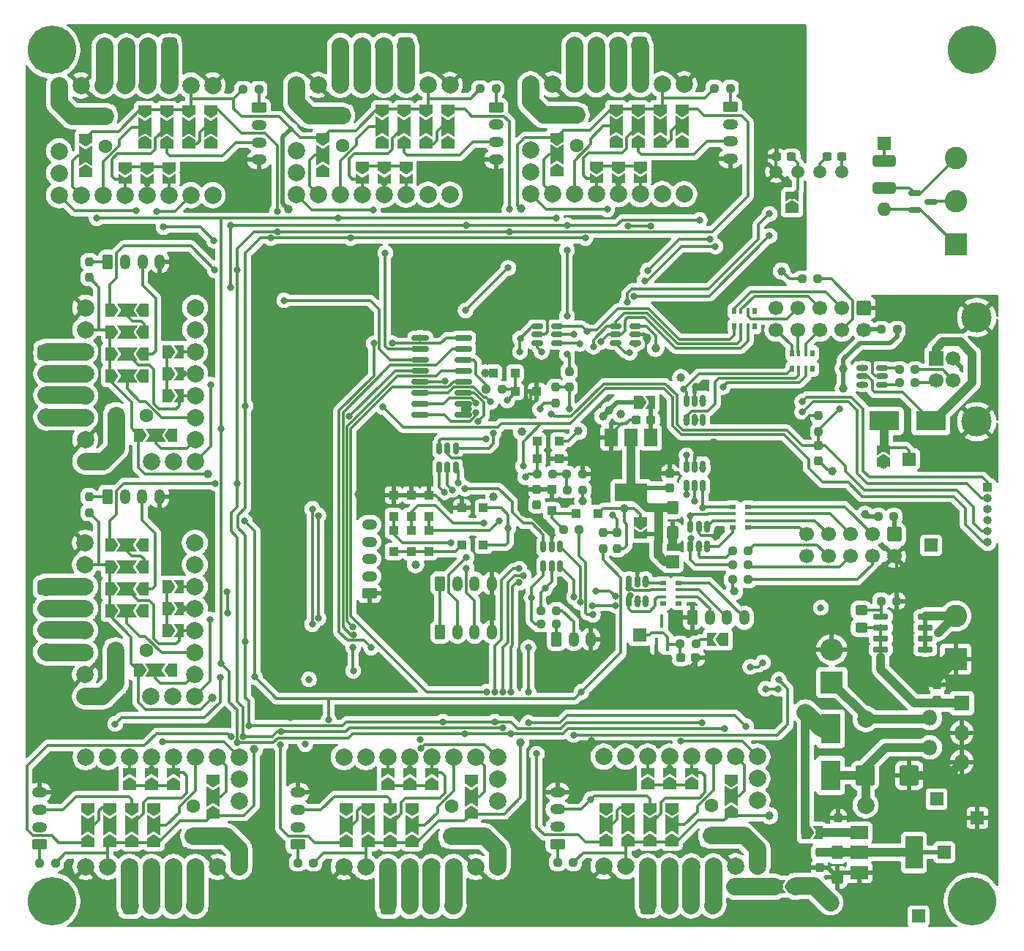
<source format=gbr>
%TF.GenerationSoftware,KiCad,Pcbnew,9.0.6*%
%TF.CreationDate,2026-01-15T17:24:24+03:00*%
%TF.ProjectId,multistepper,6d756c74-6973-4746-9570-7065722e6b69,rev?*%
%TF.SameCoordinates,Original*%
%TF.FileFunction,Copper,L4,Bot*%
%TF.FilePolarity,Positive*%
%FSLAX46Y46*%
G04 Gerber Fmt 4.6, Leading zero omitted, Abs format (unit mm)*
G04 Created by KiCad (PCBNEW 9.0.6) date 2026-01-15 17:24:24*
%MOMM*%
%LPD*%
G01*
G04 APERTURE LIST*
G04 Aperture macros list*
%AMRoundRect*
0 Rectangle with rounded corners*
0 $1 Rounding radius*
0 $2 $3 $4 $5 $6 $7 $8 $9 X,Y pos of 4 corners*
0 Add a 4 corners polygon primitive as box body*
4,1,4,$2,$3,$4,$5,$6,$7,$8,$9,$2,$3,0*
0 Add four circle primitives for the rounded corners*
1,1,$1+$1,$2,$3*
1,1,$1+$1,$4,$5*
1,1,$1+$1,$6,$7*
1,1,$1+$1,$8,$9*
0 Add four rect primitives between the rounded corners*
20,1,$1+$1,$2,$3,$4,$5,0*
20,1,$1+$1,$4,$5,$6,$7,0*
20,1,$1+$1,$6,$7,$8,$9,0*
20,1,$1+$1,$8,$9,$2,$3,0*%
%AMFreePoly0*
4,1,6,1.000000,0.000000,0.500000,-0.750000,-0.500000,-0.750000,-0.500000,0.750000,0.500000,0.750000,1.000000,0.000000,1.000000,0.000000,$1*%
%AMFreePoly1*
4,1,7,0.700000,0.000000,1.200000,-0.750000,-1.200000,-0.750000,-0.700000,0.000000,-1.200000,0.750000,1.200000,0.750000,0.700000,0.000000,0.700000,0.000000,$1*%
%AMFreePoly2*
4,1,6,0.500000,-0.750000,-0.650000,-0.750000,-0.150000,0.000000,-0.650000,0.750000,0.500000,0.750000,0.500000,-0.750000,0.500000,-0.750000,$1*%
G04 Aperture macros list end*
%TA.AperFunction,ComponentPad*%
%ADD10RoundRect,0.250000X0.600000X0.725000X-0.600000X0.725000X-0.600000X-0.725000X0.600000X-0.725000X0*%
%TD*%
%TA.AperFunction,ComponentPad*%
%ADD11O,1.700000X1.950000*%
%TD*%
%TA.AperFunction,ComponentPad*%
%ADD12RoundRect,0.250000X-0.725000X0.600000X-0.725000X-0.600000X0.725000X-0.600000X0.725000X0.600000X0*%
%TD*%
%TA.AperFunction,ComponentPad*%
%ADD13O,1.950000X1.700000*%
%TD*%
%TA.AperFunction,ComponentPad*%
%ADD14RoundRect,0.250000X0.625000X-0.350000X0.625000X0.350000X-0.625000X0.350000X-0.625000X-0.350000X0*%
%TD*%
%TA.AperFunction,ComponentPad*%
%ADD15O,1.750000X1.200000*%
%TD*%
%TA.AperFunction,ComponentPad*%
%ADD16RoundRect,0.250000X-0.600000X0.600000X-0.600000X-0.600000X0.600000X-0.600000X0.600000X0.600000X0*%
%TD*%
%TA.AperFunction,ComponentPad*%
%ADD17C,1.700000*%
%TD*%
%TA.AperFunction,ComponentPad*%
%ADD18C,5.600000*%
%TD*%
%TA.AperFunction,ComponentPad*%
%ADD19R,1.600000X1.600000*%
%TD*%
%TA.AperFunction,ComponentPad*%
%ADD20O,1.600000X1.600000*%
%TD*%
%TA.AperFunction,ComponentPad*%
%ADD21C,1.600000*%
%TD*%
%TA.AperFunction,ComponentPad*%
%ADD22RoundRect,0.250000X-0.350000X-0.625000X0.350000X-0.625000X0.350000X0.625000X-0.350000X0.625000X0*%
%TD*%
%TA.AperFunction,ComponentPad*%
%ADD23O,1.200000X1.750000*%
%TD*%
%TA.AperFunction,ComponentPad*%
%ADD24C,2.000000*%
%TD*%
%TA.AperFunction,ComponentPad*%
%ADD25R,2.600000X2.600000*%
%TD*%
%TA.AperFunction,ComponentPad*%
%ADD26C,2.600000*%
%TD*%
%TA.AperFunction,ComponentPad*%
%ADD27R,1.500000X1.500000*%
%TD*%
%TA.AperFunction,ComponentPad*%
%ADD28R,1.000000X1.000000*%
%TD*%
%TA.AperFunction,ComponentPad*%
%ADD29O,1.000000X1.000000*%
%TD*%
%TA.AperFunction,ComponentPad*%
%ADD30RoundRect,0.250000X-0.625000X0.350000X-0.625000X-0.350000X0.625000X-0.350000X0.625000X0.350000X0*%
%TD*%
%TA.AperFunction,ComponentPad*%
%ADD31RoundRect,0.250000X-0.600000X-0.725000X0.600000X-0.725000X0.600000X0.725000X-0.600000X0.725000X0*%
%TD*%
%TA.AperFunction,ComponentPad*%
%ADD32C,1.500000*%
%TD*%
%TA.AperFunction,ComponentPad*%
%ADD33O,2.600000X2.600000*%
%TD*%
%TA.AperFunction,ComponentPad*%
%ADD34R,1.800000X1.800000*%
%TD*%
%TA.AperFunction,ComponentPad*%
%ADD35O,1.800000X1.800000*%
%TD*%
%TA.AperFunction,ComponentPad*%
%ADD36R,1.700000X1.700000*%
%TD*%
%TA.AperFunction,ComponentPad*%
%ADD37C,3.500000*%
%TD*%
%TA.AperFunction,SMDPad,CuDef*%
%ADD38RoundRect,0.150000X-0.512500X-0.150000X0.512500X-0.150000X0.512500X0.150000X-0.512500X0.150000X0*%
%TD*%
%TA.AperFunction,SMDPad,CuDef*%
%ADD39FreePoly0,90.000000*%
%TD*%
%TA.AperFunction,SMDPad,CuDef*%
%ADD40FreePoly1,90.000000*%
%TD*%
%TA.AperFunction,SMDPad,CuDef*%
%ADD41FreePoly0,270.000000*%
%TD*%
%TA.AperFunction,SMDPad,CuDef*%
%ADD42FreePoly1,270.000000*%
%TD*%
%TA.AperFunction,SMDPad,CuDef*%
%ADD43FreePoly2,90.000000*%
%TD*%
%TA.AperFunction,SMDPad,CuDef*%
%ADD44FreePoly0,180.000000*%
%TD*%
%TA.AperFunction,SMDPad,CuDef*%
%ADD45FreePoly1,180.000000*%
%TD*%
%TA.AperFunction,SMDPad,CuDef*%
%ADD46FreePoly0,0.000000*%
%TD*%
%TA.AperFunction,SMDPad,CuDef*%
%ADD47FreePoly2,0.000000*%
%TD*%
%TA.AperFunction,SMDPad,CuDef*%
%ADD48RoundRect,0.237500X-0.250000X-0.237500X0.250000X-0.237500X0.250000X0.237500X-0.250000X0.237500X0*%
%TD*%
%TA.AperFunction,SMDPad,CuDef*%
%ADD49FreePoly2,270.000000*%
%TD*%
%TA.AperFunction,SMDPad,CuDef*%
%ADD50RoundRect,0.250000X-0.425000X0.537500X-0.425000X-0.537500X0.425000X-0.537500X0.425000X0.537500X0*%
%TD*%
%TA.AperFunction,SMDPad,CuDef*%
%ADD51R,1.000000X1.000000*%
%TD*%
%TA.AperFunction,SMDPad,CuDef*%
%ADD52R,0.500000X0.800000*%
%TD*%
%TA.AperFunction,SMDPad,CuDef*%
%ADD53R,0.400000X0.800000*%
%TD*%
%TA.AperFunction,SMDPad,CuDef*%
%ADD54R,0.800000X0.500000*%
%TD*%
%TA.AperFunction,SMDPad,CuDef*%
%ADD55R,0.800000X0.400000*%
%TD*%
%TA.AperFunction,SMDPad,CuDef*%
%ADD56RoundRect,0.150000X-0.587500X-0.150000X0.587500X-0.150000X0.587500X0.150000X-0.587500X0.150000X0*%
%TD*%
%TA.AperFunction,SMDPad,CuDef*%
%ADD57RoundRect,0.150000X-0.150000X0.512500X-0.150000X-0.512500X0.150000X-0.512500X0.150000X0.512500X0*%
%TD*%
%TA.AperFunction,SMDPad,CuDef*%
%ADD58RoundRect,0.237500X0.250000X0.237500X-0.250000X0.237500X-0.250000X-0.237500X0.250000X-0.237500X0*%
%TD*%
%TA.AperFunction,SMDPad,CuDef*%
%ADD59RoundRect,0.237500X-0.237500X0.300000X-0.237500X-0.300000X0.237500X-0.300000X0.237500X0.300000X0*%
%TD*%
%TA.AperFunction,SMDPad,CuDef*%
%ADD60RoundRect,0.150000X0.825000X0.150000X-0.825000X0.150000X-0.825000X-0.150000X0.825000X-0.150000X0*%
%TD*%
%TA.AperFunction,SMDPad,CuDef*%
%ADD61RoundRect,0.150000X0.512500X0.150000X-0.512500X0.150000X-0.512500X-0.150000X0.512500X-0.150000X0*%
%TD*%
%TA.AperFunction,SMDPad,CuDef*%
%ADD62RoundRect,0.237500X-0.237500X0.250000X-0.237500X-0.250000X0.237500X-0.250000X0.237500X0.250000X0*%
%TD*%
%TA.AperFunction,SMDPad,CuDef*%
%ADD63RoundRect,0.237500X0.300000X0.237500X-0.300000X0.237500X-0.300000X-0.237500X0.300000X-0.237500X0*%
%TD*%
%TA.AperFunction,SMDPad,CuDef*%
%ADD64RoundRect,0.237500X0.237500X-0.250000X0.237500X0.250000X-0.237500X0.250000X-0.237500X-0.250000X0*%
%TD*%
%TA.AperFunction,SMDPad,CuDef*%
%ADD65RoundRect,0.250000X0.450000X-0.325000X0.450000X0.325000X-0.450000X0.325000X-0.450000X-0.325000X0*%
%TD*%
%TA.AperFunction,SMDPad,CuDef*%
%ADD66FreePoly2,180.000000*%
%TD*%
%TA.AperFunction,SMDPad,CuDef*%
%ADD67R,2.300000X3.500000*%
%TD*%
%TA.AperFunction,SMDPad,CuDef*%
%ADD68RoundRect,0.237500X0.237500X-0.300000X0.237500X0.300000X-0.237500X0.300000X-0.237500X-0.300000X0*%
%TD*%
%TA.AperFunction,SMDPad,CuDef*%
%ADD69R,2.000000X1.500000*%
%TD*%
%TA.AperFunction,SMDPad,CuDef*%
%ADD70R,2.000000X3.800000*%
%TD*%
%TA.AperFunction,SMDPad,CuDef*%
%ADD71R,3.500000X2.300000*%
%TD*%
%TA.AperFunction,SMDPad,CuDef*%
%ADD72RoundRect,0.237500X-0.300000X-0.237500X0.300000X-0.237500X0.300000X0.237500X-0.300000X0.237500X0*%
%TD*%
%TA.AperFunction,SMDPad,CuDef*%
%ADD73RoundRect,0.250000X-0.875000X-0.925000X0.875000X-0.925000X0.875000X0.925000X-0.875000X0.925000X0*%
%TD*%
%TA.AperFunction,SMDPad,CuDef*%
%ADD74R,0.450000X1.500000*%
%TD*%
%TA.AperFunction,SMDPad,CuDef*%
%ADD75RoundRect,0.150000X-0.725000X-0.150000X0.725000X-0.150000X0.725000X0.150000X-0.725000X0.150000X0*%
%TD*%
%TA.AperFunction,SMDPad,CuDef*%
%ADD76R,1.500000X2.000000*%
%TD*%
%TA.AperFunction,SMDPad,CuDef*%
%ADD77R,3.800000X2.000000*%
%TD*%
%TA.AperFunction,SMDPad,CuDef*%
%ADD78RoundRect,0.250000X-1.075000X0.400000X-1.075000X-0.400000X1.075000X-0.400000X1.075000X0.400000X0*%
%TD*%
%TA.AperFunction,ViaPad*%
%ADD79C,1.000000*%
%TD*%
%TA.AperFunction,ViaPad*%
%ADD80C,0.800000*%
%TD*%
%TA.AperFunction,Conductor*%
%ADD81C,0.300000*%
%TD*%
%TA.AperFunction,Conductor*%
%ADD82C,0.500000*%
%TD*%
%TA.AperFunction,Conductor*%
%ADD83C,1.000000*%
%TD*%
%TA.AperFunction,Conductor*%
%ADD84C,2.000000*%
%TD*%
%TA.AperFunction,Conductor*%
%ADD85C,0.200000*%
%TD*%
G04 APERTURE END LIST*
D10*
%TO.P,J17,1,Pin_1*%
%TO.N,Net-(J17-Pin_1)*%
X99921075Y-41501827D03*
D11*
%TO.P,J17,2,Pin_2*%
%TO.N,Net-(J17-Pin_2)*%
X97421075Y-41501827D03*
%TO.P,J17,3,Pin_3*%
%TO.N,Net-(J17-Pin_3)*%
X94921075Y-41501827D03*
%TO.P,J17,4,Pin_4*%
%TO.N,Net-(J17-Pin_4)*%
X92421075Y-41501827D03*
%TD*%
D12*
%TO.P,J12,1,Pin_1*%
%TO.N,Net-(J12-Pin_1)*%
X58374000Y-76974000D03*
D13*
%TO.P,J12,2,Pin_2*%
%TO.N,Net-(J12-Pin_2)*%
X58374000Y-79474000D03*
%TO.P,J12,3,Pin_3*%
%TO.N,Net-(J12-Pin_3)*%
X58374000Y-81974000D03*
%TO.P,J12,4,Pin_4*%
%TO.N,Net-(J12-Pin_4)*%
X58374000Y-84474000D03*
%TD*%
D14*
%TO.P,J6,1,Pin_1*%
%TO.N,GND*%
X95758000Y-104902000D03*
D15*
%TO.P,J6,2,Pin_2*%
%TO.N,Net-(J6-Pin_2)*%
X95758000Y-102902000D03*
%TO.P,J6,3,Pin_3*%
%TO.N,Net-(J6-Pin_3)*%
X95758000Y-100902000D03*
%TO.P,J6,4,Pin_4*%
%TO.N,Net-(J6-Pin_4)*%
X95758000Y-98902000D03*
%TO.P,J6,5,Pin_5*%
%TO.N,Net-(J6-Pin_5)*%
X95758000Y-96902000D03*
%TD*%
D16*
%TO.P,J2,1,Pin_1*%
%TO.N,GND*%
X152958800Y-71840700D03*
D17*
%TO.P,J2,2,Pin_2*%
%TO.N,Net-(J2-Pin_2)*%
X152958800Y-74380700D03*
%TO.P,J2,3,Pin_3*%
%TO.N,Net-(J2-Pin_3)*%
X150418800Y-71840700D03*
%TO.P,J2,4,Pin_4*%
%TO.N,Net-(J2-Pin_4)*%
X150418800Y-74380700D03*
%TO.P,J2,5,Pin_5*%
%TO.N,Net-(J2-Pin_5)*%
X147878800Y-71840700D03*
%TO.P,J2,6,Pin_6*%
%TO.N,Net-(J2-Pin_6)*%
X147878800Y-74380700D03*
%TO.P,J2,7,Pin_7*%
%TO.N,Net-(J2-Pin_7)*%
X145338800Y-71840700D03*
%TO.P,J2,8,Pin_8*%
%TO.N,Net-(J2-Pin_8)*%
X145338800Y-74380700D03*
%TO.P,J2,9,Pin_9*%
%TO.N,GND*%
X142798800Y-71840700D03*
%TO.P,J2,10,Pin_10*%
%TO.N,Net-(J2-Pin_10)*%
X142798800Y-74380700D03*
%TD*%
D14*
%TO.P,J22,1,Pin_1*%
%TO.N,Net-(J22-Pin_1)*%
X87466000Y-133934000D03*
D15*
%TO.P,J22,2,Pin_2*%
%TO.N,M5_L0*%
X87466000Y-131934000D03*
%TO.P,J22,3,Pin_3*%
%TO.N,M5_L1*%
X87466000Y-129934000D03*
%TO.P,J22,4,Pin_4*%
%TO.N,GND*%
X87466000Y-127934000D03*
%TD*%
D18*
%TO.P,H4,1*%
%TO.N,N/C*%
X165500000Y-140500000D03*
%TD*%
D19*
%TO.P,SW3,1*%
%TO.N,Net-(R18-Pad1)*%
X155295600Y-52832000D03*
D20*
%TO.P,SW3,2*%
%TO.N,/CANL*%
X155295600Y-60452000D03*
%TD*%
D19*
%TO.P,C24,1*%
%TO.N,/Motors/Vm*%
X105246000Y-132978000D03*
D21*
%TO.P,C24,2*%
%TO.N,GND*%
X105246000Y-129478000D03*
%TD*%
D22*
%TO.P,J5,1,Pin_1*%
%TO.N,Net-(J4-Pin_1)*%
X103934000Y-103733600D03*
D23*
%TO.P,J5,2,Pin_2*%
%TO.N,ADC2*%
X105934000Y-103733600D03*
%TO.P,J5,3,Pin_3*%
%TO.N,ADC3*%
X107934000Y-103733600D03*
%TO.P,J5,4,Pin_4*%
%TO.N,GND*%
X109934000Y-103733600D03*
%TD*%
D22*
%TO.P,J11,1,Pin_1*%
%TO.N,Net-(J11-Pin_1)*%
X65500000Y-66500000D03*
D23*
%TO.P,J11,2,Pin_2*%
%TO.N,M0_L0*%
X67500000Y-66500000D03*
%TO.P,J11,3,Pin_3*%
%TO.N,M0_L1*%
X69500000Y-66500000D03*
%TO.P,J11,4,Pin_4*%
%TO.N,GND*%
X71500000Y-66500000D03*
%TD*%
D24*
%TO.P,XX5,1,~{EN}*%
%TO.N,/Motors/stepper_M5/~{ENx}*%
X140640000Y-123774000D03*
%TO.P,XX5,2,MS1*%
%TO.N,/Motors/stepper_M5/MS1*%
X138100000Y-123774000D03*
%TO.P,XX5,3,MS2*%
%TO.N,/Motors/stepper_M5/MS2*%
X135560000Y-123774000D03*
%TO.P,XX5,4,SPREAD*%
%TO.N,/Motors/stepper_M5/SPR*%
X133020000Y-123774000D03*
%TO.P,XX5,5,PDN_UART*%
%TO.N,/Motors/stepper_M5/U*%
X130480000Y-123774000D03*
%TO.P,XX5,6,CLK*%
%TO.N,/Motors/stepper_M5/CLK*%
X127940000Y-123774000D03*
%TO.P,XX5,7,STEP*%
%TO.N,/Motors/stepper_M5/STEPx*%
X125400000Y-123774000D03*
%TO.P,XX5,8,DIR*%
%TO.N,/Motors/stepper_M5/DIRx*%
X122860000Y-123774000D03*
%TO.P,XX5,9,GND*%
%TO.N,GND*%
X122860000Y-136474000D03*
%TO.P,XX5,10,VIO*%
%TO.N,Vio*%
X125400000Y-136474000D03*
%TO.P,XX5,11,M1B*%
%TO.N,Net-(J21-Pin_1)*%
X127940000Y-136474000D03*
%TO.P,XX5,12,M1A*%
%TO.N,Net-(J21-Pin_2)*%
X130480000Y-136474000D03*
%TO.P,XX5,13,M2A*%
%TO.N,Net-(J21-Pin_3)*%
X133020000Y-136474000D03*
%TO.P,XX5,14,M2B*%
%TO.N,Net-(J21-Pin_4)*%
X135560000Y-136474000D03*
%TO.P,XX5,15,GND*%
%TO.N,GND*%
X138100000Y-136474000D03*
%TO.P,XX5,16,Vmot*%
%TO.N,/Motors/Vm*%
X140640000Y-136474000D03*
%TO.P,XX5,17,Vref*%
%TO.N,unconnected-(XX5-Vref-Pad17)*%
X140640000Y-126314000D03*
%TO.P,XX5,18,DIAG*%
%TO.N,/Motors/DIAG4*%
X140640000Y-128854000D03*
%TD*%
D22*
%TO.P,J13,1,Pin_1*%
%TO.N,Net-(J13-Pin_1)*%
X117380000Y-110194000D03*
D23*
%TO.P,J13,2,Pin_2*%
%TO.N,Net-(J13-Pin_2)*%
X119380000Y-110194000D03*
%TO.P,J13,3,Pin_3*%
%TO.N,GND*%
X121380000Y-110194000D03*
%TD*%
D24*
%TO.P,XX8,1,~{EN}*%
%TO.N,/Motors/stepper_M8/~{ENx}*%
X75572000Y-116801600D03*
%TO.P,XX8,2,MS1*%
%TO.N,/Motors/stepper_M8/MS1*%
X75572000Y-114261600D03*
%TO.P,XX8,3,MS2*%
%TO.N,/Motors/stepper_M8/MS2*%
X75572000Y-111721600D03*
%TO.P,XX8,4,SPREAD*%
%TO.N,/Motors/stepper_M8/SPR*%
X75572000Y-109181600D03*
%TO.P,XX8,5,PDN_UART*%
%TO.N,/Motors/stepper_M8/U*%
X75572000Y-106641600D03*
%TO.P,XX8,6,CLK*%
%TO.N,/Motors/stepper_M8/CLK*%
X75572000Y-104101600D03*
%TO.P,XX8,7,STEP*%
%TO.N,/Motors/stepper_M8/STEPx*%
X75572000Y-101561600D03*
%TO.P,XX8,8,DIR*%
%TO.N,/Motors/stepper_M8/DIRx*%
X75572000Y-99021600D03*
%TO.P,XX8,9,GND*%
%TO.N,GND*%
X62872000Y-99021600D03*
%TO.P,XX8,10,VIO*%
%TO.N,Vio*%
X62872000Y-101561600D03*
%TO.P,XX8,11,M1B*%
%TO.N,Net-(J27-Pin_1)*%
X62872000Y-104101600D03*
%TO.P,XX8,12,M1A*%
%TO.N,Net-(J27-Pin_2)*%
X62872000Y-106641600D03*
%TO.P,XX8,13,M2A*%
%TO.N,Net-(J27-Pin_3)*%
X62872000Y-109181600D03*
%TO.P,XX8,14,M2B*%
%TO.N,Net-(J27-Pin_4)*%
X62872000Y-111721600D03*
%TO.P,XX8,15,GND*%
%TO.N,GND*%
X62872000Y-114261600D03*
%TO.P,XX8,16,Vmot*%
%TO.N,/Motors/Vm*%
X62872000Y-116801600D03*
%TO.P,XX8,17,Vref*%
%TO.N,unconnected-(XX8-Vref-Pad17)*%
X73032000Y-116801600D03*
%TO.P,XX8,18,DIAG*%
%TO.N,/Motors/DIAG7*%
X70492000Y-116801600D03*
%TD*%
%TO.P,XX3,1,~{EN}*%
%TO.N,/Motors/stepper_M3/~{ENx}*%
X87281075Y-58727827D03*
%TO.P,XX3,2,MS1*%
%TO.N,/Motors/stepper_M3/MS1*%
X89821075Y-58727827D03*
%TO.P,XX3,3,MS2*%
%TO.N,/Motors/stepper_M3/MS2*%
X92361075Y-58727827D03*
%TO.P,XX3,4,SPREAD*%
%TO.N,/Motors/stepper_M3/SPR*%
X94901075Y-58727827D03*
%TO.P,XX3,5,PDN_UART*%
%TO.N,/Motors/stepper_M3/U*%
X97441075Y-58727827D03*
%TO.P,XX3,6,CLK*%
%TO.N,/Motors/stepper_M3/CLK*%
X99981075Y-58727827D03*
%TO.P,XX3,7,STEP*%
%TO.N,/Motors/stepper_M3/STEPx*%
X102521075Y-58727827D03*
%TO.P,XX3,8,DIR*%
%TO.N,/Motors/stepper_M3/DIRx*%
X105061075Y-58727827D03*
%TO.P,XX3,9,GND*%
%TO.N,GND*%
X105061075Y-46027827D03*
%TO.P,XX3,10,VIO*%
%TO.N,Vio*%
X102521075Y-46027827D03*
%TO.P,XX3,11,M1B*%
%TO.N,Net-(J17-Pin_1)*%
X99981075Y-46027827D03*
%TO.P,XX3,12,M1A*%
%TO.N,Net-(J17-Pin_2)*%
X97441075Y-46027827D03*
%TO.P,XX3,13,M2A*%
%TO.N,Net-(J17-Pin_3)*%
X94901075Y-46027827D03*
%TO.P,XX3,14,M2B*%
%TO.N,Net-(J17-Pin_4)*%
X92361075Y-46027827D03*
%TO.P,XX3,15,GND*%
%TO.N,GND*%
X89821075Y-46027827D03*
%TO.P,XX3,16,Vmot*%
%TO.N,/Motors/Vm*%
X87281075Y-46027827D03*
%TO.P,XX3,17,Vref*%
%TO.N,unconnected-(XX3-Vref-Pad17)*%
X87281075Y-56187827D03*
%TO.P,XX3,18,DIAG*%
%TO.N,/Motors/DIAG2*%
X87281075Y-53647827D03*
%TD*%
D25*
%TO.P,J10,1,Pin_1*%
%TO.N,GND*%
X163576000Y-112482000D03*
D26*
%TO.P,J10,2,Pin_2*%
%TO.N,Net-(J10-Pin_2)*%
X163576000Y-107482000D03*
%TD*%
D16*
%TO.P,J3,1,Pin_1*%
%TO.N,Net-(J3-Pin_1)*%
X156464000Y-98044000D03*
D17*
%TO.P,J3,2,Pin_2*%
%TO.N,GND*%
X156464000Y-100584000D03*
%TO.P,J3,3,Pin_3*%
%TO.N,Net-(J3-Pin_3)*%
X153924000Y-98044000D03*
%TO.P,J3,4,Pin_4*%
%TO.N,Net-(J3-Pin_4)*%
X153924000Y-100584000D03*
%TO.P,J3,5,Pin_5*%
%TO.N,Net-(J3-Pin_5)*%
X151384000Y-98044000D03*
%TO.P,J3,6,Pin_6*%
%TO.N,Net-(J3-Pin_6)*%
X151384000Y-100584000D03*
%TO.P,J3,7,Pin_7*%
%TO.N,Net-(J3-Pin_7)*%
X148844000Y-98044000D03*
%TO.P,J3,8,Pin_8*%
%TO.N,Net-(J3-Pin_8)*%
X148844000Y-100584000D03*
%TO.P,J3,9,Pin_9*%
%TO.N,Net-(J3-Pin_9)*%
X146304000Y-98044000D03*
%TO.P,J3,10,Pin_10*%
%TO.N,GND*%
X146304000Y-100584000D03*
%TD*%
D27*
%TO.P,TP3,1,1*%
%TO.N,GND*%
X166090600Y-130860800D03*
%TD*%
D28*
%TO.P,J1,1,Pin_1*%
%TO.N,/MCU base/SWCLK*%
X167258600Y-92608400D03*
D29*
%TO.P,J1,2,Pin_2*%
%TO.N,/MCU base/SWDIO*%
X167258600Y-93878400D03*
%TO.P,J1,3,Pin_3*%
%TO.N,GND*%
X167258600Y-95148400D03*
%TO.P,J1,4,Pin_4*%
%TO.N,Net-(J1-Pin_4)*%
X167258600Y-96418400D03*
%TO.P,J1,5,Pin_5*%
%TO.N,/MCU base/BOOT0*%
X167258600Y-97688400D03*
%TO.P,J1,6,Pin_6*%
%TO.N,/MCU base/NRST*%
X167258600Y-98958400D03*
%TD*%
D14*
%TO.P,J24,1,Pin_1*%
%TO.N,Net-(J24-Pin_1)*%
X57604925Y-133934000D03*
D15*
%TO.P,J24,2,Pin_2*%
%TO.N,M6_L0*%
X57604925Y-131934000D03*
%TO.P,J24,3,Pin_3*%
%TO.N,M6_L1*%
X57604925Y-129934000D03*
%TO.P,J24,4,Pin_4*%
%TO.N,GND*%
X57604925Y-127934000D03*
%TD*%
D18*
%TO.P,H1,1*%
%TO.N,N/C*%
X59000000Y-42000000D03*
%TD*%
D19*
%TO.P,C23,1*%
%TO.N,/Motors/Vm*%
X135306000Y-132918000D03*
D21*
%TO.P,C23,2*%
%TO.N,GND*%
X135306000Y-129418000D03*
%TD*%
D10*
%TO.P,J19,1,Pin_1*%
%TO.N,Net-(J19-Pin_1)*%
X127026450Y-41440000D03*
D11*
%TO.P,J19,2,Pin_2*%
%TO.N,Net-(J19-Pin_2)*%
X124526450Y-41440000D03*
%TO.P,J19,3,Pin_3*%
%TO.N,Net-(J19-Pin_3)*%
X122026450Y-41440000D03*
%TO.P,J19,4,Pin_4*%
%TO.N,Net-(J19-Pin_4)*%
X119526450Y-41440000D03*
%TD*%
D27*
%TO.P,TP2,1,1*%
%TO.N,Vdrive*%
X159258000Y-142240000D03*
%TD*%
D30*
%TO.P,J14,1,Pin_1*%
%TO.N,Net-(J14-Pin_1)*%
X82974000Y-48689654D03*
D15*
%TO.P,J14,2,Pin_2*%
%TO.N,M1_L0*%
X82974000Y-50689654D03*
%TO.P,J14,3,Pin_3*%
%TO.N,M1_L1*%
X82974000Y-52689654D03*
%TO.P,J14,4,Pin_4*%
%TO.N,GND*%
X82974000Y-54689654D03*
%TD*%
D18*
%TO.P,H3,1*%
%TO.N,N/C*%
X59000000Y-140500000D03*
%TD*%
D31*
%TO.P,J23,1,Pin_1*%
%TO.N,Net-(J23-Pin_1)*%
X97940000Y-141060000D03*
D11*
%TO.P,J23,2,Pin_2*%
%TO.N,Net-(J23-Pin_2)*%
X100440000Y-141060000D03*
%TO.P,J23,3,Pin_3*%
%TO.N,Net-(J23-Pin_3)*%
X102940000Y-141060000D03*
%TO.P,J23,4,Pin_4*%
%TO.N,Net-(J23-Pin_4)*%
X105440000Y-141060000D03*
%TD*%
D31*
%TO.P,J25,1,Pin_1*%
%TO.N,Net-(J25-Pin_1)*%
X68078925Y-141060000D03*
D11*
%TO.P,J25,2,Pin_2*%
%TO.N,Net-(J25-Pin_2)*%
X70578925Y-141060000D03*
%TO.P,J25,3,Pin_3*%
%TO.N,Net-(J25-Pin_3)*%
X73078925Y-141060000D03*
%TO.P,J25,4,Pin_4*%
%TO.N,Net-(J25-Pin_4)*%
X75578925Y-141060000D03*
%TD*%
D24*
%TO.P,XX4,1,~{EN}*%
%TO.N,/Motors/stepper_M4/~{ENx}*%
X114386450Y-58666000D03*
%TO.P,XX4,2,MS1*%
%TO.N,/Motors/stepper_M4/MS1*%
X116926450Y-58666000D03*
%TO.P,XX4,3,MS2*%
%TO.N,/Motors/stepper_M4/MS2*%
X119466450Y-58666000D03*
%TO.P,XX4,4,SPREAD*%
%TO.N,/Motors/stepper_M4/SPR*%
X122006450Y-58666000D03*
%TO.P,XX4,5,PDN_UART*%
%TO.N,/Motors/stepper_M4/U*%
X124546450Y-58666000D03*
%TO.P,XX4,6,CLK*%
%TO.N,/Motors/stepper_M4/CLK*%
X127086450Y-58666000D03*
%TO.P,XX4,7,STEP*%
%TO.N,/Motors/stepper_M4/STEPx*%
X129626450Y-58666000D03*
%TO.P,XX4,8,DIR*%
%TO.N,/Motors/stepper_M4/DIRx*%
X132166450Y-58666000D03*
%TO.P,XX4,9,GND*%
%TO.N,GND*%
X132166450Y-45966000D03*
%TO.P,XX4,10,VIO*%
%TO.N,Vio*%
X129626450Y-45966000D03*
%TO.P,XX4,11,M1B*%
%TO.N,Net-(J19-Pin_1)*%
X127086450Y-45966000D03*
%TO.P,XX4,12,M1A*%
%TO.N,Net-(J19-Pin_2)*%
X124546450Y-45966000D03*
%TO.P,XX4,13,M2A*%
%TO.N,Net-(J19-Pin_3)*%
X122006450Y-45966000D03*
%TO.P,XX4,14,M2B*%
%TO.N,Net-(J19-Pin_4)*%
X119466450Y-45966000D03*
%TO.P,XX4,15,GND*%
%TO.N,GND*%
X116926450Y-45966000D03*
%TO.P,XX4,16,Vmot*%
%TO.N,/Motors/Vm*%
X114386450Y-45966000D03*
%TO.P,XX4,17,Vref*%
%TO.N,unconnected-(XX4-Vref-Pad17)*%
X114386450Y-56126000D03*
%TO.P,XX4,18,DIAG*%
%TO.N,/Motors/DIAG3*%
X114386450Y-53586000D03*
%TD*%
D18*
%TO.P,H2,1*%
%TO.N,N/C*%
X165500000Y-42000000D03*
%TD*%
D31*
%TO.P,J21,1,Pin_1*%
%TO.N,Net-(J21-Pin_1)*%
X128000000Y-141000000D03*
D11*
%TO.P,J21,2,Pin_2*%
%TO.N,Net-(J21-Pin_2)*%
X130500000Y-141000000D03*
%TO.P,J21,3,Pin_3*%
%TO.N,Net-(J21-Pin_3)*%
X133000000Y-141000000D03*
%TO.P,J21,4,Pin_4*%
%TO.N,Net-(J21-Pin_4)*%
X135500000Y-141000000D03*
%TD*%
D19*
%TO.P,C21,1*%
%TO.N,/Motors/Vm*%
X92615075Y-49583827D03*
D21*
%TO.P,C21,2*%
%TO.N,GND*%
X92615075Y-53083827D03*
%TD*%
D19*
%TO.P,C22,1*%
%TO.N,/Motors/Vm*%
X119720450Y-49522000D03*
D21*
%TO.P,C22,2*%
%TO.N,GND*%
X119720450Y-53022000D03*
%TD*%
D30*
%TO.P,J18,1,Pin_1*%
%TO.N,Net-(J18-Pin_1)*%
X137500450Y-48566000D03*
D15*
%TO.P,J18,2,Pin_2*%
%TO.N,M3_L0*%
X137500450Y-50566000D03*
%TO.P,J18,3,Pin_3*%
%TO.N,M3_L1*%
X137500450Y-52566000D03*
%TO.P,J18,4,Pin_4*%
%TO.N,GND*%
X137500450Y-54566000D03*
%TD*%
D32*
%TO.P,Q1,1,GND*%
%TO.N,GND*%
X142798800Y-56083200D03*
%TO.P,Q1,2,Vin*%
%TO.N,Net-(JP1-B)*%
X145338800Y-56083200D03*
%TO.P,Q1,3,0V*%
%TO.N,Earth*%
X147878800Y-56083200D03*
%TO.P,Q1,4,+Vo*%
%TO.N,Net-(Q1-+Vo)*%
X150418800Y-56083200D03*
%TD*%
D24*
%TO.P,XX6,1,~{EN}*%
%TO.N,/Motors/stepper_M6/~{ENx}*%
X110580000Y-123834000D03*
%TO.P,XX6,2,MS1*%
%TO.N,/Motors/stepper_M6/MS1*%
X108040000Y-123834000D03*
%TO.P,XX6,3,MS2*%
%TO.N,/Motors/stepper_M6/MS2*%
X105500000Y-123834000D03*
%TO.P,XX6,4,SPREAD*%
%TO.N,/Motors/stepper_M6/SPR*%
X102960000Y-123834000D03*
%TO.P,XX6,5,PDN_UART*%
%TO.N,/Motors/stepper_M6/U*%
X100420000Y-123834000D03*
%TO.P,XX6,6,CLK*%
%TO.N,/Motors/stepper_M6/CLK*%
X97880000Y-123834000D03*
%TO.P,XX6,7,STEP*%
%TO.N,/Motors/stepper_M6/STEPx*%
X95340000Y-123834000D03*
%TO.P,XX6,8,DIR*%
%TO.N,/Motors/stepper_M6/DIRx*%
X92800000Y-123834000D03*
%TO.P,XX6,9,GND*%
%TO.N,GND*%
X92800000Y-136534000D03*
%TO.P,XX6,10,VIO*%
%TO.N,Vio*%
X95340000Y-136534000D03*
%TO.P,XX6,11,M1B*%
%TO.N,Net-(J23-Pin_1)*%
X97880000Y-136534000D03*
%TO.P,XX6,12,M1A*%
%TO.N,Net-(J23-Pin_2)*%
X100420000Y-136534000D03*
%TO.P,XX6,13,M2A*%
%TO.N,Net-(J23-Pin_3)*%
X102960000Y-136534000D03*
%TO.P,XX6,14,M2B*%
%TO.N,Net-(J23-Pin_4)*%
X105500000Y-136534000D03*
%TO.P,XX6,15,GND*%
%TO.N,GND*%
X108040000Y-136534000D03*
%TO.P,XX6,16,Vmot*%
%TO.N,/Motors/Vm*%
X110580000Y-136534000D03*
%TO.P,XX6,17,Vref*%
%TO.N,unconnected-(XX6-Vref-Pad17)*%
X110580000Y-126374000D03*
%TO.P,XX6,18,DIAG*%
%TO.N,/Motors/DIAG5*%
X110580000Y-128914000D03*
%TD*%
D25*
%TO.P,D26,1,K*%
%TO.N,Net-(D26-K)*%
X149250400Y-115194400D03*
D33*
%TO.P,D26,2,A*%
%TO.N,GND*%
X149250400Y-111384400D03*
%TD*%
D27*
%TO.P,TP6,1,1*%
%TO.N,+3.3VADC*%
X127000000Y-109728000D03*
%TD*%
D19*
%TO.P,C19,1*%
%TO.N,/Motors/Vm*%
X66456000Y-84280000D03*
D21*
%TO.P,C19,2*%
%TO.N,GND*%
X69956000Y-84280000D03*
%TD*%
D34*
%TO.P,U5,1,VIN*%
%TO.N,Vdrive*%
X164287200Y-117602000D03*
D35*
%TO.P,U5,2,VOUT*%
%TO.N,Net-(D26-K)*%
X160587200Y-119302000D03*
%TO.P,U5,3,GND*%
%TO.N,GND*%
X164287200Y-121002000D03*
%TO.P,U5,4,FB*%
%TO.N,Net-(D27-A)*%
X160587200Y-122702000D03*
%TO.P,U5,5,ON/OFF*%
%TO.N,GND*%
X164287200Y-124402000D03*
%TD*%
D12*
%TO.P,J27,1,Pin_1*%
%TO.N,Net-(J27-Pin_1)*%
X58346000Y-104161600D03*
D13*
%TO.P,J27,2,Pin_2*%
%TO.N,Net-(J27-Pin_2)*%
X58346000Y-106661600D03*
%TO.P,J27,3,Pin_3*%
%TO.N,Net-(J27-Pin_3)*%
X58346000Y-109161600D03*
%TO.P,J27,4,Pin_4*%
%TO.N,Net-(J27-Pin_4)*%
X58346000Y-111661600D03*
%TD*%
D22*
%TO.P,J7,1,Pin_1*%
%TO.N,GND*%
X133144000Y-107704800D03*
D23*
%TO.P,J7,2,Pin_2*%
%TO.N,Net-(J7-Pin_2)*%
X135144000Y-107704800D03*
%TO.P,J7,3,Pin_3*%
%TO.N,Net-(J7-Pin_3)*%
X137144000Y-107704800D03*
%TO.P,J7,4,Pin_4*%
%TO.N,Net-(J7-Pin_4)*%
X139144000Y-107704800D03*
%TD*%
D27*
%TO.P,TP4,1,1*%
%TO.N,Net-(D27-A)*%
X161366200Y-128701800D03*
%TD*%
D10*
%TO.P,J15,1,Pin_1*%
%TO.N,Net-(J15-Pin_1)*%
X72644000Y-41563654D03*
D11*
%TO.P,J15,2,Pin_2*%
%TO.N,Net-(J15-Pin_2)*%
X70144000Y-41563654D03*
%TO.P,J15,3,Pin_3*%
%TO.N,Net-(J15-Pin_3)*%
X67644000Y-41563654D03*
%TO.P,J15,4,Pin_4*%
%TO.N,Net-(J15-Pin_4)*%
X65144000Y-41563654D03*
%TD*%
D24*
%TO.P,L1,1,1*%
%TO.N,Net-(D27-A)*%
X153162000Y-129409200D03*
%TO.P,L1,2,2*%
%TO.N,Net-(D26-K)*%
X153162000Y-119409200D03*
%TD*%
D19*
%TO.P,C20,1*%
%TO.N,/Motors/Vm*%
X65194000Y-49645654D03*
D21*
%TO.P,C20,2*%
%TO.N,GND*%
X65194000Y-53145654D03*
%TD*%
D24*
%TO.P,XX2,1,~{EN}*%
%TO.N,/Motors/stepper_M2/~{ENx}*%
X59860000Y-58789654D03*
%TO.P,XX2,2,MS1*%
%TO.N,/Motors/stepper_M2/MS1*%
X62400000Y-58789654D03*
%TO.P,XX2,3,MS2*%
%TO.N,/Motors/stepper_M2/MS2*%
X64940000Y-58789654D03*
%TO.P,XX2,4,SPREAD*%
%TO.N,/Motors/stepper_M2/SPR*%
X67480000Y-58789654D03*
%TO.P,XX2,5,PDN_UART*%
%TO.N,/Motors/stepper_M2/U*%
X70020000Y-58789654D03*
%TO.P,XX2,6,CLK*%
%TO.N,/Motors/stepper_M2/CLK*%
X72560000Y-58789654D03*
%TO.P,XX2,7,STEP*%
%TO.N,/Motors/stepper_M2/STEPx*%
X75100000Y-58789654D03*
%TO.P,XX2,8,DIR*%
%TO.N,/Motors/stepper_M2/DIRx*%
X77640000Y-58789654D03*
%TO.P,XX2,9,GND*%
%TO.N,GND*%
X77640000Y-46089654D03*
%TO.P,XX2,10,VIO*%
%TO.N,Vio*%
X75100000Y-46089654D03*
%TO.P,XX2,11,M1B*%
%TO.N,Net-(J15-Pin_1)*%
X72560000Y-46089654D03*
%TO.P,XX2,12,M1A*%
%TO.N,Net-(J15-Pin_2)*%
X70020000Y-46089654D03*
%TO.P,XX2,13,M2A*%
%TO.N,Net-(J15-Pin_3)*%
X67480000Y-46089654D03*
%TO.P,XX2,14,M2B*%
%TO.N,Net-(J15-Pin_4)*%
X64940000Y-46089654D03*
%TO.P,XX2,15,GND*%
%TO.N,GND*%
X62400000Y-46089654D03*
%TO.P,XX2,16,Vmot*%
%TO.N,/Motors/Vm*%
X59860000Y-46089654D03*
%TO.P,XX2,17,Vref*%
%TO.N,unconnected-(XX2-Vref-Pad17)*%
X59860000Y-56249654D03*
%TO.P,XX2,18,DIAG*%
%TO.N,/Motors/DIAG1*%
X59860000Y-53709654D03*
%TD*%
D25*
%TO.P,J9,1,Pin_1*%
%TO.N,/CANL*%
X163576000Y-64516000D03*
D26*
%TO.P,J9,2,Pin_2*%
%TO.N,Earth*%
X163576000Y-59516000D03*
%TO.P,J9,3,Pin_3*%
%TO.N,/CANH*%
X163576000Y-54516000D03*
%TD*%
D19*
%TO.P,C25,1*%
%TO.N,/Motors/Vm*%
X75384925Y-132978000D03*
D21*
%TO.P,C25,2*%
%TO.N,GND*%
X75384925Y-129478000D03*
%TD*%
D24*
%TO.P,XX7,1,~{EN}*%
%TO.N,/Motors/stepper_M7/~{ENx}*%
X80718925Y-123834000D03*
%TO.P,XX7,2,MS1*%
%TO.N,/Motors/stepper_M7/MS1*%
X78178925Y-123834000D03*
%TO.P,XX7,3,MS2*%
%TO.N,/Motors/stepper_M7/MS2*%
X75638925Y-123834000D03*
%TO.P,XX7,4,SPREAD*%
%TO.N,/Motors/stepper_M7/SPR*%
X73098925Y-123834000D03*
%TO.P,XX7,5,PDN_UART*%
%TO.N,/Motors/stepper_M7/U*%
X70558925Y-123834000D03*
%TO.P,XX7,6,CLK*%
%TO.N,/Motors/stepper_M7/CLK*%
X68018925Y-123834000D03*
%TO.P,XX7,7,STEP*%
%TO.N,/Motors/stepper_M7/STEPx*%
X65478925Y-123834000D03*
%TO.P,XX7,8,DIR*%
%TO.N,/Motors/stepper_M7/DIRx*%
X62938925Y-123834000D03*
%TO.P,XX7,9,GND*%
%TO.N,GND*%
X62938925Y-136534000D03*
%TO.P,XX7,10,VIO*%
%TO.N,Vio*%
X65478925Y-136534000D03*
%TO.P,XX7,11,M1B*%
%TO.N,Net-(J25-Pin_1)*%
X68018925Y-136534000D03*
%TO.P,XX7,12,M1A*%
%TO.N,Net-(J25-Pin_2)*%
X70558925Y-136534000D03*
%TO.P,XX7,13,M2A*%
%TO.N,Net-(J25-Pin_3)*%
X73098925Y-136534000D03*
%TO.P,XX7,14,M2B*%
%TO.N,Net-(J25-Pin_4)*%
X75638925Y-136534000D03*
%TO.P,XX7,15,GND*%
%TO.N,GND*%
X78178925Y-136534000D03*
%TO.P,XX7,16,Vmot*%
%TO.N,/Motors/Vm*%
X80718925Y-136534000D03*
%TO.P,XX7,17,Vref*%
%TO.N,unconnected-(XX7-Vref-Pad17)*%
X80718925Y-126374000D03*
%TO.P,XX7,18,DIAG*%
%TO.N,/Motors/DIAG6*%
X80718925Y-128914000D03*
%TD*%
D22*
%TO.P,J26,1,Pin_1*%
%TO.N,Net-(J26-Pin_1)*%
X65472000Y-93687600D03*
D23*
%TO.P,J26,2,Pin_2*%
%TO.N,M7_L0*%
X67472000Y-93687600D03*
%TO.P,J26,3,Pin_3*%
%TO.N,M7_L1*%
X69472000Y-93687600D03*
%TO.P,J26,4,Pin_4*%
%TO.N,GND*%
X71472000Y-93687600D03*
%TD*%
D22*
%TO.P,J4,1,Pin_1*%
%TO.N,Net-(J4-Pin_1)*%
X103934000Y-109321600D03*
D23*
%TO.P,J4,2,Pin_2*%
%TO.N,ADC0*%
X105934000Y-109321600D03*
%TO.P,J4,3,Pin_3*%
%TO.N,ADC1*%
X107934000Y-109321600D03*
%TO.P,J4,4,Pin_4*%
%TO.N,GND*%
X109934000Y-109321600D03*
%TD*%
D14*
%TO.P,J20,1,Pin_1*%
%TO.N,Net-(J20-Pin_1)*%
X117526000Y-133874000D03*
D15*
%TO.P,J20,2,Pin_2*%
%TO.N,M4_L0*%
X117526000Y-131874000D03*
%TO.P,J20,3,Pin_3*%
%TO.N,M4_L1*%
X117526000Y-129874000D03*
%TO.P,J20,4,Pin_4*%
%TO.N,GND*%
X117526000Y-127874000D03*
%TD*%
D30*
%TO.P,J16,1,Pin_1*%
%TO.N,Net-(J16-Pin_1)*%
X110395075Y-48627827D03*
D15*
%TO.P,J16,2,Pin_2*%
%TO.N,M2_L0*%
X110395075Y-50627827D03*
%TO.P,J16,3,Pin_3*%
%TO.N,M2_L1*%
X110395075Y-52627827D03*
%TO.P,J16,4,Pin_4*%
%TO.N,GND*%
X110395075Y-54627827D03*
%TD*%
D27*
%TO.P,TP8,1,1*%
%TO.N,Vio*%
X162255200Y-134823200D03*
%TD*%
%TO.P,TP5,1,1*%
%TO.N,+3V3*%
X130810000Y-101244400D03*
%TD*%
D19*
%TO.P,C26,1*%
%TO.N,/Motors/Vm*%
X66428000Y-111467600D03*
D21*
%TO.P,C26,2*%
%TO.N,GND*%
X69928000Y-111467600D03*
%TD*%
D24*
%TO.P,XX1,1,~{EN}*%
%TO.N,/Motors/stepper_M1/~{ENx}*%
X75600000Y-89614000D03*
%TO.P,XX1,2,MS1*%
%TO.N,/Motors/stepper_M1/MS1*%
X75600000Y-87074000D03*
%TO.P,XX1,3,MS2*%
%TO.N,/Motors/stepper_M1/MS2*%
X75600000Y-84534000D03*
%TO.P,XX1,4,SPREAD*%
%TO.N,/Motors/stepper_M1/SPR*%
X75600000Y-81994000D03*
%TO.P,XX1,5,PDN_UART*%
%TO.N,/Motors/stepper_M1/U*%
X75600000Y-79454000D03*
%TO.P,XX1,6,CLK*%
%TO.N,/Motors/stepper_M1/CLK*%
X75600000Y-76914000D03*
%TO.P,XX1,7,STEP*%
%TO.N,/Motors/stepper_M1/STEPx*%
X75600000Y-74374000D03*
%TO.P,XX1,8,DIR*%
%TO.N,/Motors/stepper_M1/DIRx*%
X75600000Y-71834000D03*
%TO.P,XX1,9,GND*%
%TO.N,GND*%
X62900000Y-71834000D03*
%TO.P,XX1,10,VIO*%
%TO.N,Vio*%
X62900000Y-74374000D03*
%TO.P,XX1,11,M1B*%
%TO.N,Net-(J12-Pin_1)*%
X62900000Y-76914000D03*
%TO.P,XX1,12,M1A*%
%TO.N,Net-(J12-Pin_2)*%
X62900000Y-79454000D03*
%TO.P,XX1,13,M2A*%
%TO.N,Net-(J12-Pin_3)*%
X62900000Y-81994000D03*
%TO.P,XX1,14,M2B*%
%TO.N,Net-(J12-Pin_4)*%
X62900000Y-84534000D03*
%TO.P,XX1,15,GND*%
%TO.N,GND*%
X62900000Y-87074000D03*
%TO.P,XX1,16,Vmot*%
%TO.N,/Motors/Vm*%
X62900000Y-89614000D03*
%TO.P,XX1,17,Vref*%
%TO.N,unconnected-(XX1-Vref-Pad17)*%
X73060000Y-89614000D03*
%TO.P,XX1,18,DIAG*%
%TO.N,/Motors/DIAG0*%
X70520000Y-89614000D03*
%TD*%
D36*
%TO.P,J8,1,VBUS*%
%TO.N,/VB*%
X161290000Y-77730000D03*
D17*
%TO.P,J8,2,D-*%
%TO.N,Net-(J8-D-)*%
X161290000Y-80230000D03*
%TO.P,J8,3,D+*%
%TO.N,Net-(J8-D+)*%
X163290000Y-80230000D03*
%TO.P,J8,4,GND*%
%TO.N,GND*%
X163290000Y-77730000D03*
D37*
%TO.P,J8,5,Shield*%
X166000000Y-72960000D03*
X166000000Y-85000000D03*
%TD*%
D27*
%TO.P,TP1,1,1*%
%TO.N,Net-(D22-K)*%
X158167500Y-89348000D03*
%TD*%
D38*
%TO.P,D3,1,K*%
%TO.N,M1_L1*%
X115189000Y-75880000D03*
%TO.P,D3,2,A*%
%TO.N,GND*%
X115189000Y-74930000D03*
%TO.P,D3,3,K*%
%TO.N,M1_L0*%
X115189000Y-73980000D03*
%TO.P,D3,4,K*%
%TO.N,/MCU base/BTN6*%
X117464000Y-73980000D03*
%TO.P,D3,5,K*%
%TO.N,M2_L0*%
X117464000Y-74930000D03*
%TO.P,D3,6,K*%
%TO.N,M2_L1*%
X117464000Y-75880000D03*
%TD*%
D39*
%TO.P,JP36,1,A*%
%TO.N,M3_L1*%
X126832450Y-52792000D03*
D40*
%TO.P,JP36,2,C*%
%TO.N,/Motors/stepper_M4/SPR*%
X126832450Y-50792000D03*
D41*
%TO.P,JP36,3,B*%
%TO.N,Vio*%
X126832450Y-48792000D03*
%TD*%
%TO.P,JP51,1,A*%
%TO.N,/Motors/SCK*%
X100674000Y-129708000D03*
D42*
%TO.P,JP51,2,C*%
%TO.N,/Motors/stepper_M6/MS2*%
X100674000Y-131708000D03*
D39*
%TO.P,JP51,3,B*%
%TO.N,Vio*%
X100674000Y-133708000D03*
%TD*%
%TO.P,JP1,1,A*%
%TO.N,+5V*%
X144627600Y-60364200D03*
D43*
%TO.P,JP1,2,B*%
%TO.N,Net-(JP1-B)*%
X144627600Y-58914200D03*
%TD*%
D41*
%TO.P,JP42,1,A*%
%TO.N,/Motors/MOSI*%
X137592000Y-126346000D03*
D42*
%TO.P,JP42,2,C*%
%TO.N,/Motors/stepper_M5/MS1*%
X137592000Y-128346000D03*
D39*
%TO.P,JP42,3,B*%
%TO.N,Vio*%
X137592000Y-130346000D03*
%TD*%
D44*
%TO.P,JP67,1,A*%
%TO.N,/Motors/SCK*%
X69698000Y-106895600D03*
D45*
%TO.P,JP67,2,C*%
%TO.N,/Motors/stepper_M8/MS2*%
X67698000Y-106895600D03*
D46*
%TO.P,JP67,3,B*%
%TO.N,Vio*%
X65698000Y-106895600D03*
%TD*%
D39*
%TO.P,JP46,1,A*%
%TO.N,Net-(JP45-A)*%
X130480000Y-127039000D03*
D43*
%TO.P,JP46,2,B*%
%TO.N,/Motors/stepper_M5/U*%
X130480000Y-125589000D03*
%TD*%
D44*
%TO.P,JP64,1,A*%
%TO.N,Net-(JP64-A)*%
X69698000Y-101815600D03*
D45*
%TO.P,JP64,2,C*%
%TO.N,/Motors/stepper_M8/U*%
X67698000Y-101815600D03*
D46*
%TO.P,JP64,3,B*%
%TO.N,Vio*%
X65698000Y-101815600D03*
%TD*%
D39*
%TO.P,JP26,1,A*%
%TO.N,/Motors/MOSI*%
X90329075Y-56155827D03*
D40*
%TO.P,JP26,2,C*%
%TO.N,/Motors/stepper_M3/MS1*%
X90329075Y-54155827D03*
D41*
%TO.P,JP26,3,B*%
%TO.N,Vio*%
X90329075Y-52155827D03*
%TD*%
D39*
%TO.P,JP18,1,A*%
%TO.N,/Motors/MOSI*%
X62908000Y-56217654D03*
D40*
%TO.P,JP18,2,C*%
%TO.N,/Motors/stepper_M2/MS1*%
X62908000Y-54217654D03*
D41*
%TO.P,JP18,3,B*%
%TO.N,Vio*%
X62908000Y-52217654D03*
%TD*%
D46*
%TO.P,JP5,1,A*%
%TO.N,+5V*%
X126833800Y-82753200D03*
D47*
%TO.P,JP5,2,B*%
%TO.N,Net-(JP5-B)*%
X128283800Y-82753200D03*
%TD*%
D48*
%TO.P,R5,1*%
%TO.N,+5V*%
X137771500Y-103276400D03*
%TO.P,R5,2*%
%TO.N,Net-(J3-Pin_4)*%
X139596500Y-103276400D03*
%TD*%
D27*
%TO.P,TP7,1,1*%
%TO.N,+5V*%
X160731200Y-99314000D03*
%TD*%
D41*
%TO.P,JP38,1,A*%
%TO.N,Net-(JP37-A)*%
X124546450Y-55401000D03*
D49*
%TO.P,JP38,2,B*%
%TO.N,/Motors/stepper_M4/U*%
X124546450Y-56851000D03*
%TD*%
D48*
%TO.P,R8,1*%
%TO.N,/MCU base/A4*%
X118213500Y-97536000D03*
%TO.P,R8,2*%
%TO.N,ADC4*%
X120038500Y-97536000D03*
%TD*%
%TO.P,R12,1*%
%TO.N,ADC5*%
X118619900Y-92913200D03*
%TO.P,R12,2*%
%TO.N,+5V*%
X120444900Y-92913200D03*
%TD*%
D50*
%TO.P,C28,1*%
%TO.N,Vio*%
X149910800Y-134874000D03*
%TO.P,C28,2*%
%TO.N,GND*%
X149910800Y-137749000D03*
%TD*%
D51*
%TO.P,D20,1,K*%
%TO.N,/MCU base/A4*%
X116840000Y-95331600D03*
%TO.P,D20,2,A*%
%TO.N,GND*%
X116840000Y-92831600D03*
%TD*%
%TO.P,D23,1,K*%
%TO.N,/MCU base/Diagn*%
X112623600Y-81483200D03*
%TO.P,D23,2,A*%
%TO.N,GND*%
X115123600Y-81483200D03*
%TD*%
D46*
%TO.P,JP7,1,A*%
%TO.N,+5V*%
X146239400Y-132588000D03*
D47*
%TO.P,JP7,2,B*%
%TO.N,Net-(JP7-B)*%
X147689400Y-132588000D03*
%TD*%
D52*
%TO.P,RN3,1,R1.1*%
%TO.N,unconnected-(RN3-R1.1-Pad1)*%
X147021400Y-78903400D03*
D53*
%TO.P,RN3,2,R2.1*%
%TO.N,/MCU base/BTN1*%
X146221400Y-78903400D03*
%TO.P,RN3,3,R3.1*%
%TO.N,/MCU base/BTN2_SDA*%
X145421400Y-78903400D03*
D52*
%TO.P,RN3,4,R4.1*%
%TO.N,/MCU base/BTN3_SCL*%
X144621400Y-78903400D03*
%TO.P,RN3,5,R4.2*%
%TO.N,Net-(J2-Pin_10)*%
X144621400Y-77103400D03*
D53*
%TO.P,RN3,6,R3.2*%
%TO.N,Net-(J2-Pin_8)*%
X145421400Y-77103400D03*
%TO.P,RN3,7,R2.2*%
%TO.N,Net-(J2-Pin_6)*%
X146221400Y-77103400D03*
D52*
%TO.P,RN3,8,R1.2*%
%TO.N,unconnected-(RN3-R1.2-Pad8)*%
X147021400Y-77103400D03*
%TD*%
D41*
%TO.P,JP29,1,A*%
%TO.N,Net-(JP29-A)*%
X94901075Y-55462827D03*
D49*
%TO.P,JP29,2,B*%
%TO.N,/Motors/stepper_M3/SPR*%
X94901075Y-56912827D03*
%TD*%
D46*
%TO.P,JP70,1,A*%
%TO.N,Net-(JP69-A)*%
X72307000Y-106641600D03*
D47*
%TO.P,JP70,2,B*%
%TO.N,/Motors/stepper_M8/U*%
X73757000Y-106641600D03*
%TD*%
D51*
%TO.P,D10,1,K*%
%TO.N,MCU3v3*%
X100584000Y-100056000D03*
%TO.P,D10,2,A*%
%TO.N,/MCU base/A1*%
X100584000Y-97556000D03*
%TD*%
%TO.P,D17,1,K*%
%TO.N,/MCU base/A1*%
X100584000Y-95992000D03*
%TO.P,D17,2,A*%
%TO.N,GND*%
X100584000Y-93492000D03*
%TD*%
D41*
%TO.P,JP49,1,A*%
%TO.N,/Motors/USART4-7*%
X93054000Y-129708000D03*
D42*
%TO.P,JP49,2,C*%
%TO.N,Net-(JP48-A)*%
X93054000Y-131708000D03*
D39*
%TO.P,JP49,3,B*%
%TO.N,/Motors/MISO*%
X93054000Y-133708000D03*
%TD*%
%TO.P,JP27,1,A*%
%TO.N,/Motors/SCK*%
X97187075Y-52853827D03*
D40*
%TO.P,JP27,2,C*%
%TO.N,/Motors/stepper_M3/MS2*%
X97187075Y-50853827D03*
D41*
%TO.P,JP27,3,B*%
%TO.N,Vio*%
X97187075Y-48853827D03*
%TD*%
%TO.P,JP50,1,A*%
%TO.N,/Motors/MOSI*%
X107532000Y-126406000D03*
D42*
%TO.P,JP50,2,C*%
%TO.N,/Motors/stepper_M6/MS1*%
X107532000Y-128406000D03*
D39*
%TO.P,JP50,3,B*%
%TO.N,Vio*%
X107532000Y-130406000D03*
%TD*%
D54*
%TO.P,RN4,1,R1.1*%
%TO.N,/MCU base/SCRN_DCRS*%
X137784000Y-97262800D03*
D55*
%TO.P,RN4,2,R2.1*%
%TO.N,/MCU base/SCRN_MOSI*%
X137784000Y-96462800D03*
%TO.P,RN4,3,R3.1*%
%TO.N,/MCU base/SCRN_RST*%
X137784000Y-95662800D03*
D54*
%TO.P,RN4,4,R4.1*%
%TO.N,/MCU base/SCRN_CS*%
X137784000Y-94862800D03*
%TO.P,RN4,5,R4.2*%
%TO.N,Net-(J3-Pin_3)*%
X139584000Y-94862800D03*
D55*
%TO.P,RN4,6,R3.2*%
%TO.N,Net-(J3-Pin_5)*%
X139584000Y-95662800D03*
%TO.P,RN4,7,R2.2*%
%TO.N,Net-(J3-Pin_7)*%
X139584000Y-96462800D03*
D54*
%TO.P,RN4,8,R1.2*%
%TO.N,Net-(J3-Pin_9)*%
X139584000Y-97262800D03*
%TD*%
D39*
%TO.P,JP24,1,A*%
%TO.N,Net-(JP24-A)*%
X102267075Y-52853827D03*
D40*
%TO.P,JP24,2,C*%
%TO.N,/Motors/stepper_M3/U*%
X102267075Y-50853827D03*
D41*
%TO.P,JP24,3,B*%
%TO.N,Vio*%
X102267075Y-48853827D03*
%TD*%
D56*
%TO.P,D24,1,K*%
%TO.N,/CANL*%
X158828500Y-60487600D03*
%TO.P,D24,2,K*%
%TO.N,/CANH*%
X158828500Y-58587600D03*
%TO.P,D24,3,O*%
%TO.N,Earth*%
X160703500Y-59537600D03*
%TD*%
D57*
%TO.P,D4,1,K*%
%TO.N,M0_L0*%
X103850400Y-88067300D03*
%TO.P,D4,2,A*%
%TO.N,GND*%
X104800400Y-88067300D03*
%TO.P,D4,3,K*%
%TO.N,M0_L1*%
X105750400Y-88067300D03*
%TO.P,D4,4,K*%
%TO.N,/MCU base/MOT_MUL2*%
X105750400Y-90342300D03*
%TO.P,D4,5,K*%
%TO.N,/MCU base/MOT_MUL1*%
X104800400Y-90342300D03*
%TO.P,D4,6,K*%
%TO.N,/MCU base/MOT_MUL0*%
X103850400Y-90342300D03*
%TD*%
D46*
%TO.P,JP15,1,A*%
%TO.N,Net-(JP13-A)*%
X72335000Y-76914000D03*
D47*
%TO.P,JP15,2,B*%
%TO.N,/Motors/stepper_M1/CLK*%
X73785000Y-76914000D03*
%TD*%
D58*
%TO.P,R16,1*%
%TO.N,Net-(J8-D-)*%
X158900500Y-80524000D03*
%TO.P,R16,2*%
%TO.N,Net-(R16-Pad2)*%
X157075500Y-80524000D03*
%TD*%
D48*
%TO.P,R6,1*%
%TO.N,DIAGNOST*%
X109272700Y-81280000D03*
%TO.P,R6,2*%
%TO.N,/MCU base/Diagn*%
X111097700Y-81280000D03*
%TD*%
D44*
%TO.P,JP10,1,A*%
%TO.N,/Motors/MOSI*%
X73028000Y-86566000D03*
D45*
%TO.P,JP10,2,C*%
%TO.N,/Motors/stepper_M1/MS1*%
X71028000Y-86566000D03*
D46*
%TO.P,JP10,3,B*%
%TO.N,Vio*%
X69028000Y-86566000D03*
%TD*%
%TO.P,JP13,1,A*%
%TO.N,Net-(JP13-A)*%
X72335000Y-81994000D03*
D47*
%TO.P,JP13,2,B*%
%TO.N,/Motors/stepper_M1/SPR*%
X73785000Y-81994000D03*
%TD*%
D59*
%TO.P,C29,1*%
%TO.N,Vio*%
X147828000Y-134875100D03*
%TO.P,C29,2*%
%TO.N,GND*%
X147828000Y-136600100D03*
%TD*%
D44*
%TO.P,JP8,1,A*%
%TO.N,Net-(JP8-A)*%
X69726000Y-74628000D03*
D45*
%TO.P,JP8,2,C*%
%TO.N,/Motors/stepper_M1/U*%
X67726000Y-74628000D03*
D46*
%TO.P,JP8,3,B*%
%TO.N,Vio*%
X65726000Y-74628000D03*
%TD*%
D58*
%TO.P,R34,1*%
%TO.N,Net-(J2-Pin_4)*%
X147622900Y-68503800D03*
%TO.P,R34,2*%
%TO.N,+5V*%
X145797900Y-68503800D03*
%TD*%
D60*
%TO.P,U7,1,Y4*%
%TO.N,/Motors/DIAG4*%
X106615000Y-75311000D03*
%TO.P,U7,2,Y6*%
%TO.N,/Motors/DIAG6*%
X106615000Y-76581000D03*
%TO.P,U7,3,Z*%
%TO.N,DIAGNOST*%
X106615000Y-77851000D03*
%TO.P,U7,4,Y7*%
%TO.N,/Motors/DIAG7*%
X106615000Y-79121000D03*
%TO.P,U7,5,Y5*%
%TO.N,/Motors/DIAG5*%
X106615000Y-80391000D03*
%TO.P,U7,6,~{E}*%
%TO.N,MUL_EN*%
X106615000Y-81661000D03*
%TO.P,U7,7,VEE*%
%TO.N,GND*%
X106615000Y-82931000D03*
%TO.P,U7,8,GND*%
X106615000Y-84201000D03*
%TO.P,U7,9,S2*%
%TO.N,MUL2*%
X101665000Y-84201000D03*
%TO.P,U7,10,S1*%
%TO.N,MUL1*%
X101665000Y-82931000D03*
%TO.P,U7,11,S0*%
%TO.N,MUL0*%
X101665000Y-81661000D03*
%TO.P,U7,12,Y3*%
%TO.N,/Motors/DIAG3*%
X101665000Y-80391000D03*
%TO.P,U7,13,Y0*%
%TO.N,/Motors/DIAG0*%
X101665000Y-79121000D03*
%TO.P,U7,14,Y1*%
%TO.N,/Motors/DIAG1*%
X101665000Y-77851000D03*
%TO.P,U7,15,Y2*%
%TO.N,/Motors/DIAG2*%
X101665000Y-76581000D03*
%TO.P,U7,16,VCC*%
%TO.N,Vio*%
X101665000Y-75311000D03*
%TD*%
D51*
%TO.P,D12,1,K*%
%TO.N,MCU3v3*%
X106446000Y-99314000D03*
%TO.P,D12,2,A*%
%TO.N,/MCU base/A3*%
X108946000Y-99314000D03*
%TD*%
D61*
%TO.P,D2,1,K*%
%TO.N,/MCU base/SWCLK*%
X126492000Y-73980000D03*
%TO.P,D2,2,A*%
%TO.N,GND*%
X126492000Y-74930000D03*
%TO.P,D2,3,K*%
%TO.N,M3_L0*%
X126492000Y-75880000D03*
%TO.P,D2,4,K*%
%TO.N,M3_L1*%
X124217000Y-75880000D03*
%TO.P,D2,5,K*%
%TO.N,/MCU base/BTN4*%
X124217000Y-74930000D03*
%TO.P,D2,6,K*%
%TO.N,/MCU base/BTN5*%
X124217000Y-73980000D03*
%TD*%
D44*
%TO.P,JP66,1,A*%
%TO.N,/Motors/MOSI*%
X73000000Y-113753600D03*
D45*
%TO.P,JP66,2,C*%
%TO.N,/Motors/stepper_M8/MS1*%
X71000000Y-113753600D03*
D46*
%TO.P,JP66,3,B*%
%TO.N,Vio*%
X69000000Y-113753600D03*
%TD*%
D41*
%TO.P,JP48,1,A*%
%TO.N,Net-(JP48-A)*%
X95594000Y-129708000D03*
D42*
%TO.P,JP48,2,C*%
%TO.N,/Motors/stepper_M6/U*%
X95594000Y-131708000D03*
D39*
%TO.P,JP48,3,B*%
%TO.N,Vio*%
X95594000Y-133708000D03*
%TD*%
D61*
%TO.P,U3,1,I/O1*%
%TO.N,Net-(R17-Pad2)*%
X155061500Y-78812000D03*
%TO.P,U3,2,GND*%
%TO.N,GND*%
X155061500Y-79762000D03*
%TO.P,U3,3,I/O2*%
%TO.N,Net-(R16-Pad2)*%
X155061500Y-80712000D03*
%TO.P,U3,4,I/O2*%
%TO.N,USB_DM*%
X152786500Y-80712000D03*
%TO.P,U3,5,VBUS*%
%TO.N,/VB*%
X152786500Y-79762000D03*
%TO.P,U3,6,I/O1*%
%TO.N,USB_DP*%
X152786500Y-78812000D03*
%TD*%
D48*
%TO.P,R28,1*%
%TO.N,Vio*%
X135671650Y-46423200D03*
%TO.P,R28,2*%
%TO.N,Net-(J18-Pin_1)*%
X137496650Y-46423200D03*
%TD*%
D39*
%TO.P,JP63,1,A*%
%TO.N,Net-(JP61-A)*%
X68018925Y-127099000D03*
D43*
%TO.P,JP63,2,B*%
%TO.N,/Motors/stepper_M7/CLK*%
X68018925Y-125649000D03*
%TD*%
D62*
%TO.P,R37,1*%
%TO.N,USART3_TX*%
X124434600Y-97868100D03*
%TO.P,R37,2*%
%TO.N,MCU3v3*%
X124434600Y-99693100D03*
%TD*%
D51*
%TO.P,D19,1,K*%
%TO.N,/MCU base/A3*%
X108946000Y-94996000D03*
%TO.P,D19,2,A*%
%TO.N,GND*%
X106446000Y-94996000D03*
%TD*%
D48*
%TO.P,R26,1*%
%TO.N,Vio*%
X81145200Y-46546854D03*
%TO.P,R26,2*%
%TO.N,Net-(J14-Pin_1)*%
X82970200Y-46546854D03*
%TD*%
D39*
%TO.P,JP17,1,A*%
%TO.N,/Motors/USART0-3*%
X77386000Y-52915654D03*
D40*
%TO.P,JP17,2,C*%
%TO.N,Net-(JP16-A)*%
X77386000Y-50915654D03*
D41*
%TO.P,JP17,3,B*%
%TO.N,/Motors/MISO*%
X77386000Y-48915654D03*
%TD*%
D48*
%TO.P,R27,1*%
%TO.N,Vio*%
X108566275Y-46485027D03*
%TO.P,R27,2*%
%TO.N,Net-(J16-Pin_1)*%
X110391275Y-46485027D03*
%TD*%
D39*
%TO.P,JP45,1,A*%
%TO.N,Net-(JP45-A)*%
X133020000Y-127039000D03*
D43*
%TO.P,JP45,2,B*%
%TO.N,/Motors/stepper_M5/SPR*%
X133020000Y-125589000D03*
%TD*%
D39*
%TO.P,JP25,1,A*%
%TO.N,/Motors/USART0-3*%
X104807075Y-52853827D03*
D40*
%TO.P,JP25,2,C*%
%TO.N,Net-(JP24-A)*%
X104807075Y-50853827D03*
D41*
%TO.P,JP25,3,B*%
%TO.N,/Motors/MISO*%
X104807075Y-48853827D03*
%TD*%
D63*
%TO.P,C10,1*%
%TO.N,Net-(JP1-B)*%
X144575700Y-54356000D03*
%TO.P,C10,2*%
%TO.N,GND*%
X142850700Y-54356000D03*
%TD*%
D64*
%TO.P,R32,1*%
%TO.N,Vio*%
X63329200Y-95516400D03*
%TO.P,R32,2*%
%TO.N,Net-(J26-Pin_1)*%
X63329200Y-93691400D03*
%TD*%
D51*
%TO.P,D9,1,K*%
%TO.N,MCU3v3*%
X98552000Y-100056000D03*
%TO.P,D9,2,A*%
%TO.N,/MCU base/A0*%
X98552000Y-97556000D03*
%TD*%
%TO.P,D15,1,K*%
%TO.N,MCU3v3*%
X110103600Y-79400400D03*
%TO.P,D15,2,A*%
%TO.N,/MCU base/Diagn*%
X112603600Y-79400400D03*
%TD*%
D39*
%TO.P,JP28,1,A*%
%TO.N,M2_L1*%
X99727075Y-52853827D03*
D40*
%TO.P,JP28,2,C*%
%TO.N,/Motors/stepper_M3/SPR*%
X99727075Y-50853827D03*
D41*
%TO.P,JP28,3,B*%
%TO.N,Vio*%
X99727075Y-48853827D03*
%TD*%
D65*
%TO.P,D25,1,K*%
%TO.N,Vdrive*%
X152654000Y-108873400D03*
%TO.P,D25,2,A*%
%TO.N,Net-(D25-A)*%
X152654000Y-106823400D03*
%TD*%
D48*
%TO.P,R19,1*%
%TO.N,Net-(D25-A)*%
X154941900Y-105765600D03*
%TO.P,R19,2*%
%TO.N,GND*%
X156766900Y-105765600D03*
%TD*%
D41*
%TO.P,JP37,1,A*%
%TO.N,Net-(JP37-A)*%
X122006450Y-55401000D03*
D49*
%TO.P,JP37,2,B*%
%TO.N,/Motors/stepper_M4/SPR*%
X122006450Y-56851000D03*
%TD*%
D51*
%TO.P,D21,1,K*%
%TO.N,/MCU base/A5*%
X115183600Y-89306400D03*
%TO.P,D21,2,A*%
%TO.N,GND*%
X117683600Y-89306400D03*
%TD*%
D39*
%TO.P,JP19,1,A*%
%TO.N,/Motors/SCK*%
X69766000Y-52915654D03*
D40*
%TO.P,JP19,2,C*%
%TO.N,/Motors/stepper_M2/MS2*%
X69766000Y-50915654D03*
D41*
%TO.P,JP19,3,B*%
%TO.N,Vio*%
X69766000Y-48915654D03*
%TD*%
D58*
%TO.P,R7,1*%
%TO.N,ADC5*%
X116992400Y-91084400D03*
%TO.P,R7,2*%
%TO.N,/MCU base/A5*%
X115167400Y-91084400D03*
%TD*%
D52*
%TO.P,RN1,1,R1.1*%
%TO.N,Net-(J2-Pin_3)*%
X137941200Y-72201200D03*
D53*
%TO.P,RN1,2,R2.1*%
%TO.N,Net-(J2-Pin_5)*%
X138741200Y-72201200D03*
%TO.P,RN1,3,R3.1*%
%TO.N,Net-(J2-Pin_7)*%
X139541200Y-72201200D03*
D52*
%TO.P,RN1,4,R4.1*%
%TO.N,unconnected-(RN1-R4.1-Pad4)*%
X140341200Y-72201200D03*
%TO.P,RN1,5,R4.2*%
%TO.N,unconnected-(RN1-R4.2-Pad5)*%
X140341200Y-74001200D03*
D53*
%TO.P,RN1,6,R3.2*%
%TO.N,/MCU base/BTN4*%
X139541200Y-74001200D03*
%TO.P,RN1,7,R2.2*%
%TO.N,/MCU base/BTN5*%
X138741200Y-74001200D03*
D52*
%TO.P,RN1,8,R1.2*%
%TO.N,/MCU base/BTN6*%
X137941200Y-74001200D03*
%TD*%
D44*
%TO.P,JP4,1,A*%
%TO.N,+5V*%
X136804400Y-110236000D03*
D66*
%TO.P,JP4,2,B*%
%TO.N,Net-(JP4-B)*%
X135354400Y-110236000D03*
%TD*%
D57*
%TO.P,D7,1,K*%
%TO.N,/MCU base/SCRN_RST*%
X132908000Y-97160500D03*
%TO.P,D7,2,A*%
%TO.N,GND*%
X133858000Y-97160500D03*
%TO.P,D7,3,K*%
%TO.N,/MCU base/SCRN_MOSI*%
X134808000Y-97160500D03*
%TO.P,D7,4,K*%
%TO.N,/MCU base/SCRN_DCRS*%
X134808000Y-99435500D03*
%TO.P,D7,5,K*%
%TO.N,/MCU base/SCRN_SCK*%
X133858000Y-99435500D03*
%TO.P,D7,6,K*%
%TO.N,/MCU base/SCRN_MISO*%
X132908000Y-99435500D03*
%TD*%
D39*
%TO.P,JP32,1,A*%
%TO.N,Net-(JP32-A)*%
X129372450Y-52792000D03*
D40*
%TO.P,JP32,2,C*%
%TO.N,/Motors/stepper_M4/U*%
X129372450Y-50792000D03*
D41*
%TO.P,JP32,3,B*%
%TO.N,Vio*%
X129372450Y-48792000D03*
%TD*%
D39*
%TO.P,JP2,1,A*%
%TO.N,+5V*%
X155197900Y-89703600D03*
D43*
%TO.P,JP2,2,B*%
%TO.N,Net-(D22-K)*%
X155197900Y-88253600D03*
%TD*%
D39*
%TO.P,JP35,1,A*%
%TO.N,/Motors/SCK*%
X124292450Y-52792000D03*
D40*
%TO.P,JP35,2,C*%
%TO.N,/Motors/stepper_M4/MS2*%
X124292450Y-50792000D03*
D41*
%TO.P,JP35,3,B*%
%TO.N,Vio*%
X124292450Y-48792000D03*
%TD*%
D67*
%TO.P,D27,1,K*%
%TO.N,+5V*%
X149098000Y-120548400D03*
%TO.P,D27,2,A*%
%TO.N,Net-(D27-A)*%
X149098000Y-125948400D03*
%TD*%
D39*
%TO.P,JP61,1,A*%
%TO.N,Net-(JP61-A)*%
X73098925Y-127099000D03*
D43*
%TO.P,JP61,2,B*%
%TO.N,/Motors/stepper_M7/SPR*%
X73098925Y-125649000D03*
%TD*%
D41*
%TO.P,JP3,1,A*%
%TO.N,MCU3v3*%
X127101600Y-96557000D03*
D49*
%TO.P,JP3,2,B*%
%TO.N,+3V3*%
X127101600Y-98007000D03*
%TD*%
D41*
%TO.P,JP58,1,A*%
%TO.N,/Motors/MOSI*%
X77670925Y-126406000D03*
D42*
%TO.P,JP58,2,C*%
%TO.N,/Motors/stepper_M7/MS1*%
X77670925Y-128406000D03*
D39*
%TO.P,JP58,3,B*%
%TO.N,Vio*%
X77670925Y-130406000D03*
%TD*%
D41*
%TO.P,JP44,1,A*%
%TO.N,M4_L1*%
X128194000Y-129648000D03*
D42*
%TO.P,JP44,2,C*%
%TO.N,/Motors/stepper_M5/SPR*%
X128194000Y-131648000D03*
D39*
%TO.P,JP44,3,B*%
%TO.N,Vio*%
X128194000Y-133648000D03*
%TD*%
D51*
%TO.P,D11,1,K*%
%TO.N,MCU3v3*%
X102616000Y-100056000D03*
%TO.P,D11,2,A*%
%TO.N,/MCU base/A2*%
X102616000Y-97556000D03*
%TD*%
D46*
%TO.P,JP14,1,A*%
%TO.N,Net-(JP13-A)*%
X72335000Y-79454000D03*
D47*
%TO.P,JP14,2,B*%
%TO.N,/Motors/stepper_M1/U*%
X73785000Y-79454000D03*
%TD*%
D41*
%TO.P,JP39,1,A*%
%TO.N,Net-(JP37-A)*%
X127086450Y-55401000D03*
D49*
%TO.P,JP39,2,B*%
%TO.N,/Motors/stepper_M4/CLK*%
X127086450Y-56851000D03*
%TD*%
D58*
%TO.P,R30,1*%
%TO.N,Vio*%
X89294800Y-136076800D03*
%TO.P,R30,2*%
%TO.N,Net-(J22-Pin_1)*%
X87469800Y-136076800D03*
%TD*%
D41*
%TO.P,JP57,1,A*%
%TO.N,/Motors/USART4-7*%
X63192925Y-129708000D03*
D42*
%TO.P,JP57,2,C*%
%TO.N,Net-(JP56-A)*%
X63192925Y-131708000D03*
D39*
%TO.P,JP57,3,B*%
%TO.N,/Motors/MISO*%
X63192925Y-133708000D03*
%TD*%
D68*
%TO.P,C27,1*%
%TO.N,Net-(JP7-B)*%
X150012400Y-132586900D03*
%TO.P,C27,2*%
%TO.N,GND*%
X150012400Y-130861900D03*
%TD*%
D41*
%TO.P,JP40,1,A*%
%TO.N,Net-(JP40-A)*%
X125654000Y-129648000D03*
D42*
%TO.P,JP40,2,C*%
%TO.N,/Motors/stepper_M5/U*%
X125654000Y-131648000D03*
D39*
%TO.P,JP40,3,B*%
%TO.N,Vio*%
X125654000Y-133648000D03*
%TD*%
D63*
%TO.P,C11,1*%
%TO.N,Net-(Q1-+Vo)*%
X150418800Y-54356000D03*
%TO.P,C11,2*%
%TO.N,Earth*%
X148693800Y-54356000D03*
%TD*%
D41*
%TO.P,JP30,1,A*%
%TO.N,Net-(JP29-A)*%
X97441075Y-55462827D03*
D49*
%TO.P,JP30,2,B*%
%TO.N,/Motors/stepper_M3/U*%
X97441075Y-56912827D03*
%TD*%
D41*
%TO.P,JP21,1,A*%
%TO.N,Net-(JP21-A)*%
X67480000Y-55524654D03*
D49*
%TO.P,JP21,2,B*%
%TO.N,/Motors/stepper_M2/SPR*%
X67480000Y-56974654D03*
%TD*%
D68*
%TO.P,C13,1*%
%TO.N,Vdrive*%
X161442400Y-117194500D03*
%TO.P,C13,2*%
%TO.N,GND*%
X161442400Y-115469500D03*
%TD*%
D41*
%TO.P,JP23,1,A*%
%TO.N,Net-(JP21-A)*%
X72560000Y-55524654D03*
D49*
%TO.P,JP23,2,B*%
%TO.N,/Motors/stepper_M2/CLK*%
X72560000Y-56974654D03*
%TD*%
D69*
%TO.P,U8,1,GND*%
%TO.N,GND*%
X152450000Y-137174000D03*
%TO.P,U8,2,VO*%
%TO.N,Vio*%
X152450000Y-134874000D03*
D70*
X158750000Y-134874000D03*
D69*
%TO.P,U8,3,VI*%
%TO.N,Net-(JP7-B)*%
X152450000Y-132574000D03*
%TD*%
D39*
%TO.P,JP20,1,A*%
%TO.N,M1_L1*%
X72306000Y-52915654D03*
D40*
%TO.P,JP20,2,C*%
%TO.N,/Motors/stepper_M2/SPR*%
X72306000Y-50915654D03*
D41*
%TO.P,JP20,3,B*%
%TO.N,Vio*%
X72306000Y-48915654D03*
%TD*%
D44*
%TO.P,JP12,1,A*%
%TO.N,M0_L1*%
X69726000Y-77168000D03*
D45*
%TO.P,JP12,2,C*%
%TO.N,/Motors/stepper_M1/SPR*%
X67726000Y-77168000D03*
D46*
%TO.P,JP12,3,B*%
%TO.N,Vio*%
X65726000Y-77168000D03*
%TD*%
D57*
%TO.P,D6,1,K*%
%TO.N,/MCU base/OUT1*%
X125796000Y-103510500D03*
%TO.P,D6,2,A*%
%TO.N,GND*%
X126746000Y-103510500D03*
%TO.P,D6,3,K*%
%TO.N,/MCU base/OUT0*%
X127696000Y-103510500D03*
%TO.P,D6,4,K*%
%TO.N,M6_L1*%
X127696000Y-105785500D03*
%TO.P,D6,5,K*%
%TO.N,M6_L0*%
X126746000Y-105785500D03*
%TO.P,D6,6,K*%
%TO.N,/MCU base/OUT2*%
X125796000Y-105785500D03*
%TD*%
D58*
%TO.P,R17,1*%
%TO.N,Net-(J8-D+)*%
X158900500Y-79000000D03*
%TO.P,R17,2*%
%TO.N,Net-(R17-Pad2)*%
X157075500Y-79000000D03*
%TD*%
D71*
%TO.P,D22,1,K*%
%TO.N,Net-(D22-K)*%
X155296000Y-84923000D03*
%TO.P,D22,2,A*%
%TO.N,/VB*%
X160696000Y-84923000D03*
%TD*%
D72*
%TO.P,C12,1*%
%TO.N,+3.3VADC*%
X131776300Y-112318800D03*
%TO.P,C12,2*%
%TO.N,GND*%
X133501300Y-112318800D03*
%TD*%
D50*
%TO.P,C16,1*%
%TO.N,+3V3*%
X130810000Y-94980900D03*
%TO.P,C16,2*%
%TO.N,GND*%
X130810000Y-97855900D03*
%TD*%
D68*
%TO.P,C18,1*%
%TO.N,+3V3*%
X130505200Y-92708900D03*
%TO.P,C18,2*%
%TO.N,GND*%
X130505200Y-90983900D03*
%TD*%
D41*
%TO.P,JP22,1,A*%
%TO.N,Net-(JP21-A)*%
X70020000Y-55524654D03*
D49*
%TO.P,JP22,2,B*%
%TO.N,/Motors/stepper_M2/U*%
X70020000Y-56974654D03*
%TD*%
D64*
%TO.P,R22,1*%
%TO.N,USART2_TX*%
X118872000Y-81026000D03*
%TO.P,R22,2*%
%TO.N,/Motors/USART0-3*%
X118872000Y-79201000D03*
%TD*%
D51*
%TO.P,D16,1,K*%
%TO.N,/MCU base/A0*%
X98552000Y-95992000D03*
%TO.P,D16,2,A*%
%TO.N,GND*%
X98552000Y-93492000D03*
%TD*%
D44*
%TO.P,JP6,1,A*%
%TO.N,Vdrive*%
X144743000Y-138836400D03*
D66*
%TO.P,JP6,2,B*%
%TO.N,/Motors/Vm*%
X143293000Y-138836400D03*
%TD*%
D58*
%TO.P,R31,1*%
%TO.N,Vio*%
X59433725Y-136076800D03*
%TO.P,R31,2*%
%TO.N,Net-(J24-Pin_1)*%
X57608725Y-136076800D03*
%TD*%
D51*
%TO.P,D13,1,K*%
%TO.N,MCU3v3*%
X122174000Y-95656400D03*
%TO.P,D13,2,A*%
%TO.N,/MCU base/A4*%
X119674000Y-95656400D03*
%TD*%
D41*
%TO.P,JP56,1,A*%
%TO.N,Net-(JP56-A)*%
X65732925Y-129708000D03*
D42*
%TO.P,JP56,2,C*%
%TO.N,/Motors/stepper_M7/U*%
X65732925Y-131708000D03*
D39*
%TO.P,JP56,3,B*%
%TO.N,Vio*%
X65732925Y-133708000D03*
%TD*%
D41*
%TO.P,JP60,1,A*%
%TO.N,M6_L1*%
X68272925Y-129708000D03*
D42*
%TO.P,JP60,2,C*%
%TO.N,/Motors/stepper_M7/SPR*%
X68272925Y-131708000D03*
D39*
%TO.P,JP60,3,B*%
%TO.N,Vio*%
X68272925Y-133708000D03*
%TD*%
D44*
%TO.P,JP65,1,A*%
%TO.N,/Motors/USART4-7*%
X69698000Y-99275600D03*
D45*
%TO.P,JP65,2,C*%
%TO.N,Net-(JP64-A)*%
X67698000Y-99275600D03*
D46*
%TO.P,JP65,3,B*%
%TO.N,/Motors/MISO*%
X65698000Y-99275600D03*
%TD*%
D57*
%TO.P,D1,1,K*%
%TO.N,/MCU base/BTN3_SCL*%
X132433000Y-82561000D03*
%TO.P,D1,2,A*%
%TO.N,GND*%
X133383000Y-82561000D03*
%TO.P,D1,3,K*%
%TO.N,/MCU base/SWDIO*%
X134333000Y-82561000D03*
%TO.P,D1,4,K*%
%TO.N,unconnected-(D1-K-Pad4)*%
X134333000Y-84836000D03*
%TO.P,D1,5,K*%
%TO.N,/MCU base/BTN1*%
X133383000Y-84836000D03*
%TO.P,D1,6,K*%
%TO.N,/MCU base/BTN2_SDA*%
X132433000Y-84836000D03*
%TD*%
D51*
%TO.P,D18,1,K*%
%TO.N,/MCU base/A2*%
X102616000Y-95992000D03*
%TO.P,D18,2,A*%
%TO.N,GND*%
X102616000Y-93492000D03*
%TD*%
D48*
%TO.P,R15,1*%
%TO.N,/MCU base/SCRN_MISO*%
X137771500Y-101600000D03*
%TO.P,R15,2*%
%TO.N,Net-(J3-Pin_6)*%
X139596500Y-101600000D03*
%TD*%
D41*
%TO.P,JP41,1,A*%
%TO.N,/Motors/USART4-7*%
X123114000Y-129648000D03*
D42*
%TO.P,JP41,2,C*%
%TO.N,Net-(JP40-A)*%
X123114000Y-131648000D03*
D39*
%TO.P,JP41,3,B*%
%TO.N,/Motors/MISO*%
X123114000Y-133648000D03*
%TD*%
D64*
%TO.P,R1,1*%
%TO.N,/MCU base/BOOT0*%
X147726400Y-86154900D03*
%TO.P,R1,2*%
%TO.N,GND*%
X147726400Y-84329900D03*
%TD*%
D39*
%TO.P,JP55,1,A*%
%TO.N,Net-(JP53-A)*%
X97880000Y-127099000D03*
D43*
%TO.P,JP55,2,B*%
%TO.N,/Motors/stepper_M6/CLK*%
X97880000Y-125649000D03*
%TD*%
D73*
%TO.P,C17,1*%
%TO.N,Net-(D27-A)*%
X153101200Y-125933200D03*
%TO.P,C17,2*%
%TO.N,GND*%
X158201200Y-125933200D03*
%TD*%
D57*
%TO.P,D8,1,K*%
%TO.N,M4_L0*%
X132433000Y-90181000D03*
%TO.P,D8,2,A*%
%TO.N,GND*%
X133383000Y-90181000D03*
%TO.P,D8,3,K*%
%TO.N,M4_L1*%
X134333000Y-90181000D03*
%TO.P,D8,4,K*%
%TO.N,/MCU base/SCRN_CS*%
X134333000Y-92456000D03*
%TO.P,D8,5,K*%
%TO.N,M5_L1*%
X133383000Y-92456000D03*
%TO.P,D8,6,K*%
%TO.N,M5_L0*%
X132433000Y-92456000D03*
%TD*%
D68*
%TO.P,C8,1*%
%TO.N,MCU3v3*%
X115112800Y-94588500D03*
%TO.P,C8,2*%
%TO.N,GND*%
X115112800Y-92863500D03*
%TD*%
D39*
%TO.P,JP54,1,A*%
%TO.N,Net-(JP53-A)*%
X100420000Y-127099000D03*
D43*
%TO.P,JP54,2,B*%
%TO.N,/Motors/stepper_M6/U*%
X100420000Y-125649000D03*
%TD*%
D54*
%TO.P,RN2,1,R1.1*%
%TO.N,Net-(J7-Pin_4)*%
X131557600Y-103651200D03*
D55*
%TO.P,RN2,2,R2.1*%
%TO.N,Net-(J7-Pin_3)*%
X131557600Y-104451200D03*
%TO.P,RN2,3,R3.1*%
%TO.N,Net-(J7-Pin_2)*%
X131557600Y-105251200D03*
D54*
%TO.P,RN2,4,R4.1*%
%TO.N,unconnected-(RN2-R4.1-Pad4)*%
X131557600Y-106051200D03*
%TO.P,RN2,5,R4.2*%
%TO.N,unconnected-(RN2-R4.2-Pad5)*%
X129757600Y-106051200D03*
D55*
%TO.P,RN2,6,R3.2*%
%TO.N,/MCU base/OUT2*%
X129757600Y-105251200D03*
%TO.P,RN2,7,R2.2*%
%TO.N,/MCU base/OUT1*%
X129757600Y-104451200D03*
D54*
%TO.P,RN2,8,R1.2*%
%TO.N,/MCU base/OUT0*%
X129757600Y-103651200D03*
%TD*%
D58*
%TO.P,R29,1*%
%TO.N,Vio*%
X119354800Y-136016800D03*
%TO.P,R29,2*%
%TO.N,Net-(J20-Pin_1)*%
X117529800Y-136016800D03*
%TD*%
D39*
%TO.P,JP33,1,A*%
%TO.N,/Motors/USART0-3*%
X131912450Y-52792000D03*
D40*
%TO.P,JP33,2,C*%
%TO.N,Net-(JP32-A)*%
X131912450Y-50792000D03*
D41*
%TO.P,JP33,3,B*%
%TO.N,/Motors/MISO*%
X131912450Y-48792000D03*
%TD*%
D63*
%TO.P,C15,1*%
%TO.N,Net-(JP5-B)*%
X128319700Y-84836000D03*
%TO.P,C15,2*%
%TO.N,GND*%
X126594700Y-84836000D03*
%TD*%
D39*
%TO.P,JP16,1,A*%
%TO.N,Net-(JP16-A)*%
X74846000Y-52915654D03*
D40*
%TO.P,JP16,2,C*%
%TO.N,/Motors/stepper_M2/U*%
X74846000Y-50915654D03*
D41*
%TO.P,JP16,3,B*%
%TO.N,Vio*%
X74846000Y-48915654D03*
%TD*%
D57*
%TO.P,D5,1,K*%
%TO.N,/MCU base/MOT_MUL_EN*%
X115890000Y-99446500D03*
%TO.P,D5,2,A*%
%TO.N,GND*%
X116840000Y-99446500D03*
%TO.P,D5,3,K*%
%TO.N,M7_L1*%
X117790000Y-99446500D03*
%TO.P,D5,4,K*%
%TO.N,M7_L0*%
X117790000Y-101721500D03*
%TO.P,D5,5,K*%
%TO.N,/MCU base/USART1_TX*%
X116840000Y-101721500D03*
%TO.P,D5,6,K*%
%TO.N,/MCU base/USART1_RX*%
X115890000Y-101721500D03*
%TD*%
D59*
%TO.P,C3,1*%
%TO.N,/MCU base/BOOT0*%
X147726400Y-87783500D03*
%TO.P,C3,2*%
%TO.N,MCU3v3*%
X147726400Y-89508500D03*
%TD*%
D48*
%TO.P,R20,1*%
%TO.N,+3.3VADC*%
X131726300Y-110744000D03*
%TO.P,R20,2*%
%TO.N,Net-(JP4-B)*%
X133551300Y-110744000D03*
%TD*%
D62*
%TO.P,R21,1*%
%TO.N,USART3_TX*%
X122809000Y-97868100D03*
%TO.P,R21,2*%
%TO.N,/Motors/USART4-7*%
X122809000Y-99693100D03*
%TD*%
D58*
%TO.P,R4,1*%
%TO.N,Net-(J3-Pin_1)*%
X156436700Y-95986600D03*
%TO.P,R4,2*%
%TO.N,+3V3*%
X154611700Y-95986600D03*
%TD*%
D48*
%TO.P,R3,1*%
%TO.N,Net-(J2-Pin_2)*%
X154967300Y-74345800D03*
%TO.P,R3,2*%
%TO.N,+3V3*%
X156792300Y-74345800D03*
%TD*%
D39*
%TO.P,JP47,1,A*%
%TO.N,Net-(JP45-A)*%
X127940000Y-127039000D03*
D43*
%TO.P,JP47,2,B*%
%TO.N,/Motors/stepper_M5/CLK*%
X127940000Y-125589000D03*
%TD*%
D58*
%TO.P,R13,1*%
%TO.N,GND*%
X120394100Y-91084400D03*
%TO.P,R13,2*%
%TO.N,ADC5*%
X118569100Y-91084400D03*
%TD*%
D41*
%TO.P,JP31,1,A*%
%TO.N,Net-(JP29-A)*%
X99981075Y-55462827D03*
D49*
%TO.P,JP31,2,B*%
%TO.N,/Motors/stepper_M3/CLK*%
X99981075Y-56912827D03*
%TD*%
D62*
%TO.P,R38,1*%
%TO.N,USART2_TX*%
X117271800Y-81027900D03*
%TO.P,R38,2*%
%TO.N,MCU3v3*%
X117271800Y-82852900D03*
%TD*%
D51*
%TO.P,D14,1,K*%
%TO.N,MCU3v3*%
X117683600Y-87274400D03*
%TO.P,D14,2,A*%
%TO.N,/MCU base/A5*%
X115183600Y-87274400D03*
%TD*%
D74*
%TO.P,U4,1,K*%
%TO.N,+3.3VADC*%
X130240800Y-110753200D03*
%TO.P,U4,2,A*%
%TO.N,GND*%
X128940800Y-110753200D03*
%TO.P,U4,3*%
%TO.N,N/C*%
X129590800Y-108093200D03*
%TD*%
D75*
%TO.P,Q2,1,S*%
%TO.N,Vdrive*%
X154905000Y-111379000D03*
%TO.P,Q2,2,S*%
X154905000Y-110109000D03*
%TO.P,Q2,3,S*%
X154905000Y-108839000D03*
%TO.P,Q2,4,G*%
%TO.N,Net-(D25-A)*%
X154905000Y-107569000D03*
%TO.P,Q2,5,D*%
%TO.N,Net-(J10-Pin_2)*%
X160055000Y-107569000D03*
%TO.P,Q2,6,D*%
X160055000Y-108839000D03*
%TO.P,Q2,7,D*%
X160055000Y-110109000D03*
%TO.P,Q2,8,D*%
X160055000Y-111379000D03*
%TD*%
D41*
%TO.P,JP59,1,A*%
%TO.N,/Motors/SCK*%
X70812925Y-129708000D03*
D42*
%TO.P,JP59,2,C*%
%TO.N,/Motors/stepper_M7/MS2*%
X70812925Y-131708000D03*
D39*
%TO.P,JP59,3,B*%
%TO.N,Vio*%
X70812925Y-133708000D03*
%TD*%
D48*
%TO.P,R24,1*%
%TO.N,/MCU base/USART1_RX*%
X115571900Y-108407200D03*
%TO.P,R24,2*%
%TO.N,Net-(J13-Pin_1)*%
X117396900Y-108407200D03*
%TD*%
D39*
%TO.P,JP34,1,A*%
%TO.N,/Motors/MOSI*%
X117434450Y-56094000D03*
D40*
%TO.P,JP34,2,C*%
%TO.N,/Motors/stepper_M4/MS1*%
X117434450Y-54094000D03*
D41*
%TO.P,JP34,3,B*%
%TO.N,Vio*%
X117434450Y-52094000D03*
%TD*%
%TO.P,JP43,1,A*%
%TO.N,/Motors/SCK*%
X130734000Y-129648000D03*
D42*
%TO.P,JP43,2,C*%
%TO.N,/Motors/stepper_M5/MS2*%
X130734000Y-131648000D03*
D39*
%TO.P,JP43,3,B*%
%TO.N,Vio*%
X130734000Y-133648000D03*
%TD*%
D48*
%TO.P,R14,1*%
%TO.N,/MCU base/SCRN_SCK*%
X137771500Y-99923600D03*
%TO.P,R14,2*%
%TO.N,Net-(J3-Pin_8)*%
X139596500Y-99923600D03*
%TD*%
D44*
%TO.P,JP68,1,A*%
%TO.N,M7_L1*%
X69698000Y-104355600D03*
D45*
%TO.P,JP68,2,C*%
%TO.N,/Motors/stepper_M8/SPR*%
X67698000Y-104355600D03*
D46*
%TO.P,JP68,3,B*%
%TO.N,Vio*%
X65698000Y-104355600D03*
%TD*%
D48*
%TO.P,R25,1*%
%TO.N,/MCU base/USART1_TX*%
X115571900Y-106883200D03*
%TO.P,R25,2*%
%TO.N,Net-(J13-Pin_2)*%
X117396900Y-106883200D03*
%TD*%
D76*
%TO.P,U6,1,GND*%
%TO.N,GND*%
X123734800Y-86868000D03*
%TO.P,U6,2,VO*%
%TO.N,+3V3*%
X126034800Y-86868000D03*
D77*
X126034800Y-93168000D03*
D76*
%TO.P,U6,3,VI*%
%TO.N,Net-(JP5-B)*%
X128334800Y-86868000D03*
%TD*%
D46*
%TO.P,JP71,1,A*%
%TO.N,Net-(JP69-A)*%
X72307000Y-104101600D03*
D47*
%TO.P,JP71,2,B*%
%TO.N,/Motors/stepper_M8/CLK*%
X73757000Y-104101600D03*
%TD*%
D46*
%TO.P,JP69,1,A*%
%TO.N,Net-(JP69-A)*%
X72307000Y-109181600D03*
D47*
%TO.P,JP69,2,B*%
%TO.N,/Motors/stepper_M8/SPR*%
X73757000Y-109181600D03*
%TD*%
D39*
%TO.P,JP62,1,A*%
%TO.N,Net-(JP61-A)*%
X70558925Y-127099000D03*
D43*
%TO.P,JP62,2,B*%
%TO.N,/Motors/stepper_M7/U*%
X70558925Y-125649000D03*
%TD*%
D78*
%TO.P,R18,1*%
%TO.N,Net-(R18-Pad1)*%
X155295600Y-54838000D03*
%TO.P,R18,2*%
%TO.N,/CANH*%
X155295600Y-57938000D03*
%TD*%
D44*
%TO.P,JP11,1,A*%
%TO.N,/Motors/SCK*%
X69726000Y-79708000D03*
D45*
%TO.P,JP11,2,C*%
%TO.N,/Motors/stepper_M1/MS2*%
X67726000Y-79708000D03*
D46*
%TO.P,JP11,3,B*%
%TO.N,Vio*%
X65726000Y-79708000D03*
%TD*%
D41*
%TO.P,JP52,1,A*%
%TO.N,M5_L1*%
X98134000Y-129708000D03*
D42*
%TO.P,JP52,2,C*%
%TO.N,/Motors/stepper_M6/SPR*%
X98134000Y-131708000D03*
D39*
%TO.P,JP52,3,B*%
%TO.N,Vio*%
X98134000Y-133708000D03*
%TD*%
D64*
%TO.P,R23,1*%
%TO.N,Vio*%
X63357200Y-68328800D03*
%TO.P,R23,2*%
%TO.N,Net-(J11-Pin_1)*%
X63357200Y-66503800D03*
%TD*%
D44*
%TO.P,JP9,1,A*%
%TO.N,/Motors/USART0-3*%
X69726000Y-72088000D03*
D45*
%TO.P,JP9,2,C*%
%TO.N,Net-(JP8-A)*%
X67726000Y-72088000D03*
D46*
%TO.P,JP9,3,B*%
%TO.N,/Motors/MISO*%
X65726000Y-72088000D03*
%TD*%
D39*
%TO.P,JP53,1,A*%
%TO.N,Net-(JP53-A)*%
X102960000Y-127099000D03*
D43*
%TO.P,JP53,2,B*%
%TO.N,/Motors/stepper_M6/SPR*%
X102960000Y-125649000D03*
%TD*%
D79*
%TO.N,GND*%
X145821000Y-85217000D03*
D80*
X99669600Y-72034400D03*
X121412000Y-121909100D03*
X88493600Y-74930000D03*
D79*
X94488000Y-93472000D03*
D80*
X114401600Y-84328000D03*
D79*
X127863600Y-75285600D03*
D80*
X142033000Y-66040000D03*
D79*
X117683600Y-89306400D03*
X115112800Y-92863500D03*
D80*
X101650800Y-121818400D03*
D79*
X113538000Y-95504000D03*
X149910800Y-137749000D03*
D80*
X125120400Y-65887600D03*
D79*
X116332000Y-72440800D03*
X152450000Y-137174000D03*
D80*
X77978000Y-56184800D03*
X89458800Y-64871600D03*
D79*
X135585200Y-87426800D03*
D80*
X161086800Y-114503200D03*
X130454400Y-112369600D03*
D79*
X126136400Y-101193600D03*
X135940800Y-98196400D03*
X150063200Y-130860800D03*
D80*
X86715600Y-109321600D03*
D79*
X107137200Y-83515200D03*
D80*
X127457200Y-65328800D03*
D79*
X130810000Y-99364800D03*
X123734800Y-86868000D03*
X159004000Y-114503200D03*
X157276800Y-77012800D03*
D80*
X86664800Y-119278400D03*
D79*
X133578600Y-80975200D03*
X99110800Y-89357200D03*
D80*
X121056400Y-68427600D03*
%TO.N,/MCU base/NRST*%
X113538000Y-90170000D03*
X97332800Y-83312000D03*
%TO.N,/MCU base/BOOT0*%
X116789200Y-84099400D03*
X150164800Y-83548000D03*
D79*
%TO.N,+3V3*%
X150600000Y-78870400D03*
D80*
X129133600Y-98958400D03*
D79*
X153085800Y-95758000D03*
D80*
X129133600Y-100431600D03*
D79*
X150600000Y-81200000D03*
D80*
%TO.N,/MCU base/BTN1*%
X133432503Y-84836000D03*
X136652000Y-80975189D03*
%TO.N,/MCU base/BTN2_SDA*%
X132433000Y-84836000D03*
%TO.N,/MCU base/SWDIO*%
X145821400Y-83870800D03*
X134333000Y-82561000D03*
%TO.N,/MCU base/BTN3_SCL*%
X132130800Y-81280000D03*
D79*
%TO.N,/MCU base/SWCLK*%
X128879600Y-76504800D03*
D80*
X145821000Y-82677000D03*
D79*
X131792223Y-79925423D03*
D80*
%TO.N,M4_L0*%
X132435600Y-88900000D03*
X119380000Y-121259600D03*
X143103600Y-114858800D03*
%TO.N,M4_L1*%
X134333000Y-90361500D03*
X121361200Y-128727200D03*
%TO.N,/MCU base/BTN4*%
X122508007Y-75782947D03*
%TO.N,/MCU base/BTN5*%
X121666000Y-76327000D03*
%TO.N,/MCU base/BTN6*%
X120904000Y-74574400D03*
%TO.N,M3_L1*%
X135788400Y-64719200D03*
X125882400Y-77012800D03*
X127579800Y-68681600D03*
%TO.N,M3_L0*%
X126492000Y-76036700D03*
X135128000Y-63855600D03*
X127965200Y-67513200D03*
%TO.N,M2_L1*%
X120079500Y-75996800D03*
%TO.N,M2_L0*%
X119380000Y-74930000D03*
%TO.N,M1_L0*%
X113205734Y-75363866D03*
X113182400Y-76911200D03*
%TO.N,M1_L1*%
X115671600Y-76911200D03*
%TO.N,/MCU base/SCRN_DCRS*%
X134808000Y-99435500D03*
%TO.N,/MCU base/SCRN_SCK*%
X133858000Y-99435500D03*
%TO.N,/MCU base/SCRN_MISO*%
X132943600Y-98552000D03*
%TO.N,/MCU base/SCRN_MOSI*%
X134808000Y-97160500D03*
%TO.N,/MCU base/SCRN_RST*%
X132892800Y-95910400D03*
%TO.N,/MCU base/SCRN_CS*%
X134315200Y-94996000D03*
%TO.N,M6_L1*%
X121564400Y-106273600D03*
X127696000Y-105785500D03*
X124216900Y-106273600D03*
%TO.N,M6_L0*%
X121909100Y-104597200D03*
X126746000Y-105785500D03*
X124216900Y-105237706D03*
%TO.N,M5_L1*%
X133400800Y-94234000D03*
%TO.N,M5_L0*%
X132435600Y-93472000D03*
%TO.N,/MCU base/A0*%
X105156000Y-99060000D03*
%TO.N,/MCU base/A1*%
X108966000Y-96774000D03*
%TO.N,/MCU base/A2*%
X110744000Y-96520000D03*
%TO.N,/MCU base/A3*%
X111815000Y-97337000D03*
%TO.N,/MCU base/A4*%
X116840000Y-95331600D03*
%TO.N,/MCU base/A5*%
X113792000Y-91440000D03*
%TO.N,ADC4*%
X121617266Y-107342466D03*
X147980400Y-106527600D03*
%TO.N,+5V*%
X144627600Y-60401200D03*
X136804400Y-110236000D03*
D79*
X146202400Y-118668800D03*
X122783600Y-84378800D03*
X149098000Y-120548400D03*
X137972800Y-104648000D03*
X155197900Y-90003120D03*
X120446800Y-94202100D03*
X143446500Y-67576700D03*
X123494800Y-83667600D03*
D80*
%TO.N,ADC0*%
X107004000Y-100722000D03*
D79*
%TO.N,Vdrive*%
X147167600Y-138734800D03*
X145999200Y-138734800D03*
D80*
X154905000Y-111379000D03*
D79*
X144743000Y-138836400D03*
D80*
X154905000Y-110109000D03*
X154905000Y-108839000D03*
D79*
X149088128Y-140655328D03*
D80*
X154889200Y-112268000D03*
%TO.N,ADC1*%
X106982978Y-101953778D03*
%TO.N,MUL0*%
X109778800Y-82702400D03*
%TO.N,MUL1*%
X108102400Y-82854800D03*
%TO.N,MUL2*%
X108102400Y-83972400D03*
%TO.N,MUL_EN*%
X108356400Y-84988400D03*
%TO.N,M1_DIR*%
X71944000Y-62483654D03*
X77774800Y-64047900D03*
D79*
%TO.N,+3.3VADC*%
X101092000Y-101549200D03*
X110134400Y-93675200D03*
D80*
%TO.N,USART3_TX*%
X123901200Y-95808800D03*
%TO.N,M6_STEP*%
X93882532Y-113842800D03*
X93878400Y-111099600D03*
%TO.N,M5_DIR*%
X141274800Y-112877600D03*
X139801600Y-113385600D03*
%TO.N,USB_DM*%
X152786500Y-80712000D03*
%TO.N,USB_DP*%
X152786500Y-78812000D03*
%TO.N,M4_DIR*%
X141579600Y-115925600D03*
X143052800Y-115925600D03*
%TO.N,CAN_RX*%
X125577600Y-71170800D03*
X142033000Y-60960000D03*
%TO.N,CAN_TX*%
X126390400Y-70459600D03*
X142033000Y-63500000D03*
%TO.N,USART2_TX*%
X118872000Y-83566000D03*
%TO.N,M3_STEP*%
X128270000Y-62382400D03*
X125670450Y-62360000D03*
%TO.N,Net-(JP1-B)*%
X144627600Y-58864700D03*
%TO.N,/MCU base/MOT_MUL0*%
X104394000Y-93167200D03*
%TO.N,/MCU base/MOT_MUL1*%
X105359802Y-92889531D03*
%TO.N,/MCU base/MOT_MUL2*%
X106070400Y-92100400D03*
%TO.N,/MCU base/MOT_MUL_EN*%
X106832400Y-92760800D03*
%TO.N,/MCU base/OUT1*%
X125780800Y-104241600D03*
%TO.N,/MCU base/OUT0*%
X127696000Y-103510500D03*
%TO.N,/MCU base/OUT2*%
X125964204Y-105122384D03*
%TO.N,/CANH*%
X155295600Y-57938000D03*
D79*
%TO.N,Net-(J10-Pin_2)*%
X161544000Y-109423200D03*
X161482400Y-107482000D03*
D80*
X160055000Y-107569000D03*
X160070800Y-110083600D03*
X160070800Y-108864400D03*
X160070800Y-111353600D03*
D79*
%TO.N,/Motors/Vm*%
X142544800Y-138836400D03*
X139598400Y-138836400D03*
X138074400Y-138836400D03*
X141020800Y-138836400D03*
D80*
%TO.N,/Motors/USART0-3*%
X79705200Y-62280800D03*
X118618000Y-62280800D03*
X133959600Y-61671200D03*
X104807075Y-52853827D03*
X118618000Y-77216000D03*
X131912450Y-52792000D03*
X118618000Y-72796400D03*
X79705200Y-69494400D03*
X106984800Y-62280800D03*
X77386000Y-52915654D03*
X69726000Y-72088000D03*
X118618000Y-65125600D03*
%TO.N,/Motors/MOSI*%
X117434450Y-56094000D03*
X78587600Y-85801200D03*
X80467200Y-122174000D03*
X77670925Y-126406000D03*
X113095200Y-103625600D03*
X136855200Y-120548400D03*
X107532000Y-126406000D03*
X78587600Y-112979200D03*
X112115600Y-116281200D03*
X106832400Y-121158000D03*
X73028000Y-86566000D03*
X73000000Y-113753600D03*
X62908000Y-56217654D03*
X117348000Y-61468000D03*
X112115600Y-121158000D03*
X92151200Y-61468000D03*
X64211200Y-61468000D03*
X137592000Y-126346000D03*
X90329075Y-56155827D03*
%TO.N,/Motors/SCK*%
X110286800Y-119735600D03*
X84378800Y-63754000D03*
X81432400Y-83210400D03*
X81432400Y-110439200D03*
X69278500Y-107186499D03*
X93573600Y-63754000D03*
X100964899Y-130127500D03*
X96896176Y-52434327D03*
X69475101Y-52496154D03*
X120751600Y-63754000D03*
X131024899Y-130067500D03*
X81838800Y-120192800D03*
X134264400Y-119837200D03*
X69306500Y-79998899D03*
X110286800Y-116281200D03*
X104241600Y-119735600D03*
X71103824Y-130127500D03*
X113095200Y-102025600D03*
X124001551Y-52372500D03*
%TO.N,/Motors/MISO*%
X111201200Y-116281200D03*
X111963200Y-60401200D03*
X81127600Y-121462800D03*
X80467200Y-92151200D03*
X111963200Y-63042800D03*
X113588800Y-102819200D03*
X85090000Y-60655200D03*
X77876400Y-67462400D03*
X77927200Y-92151200D03*
X111201200Y-120446800D03*
X85496400Y-122428000D03*
X79756000Y-121462800D03*
X80467200Y-67462400D03*
X85547200Y-120904000D03*
X115112800Y-123444000D03*
X85090000Y-63042800D03*
%TO.N,/Motors/USART4-7*%
X63192925Y-129708000D03*
X82499200Y-114554000D03*
X93054000Y-129708000D03*
X78486000Y-114604800D03*
X91033600Y-119481600D03*
X123114000Y-129648000D03*
X66344800Y-119989600D03*
X120294400Y-116281200D03*
X81330800Y-96520000D03*
X69698000Y-99275600D03*
%TO.N,/Motors/DIAG4*%
X95961200Y-111150400D03*
X114147600Y-119848100D03*
X139344400Y-120243600D03*
X114147600Y-116281200D03*
X96266000Y-75946000D03*
X114147600Y-111150400D03*
X98399600Y-75931500D03*
%TO.N,/Motors/DIAG6*%
X93929200Y-109677200D03*
X88341200Y-122326400D03*
X88773000Y-114833400D03*
%TO.N,/Motors/DIAG7*%
X93878400Y-108762800D03*
%TO.N,/Motors/DIAG5*%
X109321600Y-116281200D03*
%TO.N,/Motors/DIAG3*%
X104495600Y-80314800D03*
X106881134Y-72138066D03*
X111810800Y-67208400D03*
%TO.N,/Motors/DIAG0*%
X93421200Y-84378800D03*
%TO.N,/Motors/DIAG1*%
X85902800Y-70967600D03*
%TO.N,/Motors/DIAG2*%
X97586800Y-65481200D03*
%TO.N,/Motors/stepper_M1/U*%
X74279200Y-79454000D03*
X67726000Y-74628000D03*
%TO.N,/Motors/stepper_M1/~{ENx}*%
X77378000Y-80724000D03*
%TO.N,/MCU base/USART1_RX*%
X114503200Y-105359200D03*
%TO.N,/MCU base/USART1_TX*%
X116078000Y-104292400D03*
%TO.N,M0_L1*%
X110134400Y-86309200D03*
%TO.N,M0_L0*%
X109220000Y-86969600D03*
%TO.N,M7_L0*%
X89865200Y-107746800D03*
X89865200Y-95859600D03*
X119430800Y-105308400D03*
%TO.N,M7_L1*%
X89154000Y-95097600D03*
X89154000Y-108458000D03*
X120142000Y-105918000D03*
%TO.N,M7_DIR*%
X79400400Y-107188000D03*
X79266000Y-104717600D03*
D79*
%TO.N,MCU3v3*%
X149275800Y-90703400D03*
X113385600Y-86156800D03*
D80*
X115112800Y-94588500D03*
D79*
X119938800Y-86106000D03*
X124815600Y-84124800D03*
D80*
X115493800Y-83566000D03*
D79*
X109169200Y-79400400D03*
X125222000Y-95046800D03*
D80*
X100584000Y-100056000D03*
%TO.N,/Motors/stepper_M2/U*%
X70020000Y-57468854D03*
X74846000Y-50915654D03*
%TO.N,/Motors/stepper_M2/STEPx*%
X71170800Y-60655200D03*
%TO.N,/Motors/stepper_M2/~{ENx}*%
X68750000Y-60567654D03*
%TO.N,/Motors/stepper_M3/U*%
X97441075Y-57407027D03*
X102267075Y-50853827D03*
%TO.N,/Motors/stepper_M3/~{ENx}*%
X96171075Y-60505827D03*
%TO.N,/Motors/stepper_M4/U*%
X129372450Y-50792000D03*
X124546450Y-57345200D03*
%TO.N,/Motors/stepper_M4/~{ENx}*%
X123276450Y-60444000D03*
%TO.N,/Motors/stepper_M5/U*%
X125654000Y-131648000D03*
X130480000Y-125094800D03*
%TO.N,/Motors/stepper_M5/~{ENx}*%
X131750000Y-121996000D03*
%TO.N,/Motors/stepper_M6/U*%
X95594000Y-131708000D03*
X100420000Y-125154800D03*
%TO.N,/Motors/stepper_M6/~{ENx}*%
X101690000Y-122783600D03*
%TO.N,/Motors/stepper_M7/U*%
X65732925Y-131708000D03*
X70558925Y-125154800D03*
%TO.N,/Motors/stepper_M7/~{ENx}*%
X71828925Y-122056000D03*
%TO.N,/Motors/stepper_M8/U*%
X67698000Y-101815600D03*
X74251200Y-106641600D03*
%TO.N,/Motors/stepper_M8/~{ENx}*%
X77350000Y-107911600D03*
%TO.N,/MCU base/Diagn*%
X111709200Y-82550000D03*
D79*
%TO.N,Vio*%
X77114400Y-91084400D03*
X82448400Y-122936000D03*
X149910800Y-134874000D03*
X86410800Y-60401200D03*
X113284000Y-60350400D03*
X142036800Y-130606800D03*
X77571600Y-116992400D03*
X154482800Y-134874000D03*
D80*
X101650800Y-75285600D03*
D79*
X152450000Y-134874000D03*
X113233200Y-122123200D03*
%TD*%
D81*
%TO.N,GND*%
X154262000Y-79762000D02*
X153924000Y-79424000D01*
X127508000Y-74930000D02*
X127863600Y-75285600D01*
X98552000Y-93492000D02*
X94508000Y-93492000D01*
X98552000Y-93492000D02*
X100584000Y-93492000D01*
X120394100Y-89558500D02*
X120142000Y-89306400D01*
X128940800Y-111567200D02*
X129743200Y-112369600D01*
X82974000Y-56189654D02*
X77982854Y-56189654D01*
X156766900Y-105765600D02*
X156766900Y-100886900D01*
X142798800Y-56083200D02*
X142798800Y-54407900D01*
X114401600Y-81559400D02*
X114401600Y-84328000D01*
X106615000Y-82931000D02*
X106615000Y-82993000D01*
X133383000Y-82561000D02*
X133383000Y-81170800D01*
D82*
X150062100Y-130861900D02*
X150063200Y-130860800D01*
D81*
X128940800Y-110753200D02*
X128940800Y-111567200D01*
X106615000Y-84201000D02*
X106615000Y-84037400D01*
X116840000Y-99446500D02*
X116840000Y-98353572D01*
X130505200Y-90983900D02*
X130505200Y-88544400D01*
X132740400Y-113538000D02*
X133501300Y-112777100D01*
X115189000Y-74930000D02*
X116027200Y-74930000D01*
D82*
X152450000Y-137174000D02*
X150485800Y-137174000D01*
D81*
X109067600Y-91694000D02*
X106578400Y-89204800D01*
X115112800Y-92863500D02*
X113285100Y-92863500D01*
X134721600Y-87426800D02*
X133383000Y-88765400D01*
X155041600Y-77012800D02*
X157276800Y-77012800D01*
X120142000Y-89306400D02*
X118922800Y-89306400D01*
X114477800Y-81483200D02*
X114401600Y-81559400D01*
X115144700Y-92831600D02*
X115112800Y-92863500D01*
X126492000Y-74930000D02*
X127508000Y-74930000D01*
X113285100Y-92863500D02*
X112115600Y-91694000D01*
X106615000Y-82993000D02*
X107137200Y-83515200D01*
X104800400Y-88696800D02*
X104800400Y-88067300D01*
X131622800Y-87426800D02*
X135585200Y-87426800D01*
X105308400Y-89204800D02*
X104800400Y-88696800D01*
X125831600Y-84836000D02*
X126594700Y-84836000D01*
X146708100Y-84329900D02*
X145821000Y-85217000D01*
X130454400Y-112369600D02*
X130454400Y-113080800D01*
D82*
X150012400Y-130861900D02*
X150062100Y-130861900D01*
D81*
X116027200Y-74930000D02*
X116332000Y-74625200D01*
X153924000Y-78130400D02*
X155041600Y-77012800D01*
X120394100Y-91084400D02*
X120394100Y-89558500D01*
D83*
X158201200Y-125933200D02*
X162756000Y-125933200D01*
D81*
X100584000Y-93492000D02*
X102616000Y-93492000D01*
X155061500Y-79762000D02*
X154262000Y-79762000D01*
X147726400Y-84329900D02*
X146708100Y-84329900D01*
X126746000Y-101803200D02*
X126136400Y-101193600D01*
X77982854Y-56189654D02*
X77978000Y-56184800D01*
X130911600Y-113538000D02*
X132740400Y-113538000D01*
X129743200Y-112369600D02*
X130454400Y-112369600D01*
X135585200Y-87426800D02*
X134721600Y-87426800D01*
D84*
X163108000Y-112482000D02*
X161086800Y-114503200D01*
D81*
X123734800Y-86868000D02*
X123734800Y-86374000D01*
X142798800Y-54407900D02*
X142850700Y-54356000D01*
X130505200Y-88544400D02*
X131622800Y-87426800D01*
X104920000Y-94996000D02*
X103416000Y-93492000D01*
D84*
X163576000Y-112482000D02*
X163108000Y-112482000D01*
D81*
X103416000Y-93492000D02*
X102616000Y-93492000D01*
X106615000Y-84037400D02*
X107137200Y-83515200D01*
X133858000Y-97160500D02*
X133858000Y-97942400D01*
X94508000Y-93492000D02*
X94488000Y-93472000D01*
X106446000Y-94996000D02*
X104920000Y-94996000D01*
X116840000Y-92831600D02*
X115144700Y-92831600D01*
X125476000Y-85191600D02*
X125831600Y-84836000D01*
X133858000Y-97942400D02*
X134112000Y-98196400D01*
X130454400Y-113080800D02*
X130911600Y-113538000D01*
X133383000Y-88765400D02*
X133383000Y-90181000D01*
X124917200Y-85191600D02*
X125476000Y-85191600D01*
D82*
X148761900Y-136600100D02*
X149910800Y-137749000D01*
D81*
X153924000Y-79424000D02*
X153924000Y-78130400D01*
X133501300Y-112777100D02*
X133501300Y-112318800D01*
X134112000Y-98196400D02*
X135940800Y-98196400D01*
D82*
X150485800Y-137174000D02*
X149910800Y-137749000D01*
D83*
X130810000Y-97855900D02*
X130810000Y-99364800D01*
D81*
X126746000Y-103510500D02*
X126746000Y-101803200D01*
X115123600Y-81483200D02*
X114477800Y-81483200D01*
X123734800Y-86374000D02*
X124917200Y-85191600D01*
D84*
X161086800Y-114503200D02*
X159004000Y-114503200D01*
D81*
X116840000Y-98353572D02*
X113990428Y-95504000D01*
D83*
X162756000Y-125933200D02*
X164287200Y-124402000D01*
D82*
X147828000Y-136600100D02*
X148761900Y-136600100D01*
D81*
X116332000Y-74625200D02*
X116332000Y-72440800D01*
X113990428Y-95504000D02*
X113538000Y-95504000D01*
X112115600Y-91694000D02*
X109067600Y-91694000D01*
X156766900Y-100886900D02*
X156464000Y-100584000D01*
X133383000Y-81170800D02*
X133578600Y-80975200D01*
X117683600Y-89306400D02*
X118922800Y-89306400D01*
X106578400Y-89204800D02*
X105308400Y-89204800D01*
%TO.N,/MCU base/NRST*%
X130810000Y-85445600D02*
X131855831Y-86491431D01*
X99669600Y-85648800D02*
X110642400Y-85648800D01*
X113538000Y-90170000D02*
X113538000Y-87349259D01*
X115630770Y-85256489D02*
X118987689Y-85256489D01*
X111034711Y-85256489D02*
X115630770Y-85256489D01*
X131855831Y-86491431D02*
X143666831Y-86491431D01*
X151130000Y-92024200D02*
X152768300Y-93662500D01*
X164719000Y-96951800D02*
X166725600Y-98958400D01*
X118987689Y-85256489D02*
X118987689Y-85228311D01*
X166725600Y-98958400D02*
X167258600Y-98958400D01*
X146583400Y-89408000D02*
X146583400Y-90424000D01*
X113538000Y-87349259D02*
X115630770Y-85256489D01*
X146583400Y-90424000D02*
X148183600Y-92024200D01*
X110642400Y-85648800D02*
X111034711Y-85256489D01*
X98831400Y-84810600D02*
X99669600Y-85648800D01*
X130810000Y-82194400D02*
X130810000Y-85445600D01*
X143666831Y-86491431D02*
X146583400Y-89408000D01*
X152768300Y-93662500D02*
X163334700Y-93662500D01*
X148183600Y-92024200D02*
X151130000Y-92024200D01*
X164719000Y-95046800D02*
X164719000Y-96951800D01*
X97332800Y-83312000D02*
X98831400Y-84810600D01*
X129794000Y-81178400D02*
X130810000Y-82194400D01*
X123037600Y-81178400D02*
X129794000Y-81178400D01*
X118987689Y-85228311D02*
X123037600Y-81178400D01*
X163334700Y-93662500D02*
X164719000Y-95046800D01*
%TO.N,/MCU base/BOOT0*%
X122885200Y-80619600D02*
X119087900Y-84416900D01*
X132016711Y-85991911D02*
X131318000Y-85293200D01*
X166573200Y-97688400D02*
X167258600Y-97688400D01*
X144055911Y-85991911D02*
X132016711Y-85991911D01*
X131318000Y-81940400D02*
X129997200Y-80619600D01*
X148438700Y-87783500D02*
X150825200Y-90170000D01*
X145847500Y-87783500D02*
X145821000Y-87757000D01*
X163677600Y-92938600D02*
X165658800Y-94919800D01*
X165658800Y-96774000D02*
X166573200Y-97688400D01*
X165658800Y-94919800D02*
X165658800Y-96774000D01*
X147726400Y-87783500D02*
X148438700Y-87783500D01*
X129997200Y-80619600D02*
X122885200Y-80619600D01*
X147726400Y-87783500D02*
X145847500Y-87783500D01*
X145821000Y-87757000D02*
X144055911Y-85991911D01*
X117106700Y-84416900D02*
X116789200Y-84099400D01*
X147726400Y-87783500D02*
X147726400Y-86154900D01*
X150825200Y-90703400D02*
X153060400Y-92938600D01*
X131318000Y-85293200D02*
X131318000Y-81940400D01*
X147726400Y-86154900D02*
X147726400Y-85986400D01*
X147726400Y-85986400D02*
X150164800Y-83548000D01*
X153060400Y-92938600D02*
X163677600Y-92938600D01*
X119087900Y-84416900D02*
X117106700Y-84416900D01*
X150825200Y-90170000D02*
X150825200Y-90703400D01*
D83*
%TO.N,+3V3*%
X127847700Y-94980900D02*
X126034800Y-93168000D01*
D82*
X156006800Y-75895200D02*
X152504800Y-75895200D01*
X150600000Y-77800000D02*
X150600000Y-78870400D01*
X152504800Y-75895200D02*
X150600000Y-77800000D01*
D83*
X129220100Y-94980900D02*
X127847700Y-94980900D01*
D82*
X156792300Y-74345800D02*
X156792300Y-75109700D01*
X127101600Y-98007000D02*
X129170600Y-98007000D01*
D83*
X129943537Y-101233671D02*
X129130737Y-100420871D01*
D82*
X154611700Y-95986600D02*
X153314400Y-95986600D01*
D83*
X129220100Y-94980900D02*
X129220100Y-97957500D01*
D82*
X150600000Y-78870400D02*
X150600000Y-81200000D01*
X129170600Y-98007000D02*
X129220100Y-97957500D01*
X130505200Y-92708900D02*
X126493900Y-92708900D01*
X156792300Y-75109700D02*
X156006800Y-75895200D01*
D83*
X130810000Y-94980900D02*
X129220100Y-94980900D01*
X130807137Y-101233671D02*
X129943537Y-101233671D01*
X126034800Y-86868000D02*
X126034800Y-93168000D01*
X129220100Y-97957500D02*
X129220100Y-98871900D01*
D82*
X126493900Y-92708900D02*
X126034800Y-93168000D01*
D83*
X129133600Y-98958400D02*
X129133600Y-100431600D01*
X129220100Y-98871900D02*
X129133600Y-98958400D01*
D82*
X153314400Y-95986600D02*
X153085800Y-95758000D01*
D81*
%TO.N,/MCU base/BTN1*%
X137388600Y-80518000D02*
X137109189Y-80518000D01*
X146221400Y-79762400D02*
X145465800Y-80518000D01*
X146221400Y-78903400D02*
X146221400Y-79762400D01*
X137109189Y-80518000D02*
X136652000Y-80975189D01*
X145465800Y-80518000D02*
X138277600Y-80518000D01*
X138277600Y-80518000D02*
X137388600Y-80518000D01*
%TO.N,/MCU base/BTN2_SDA*%
X135737600Y-82956400D02*
X134870020Y-83823980D01*
X145421400Y-79648000D02*
X145084800Y-79984600D01*
X136194800Y-79984600D02*
X135737600Y-80441800D01*
X135737600Y-80441800D02*
X135737600Y-82956400D01*
X132433000Y-84417073D02*
X132433000Y-84836000D01*
X134870020Y-83823980D02*
X133026093Y-83823980D01*
X133026093Y-83823980D02*
X132433000Y-84417073D01*
X145084800Y-79984600D02*
X136194800Y-79984600D01*
X145421400Y-78903400D02*
X145421400Y-79648000D01*
%TO.N,/MCU base/SWDIO*%
X164896800Y-92202000D02*
X166573200Y-93878400D01*
X152196800Y-83718400D02*
X152196800Y-91008200D01*
X145923000Y-83870800D02*
X147091400Y-82702400D01*
X166573200Y-93878400D02*
X167258600Y-93878400D01*
X151180800Y-82702400D02*
X152196800Y-83718400D01*
X145821400Y-83870800D02*
X145923000Y-83870800D01*
X147091400Y-82702400D02*
X151180800Y-82702400D01*
X152196800Y-91008200D02*
X153390600Y-92202000D01*
X153390600Y-92202000D02*
X164896800Y-92202000D01*
%TO.N,/MCU base/BTN3_SCL*%
X144024800Y-79500000D02*
X133910800Y-79500000D01*
X133910800Y-79500000D02*
X132130800Y-81280000D01*
X132433000Y-82561000D02*
X132433000Y-81582200D01*
X132433000Y-81582200D02*
X132130800Y-81280000D01*
X144621400Y-78903400D02*
X144024800Y-79500000D01*
%TO.N,/MCU base/SWCLK*%
X128879600Y-75031600D02*
X127828000Y-73980000D01*
X128879600Y-76504800D02*
X128879600Y-75031600D01*
X167258600Y-92023800D02*
X167258600Y-92608400D01*
X145821000Y-82677000D02*
X146329000Y-82169000D01*
X153619200Y-91440000D02*
X166674800Y-91440000D01*
X146329000Y-82169000D02*
X151536400Y-82169000D01*
X127828000Y-73980000D02*
X126492000Y-73980000D01*
X151536400Y-82169000D02*
X152882600Y-83515200D01*
X152882600Y-83515200D02*
X152882600Y-90703400D01*
X152882600Y-90703400D02*
X153619200Y-91440000D01*
X166674800Y-91440000D02*
X167258600Y-92023800D01*
%TO.N,M4_L0*%
X144170400Y-120040400D02*
X144170400Y-115925600D01*
X142951200Y-121259600D02*
X144170400Y-120040400D01*
X119380000Y-121259600D02*
X142951200Y-121259600D01*
X144170400Y-115925600D02*
X143103600Y-114858800D01*
D85*
X132435600Y-90178400D02*
X132433000Y-90181000D01*
D81*
X132435600Y-88900000D02*
X132435600Y-90178400D01*
%TO.N,M4_L1*%
X121361200Y-128727200D02*
X121742400Y-128346000D01*
X121742400Y-128346000D02*
X127838400Y-128346000D01*
X117526000Y-129874000D02*
X120214400Y-129874000D01*
X127838400Y-128346000D02*
X128194000Y-128701600D01*
X128194000Y-128701600D02*
X128194000Y-129648000D01*
X120214400Y-129874000D02*
X121361200Y-128727200D01*
%TO.N,/MCU base/BTN4*%
X125628400Y-72948800D02*
X127660400Y-72948800D01*
X131216400Y-76504800D02*
X138734800Y-76504800D01*
X138734800Y-76504800D02*
X139541200Y-75698400D01*
X125323600Y-73253600D02*
X125628400Y-72948800D01*
X124886887Y-74930000D02*
X125323600Y-74493287D01*
X127660400Y-72948800D02*
X131216400Y-76504800D01*
X125323600Y-74493287D02*
X125323600Y-73253600D01*
X123360954Y-74930000D02*
X124217000Y-74930000D01*
X124217000Y-74930000D02*
X124886887Y-74930000D01*
X139541200Y-75698400D02*
X139541200Y-74001200D01*
X122508007Y-75782947D02*
X123360954Y-74930000D01*
%TO.N,/MCU base/BTN5*%
X138741200Y-75533200D02*
X138741200Y-74001200D01*
X121666000Y-76327000D02*
X121666000Y-75565000D01*
X121666000Y-75565000D02*
X123251000Y-73980000D01*
X123251000Y-73980000D02*
X124217000Y-73980000D01*
X125222000Y-72440800D02*
X127863600Y-72440800D01*
X124217000Y-73980000D02*
X124217000Y-73445800D01*
X131419600Y-75996800D02*
X138277600Y-75996800D01*
X124217000Y-73445800D02*
X125222000Y-72440800D01*
X138277600Y-75996800D02*
X138741200Y-75533200D01*
X127863600Y-72440800D02*
X131419600Y-75996800D01*
%TO.N,/MCU base/BTN6*%
X121056400Y-74422000D02*
X122021600Y-74422000D01*
X120904000Y-74574400D02*
X121056400Y-74422000D01*
X120309600Y-73980000D02*
X120904000Y-74574400D01*
X117464000Y-73980000D02*
X120309600Y-73980000D01*
X131622800Y-75488800D02*
X137464800Y-75488800D01*
X127711200Y-71932800D02*
X128066800Y-71932800D01*
X124510800Y-71932800D02*
X127711200Y-71932800D01*
X137941200Y-75012400D02*
X137941200Y-74001200D01*
X122021600Y-74422000D02*
X124510800Y-71932800D01*
X137464800Y-75488800D02*
X137941200Y-75012400D01*
X128066800Y-71932800D02*
X131622800Y-75488800D01*
%TO.N,M3_L1*%
X133284050Y-54094000D02*
X127188050Y-54094000D01*
X131826000Y-64719200D02*
X127863600Y-68681600D01*
X126832450Y-53738400D02*
X126832450Y-52792000D01*
X125882400Y-77012800D02*
X125349800Y-77012800D01*
X137500450Y-52566000D02*
X134812050Y-52566000D01*
X127188050Y-54094000D02*
X126832450Y-53738400D01*
X125349800Y-77012800D02*
X124217000Y-75880000D01*
X135788400Y-64719200D02*
X131826000Y-64719200D01*
X127863600Y-68681600D02*
X127579800Y-68681600D01*
X134812050Y-52566000D02*
X133284050Y-54094000D01*
%TO.N,M3_L0*%
X131622800Y-63855600D02*
X135128000Y-63855600D01*
X127965200Y-67513200D02*
X131622800Y-63855600D01*
X126492000Y-76036700D02*
X126492000Y-75880000D01*
%TO.N,M2_L1*%
X119962700Y-75880000D02*
X120079500Y-75996800D01*
X100082675Y-54155827D02*
X99727075Y-53800227D01*
X99727075Y-53800227D02*
X99727075Y-52853827D01*
X107706675Y-52627827D02*
X106706675Y-53627827D01*
X106178675Y-54155827D02*
X100082675Y-54155827D01*
X110395075Y-52627827D02*
X107706675Y-52627827D01*
X117464000Y-75880000D02*
X119962700Y-75880000D01*
X106706675Y-53627827D02*
X106178675Y-54155827D01*
%TO.N,M2_L0*%
X117464000Y-74930000D02*
X119380000Y-74930000D01*
%TO.N,M1_L0*%
X113205734Y-75363866D02*
X114589600Y-73980000D01*
X113182400Y-75387200D02*
X113205734Y-75363866D01*
X114589600Y-73980000D02*
X115189000Y-73980000D01*
X113182400Y-76911200D02*
X113182400Y-75387200D01*
%TO.N,M1_L1*%
X78757600Y-54217654D02*
X72661600Y-54217654D01*
X72306000Y-53862054D02*
X72306000Y-52915654D01*
X72661600Y-54217654D02*
X72306000Y-53862054D01*
X115189000Y-76428600D02*
X115671600Y-76911200D01*
X115189000Y-75880000D02*
X115189000Y-76428600D01*
X82974000Y-52689654D02*
X80285600Y-52689654D01*
X80285600Y-52689654D02*
X78757600Y-54217654D01*
%TO.N,/MCU base/SCRN_DCRS*%
X137784000Y-97812800D02*
X136130400Y-99466400D01*
X137784000Y-97262800D02*
X137784000Y-97812800D01*
X134838900Y-99466400D02*
X134808000Y-99435500D01*
X136130400Y-99466400D02*
X134838900Y-99466400D01*
%TO.N,/MCU base/SCRN_SCK*%
X137009500Y-100685600D02*
X137771500Y-99923600D01*
X133858000Y-99435500D02*
X133858000Y-100533200D01*
X134010400Y-100685600D02*
X137009500Y-100685600D01*
X133858000Y-100533200D02*
X134010400Y-100685600D01*
%TO.N,/MCU base/SCRN_MISO*%
X132908000Y-101005600D02*
X132908000Y-99435500D01*
D85*
X132943600Y-99399900D02*
X132908000Y-99435500D01*
X132943600Y-98552000D02*
X132943600Y-99399900D01*
D81*
X133502400Y-101600000D02*
X132908000Y-101005600D01*
X137771500Y-101600000D02*
X133502400Y-101600000D01*
%TO.N,/MCU base/SCRN_MOSI*%
X137784000Y-96462800D02*
X135505700Y-96462800D01*
X135505700Y-96462800D02*
X134808000Y-97160500D01*
%TO.N,/MCU base/SCRN_RST*%
X134874000Y-95758000D02*
X133350000Y-95758000D01*
X134969200Y-95662800D02*
X134874000Y-95758000D01*
X132908000Y-97160500D02*
X132908000Y-95925600D01*
X133350000Y-95758000D02*
X133045200Y-95758000D01*
X137784000Y-95662800D02*
X134969200Y-95662800D01*
X132908000Y-95925600D02*
X132892800Y-95910400D01*
X133045200Y-95758000D02*
X132892800Y-95910400D01*
%TO.N,/MCU base/SCRN_CS*%
X134315200Y-94996000D02*
X134315200Y-92473800D01*
X134315200Y-94996000D02*
X134550000Y-94862800D01*
D85*
X134315200Y-92473800D02*
X134333000Y-92456000D01*
D81*
X134550000Y-94862800D02*
X137784000Y-94862800D01*
%TO.N,M6_L1*%
X68272925Y-128761600D02*
X68272925Y-129708000D01*
X121564400Y-106273600D02*
X124216900Y-106273600D01*
X57604925Y-129934000D02*
X60293325Y-129934000D01*
X67917325Y-128406000D02*
X68272925Y-128761600D01*
X61821325Y-128406000D02*
X67917325Y-128406000D01*
X60293325Y-129934000D02*
X61821325Y-128406000D01*
%TO.N,M6_L0*%
X123576394Y-104597200D02*
X124216900Y-105237706D01*
X121909100Y-104597200D02*
X123576394Y-104597200D01*
%TO.N,M5_L1*%
X98134000Y-128761600D02*
X98134000Y-129708000D01*
X91682400Y-128406000D02*
X97778400Y-128406000D01*
X97778400Y-128406000D02*
X98134000Y-128761600D01*
X90154400Y-129934000D02*
X91682400Y-128406000D01*
D85*
X133400800Y-92473800D02*
X133383000Y-92456000D01*
D81*
X87466000Y-129934000D02*
X90154400Y-129934000D01*
X133400800Y-94234000D02*
X133400800Y-92473800D01*
%TO.N,M5_L0*%
X132435600Y-93472000D02*
X132435600Y-92458600D01*
D85*
X132435600Y-92458600D02*
X132433000Y-92456000D01*
D81*
%TO.N,/MCU base/A0*%
X99568000Y-99060000D02*
X105156000Y-99060000D01*
X98552000Y-95992000D02*
X98552000Y-97556000D01*
X98552000Y-98044000D02*
X99568000Y-99060000D01*
X98552000Y-97556000D02*
X98552000Y-98044000D01*
%TO.N,/MCU base/A1*%
X105410000Y-96774000D02*
X108966000Y-96774000D01*
X103378000Y-94742000D02*
X105410000Y-96774000D01*
X100584000Y-95992000D02*
X100584000Y-97556000D01*
X100584000Y-95992000D02*
X100584000Y-95504000D01*
X101346000Y-94742000D02*
X103378000Y-94742000D01*
X100584000Y-95504000D02*
X101346000Y-94742000D01*
%TO.N,/MCU base/A2*%
X102616000Y-96774000D02*
X102616000Y-97556000D01*
X102616000Y-95992000D02*
X102616000Y-96774000D01*
X102616000Y-97556000D02*
X109708000Y-97556000D01*
X109708000Y-97556000D02*
X110744000Y-96520000D01*
%TO.N,/MCU base/A3*%
X108946000Y-99314000D02*
X111506000Y-99314000D01*
X108946000Y-94996000D02*
X110998000Y-94996000D01*
X111815000Y-99005000D02*
X111815000Y-97337000D01*
X111506000Y-99314000D02*
X111815000Y-99005000D01*
X111815000Y-95813000D02*
X111815000Y-97337000D01*
X110998000Y-94996000D02*
X111815000Y-95813000D01*
%TO.N,/MCU base/A4*%
X116840000Y-96162500D02*
X118213500Y-97536000D01*
X116840000Y-95331600D02*
X116840000Y-96162500D01*
X117164800Y-95656400D02*
X116840000Y-95331600D01*
X119674000Y-95656400D02*
X117164800Y-95656400D01*
%TO.N,/MCU base/A5*%
X115167400Y-91084400D02*
X114147600Y-91084400D01*
X115183600Y-91068200D02*
X115167400Y-91084400D01*
X114147600Y-91084400D02*
X113792000Y-91440000D01*
X115183600Y-89306400D02*
X115183600Y-91068200D01*
X115183600Y-87274400D02*
X115183600Y-89306400D01*
%TO.N,Net-(J2-Pin_2)*%
X152993700Y-74345800D02*
X152958800Y-74380700D01*
D82*
X154967300Y-74345800D02*
X152993700Y-74345800D01*
D81*
%TO.N,Net-(J2-Pin_3)*%
X137941200Y-71902178D02*
X139891778Y-69951600D01*
X139891778Y-69951600D02*
X148529700Y-69951600D01*
X148529700Y-69951600D02*
X150418800Y-71840700D01*
X137941200Y-72201200D02*
X137941200Y-71902178D01*
%TO.N,Net-(J2-Pin_5)*%
X146497700Y-70459600D02*
X140282800Y-70459600D01*
X138741200Y-72001200D02*
X138741200Y-72201200D01*
X140282800Y-70459600D02*
X138741200Y-72001200D01*
X147878800Y-71840700D02*
X146497700Y-70459600D01*
%TO.N,Net-(J2-Pin_6)*%
X146221400Y-77103400D02*
X146221400Y-76038100D01*
X146221400Y-76038100D02*
X147878800Y-74380700D01*
%TO.N,Net-(J2-Pin_7)*%
X144078300Y-73101200D02*
X139903200Y-73101200D01*
X145338800Y-71840700D02*
X144078300Y-73101200D01*
X139541200Y-72739200D02*
X139541200Y-72201200D01*
X139903200Y-73101200D02*
X139541200Y-72739200D01*
%TO.N,Net-(J2-Pin_8)*%
X145338800Y-74380700D02*
X145338800Y-77020800D01*
X145338800Y-77020800D02*
X145421400Y-77103400D01*
%TO.N,ADC4*%
X120038500Y-100582100D02*
X120802400Y-101346000D01*
X120802400Y-107188000D02*
X120956866Y-107342466D01*
X120038500Y-97536000D02*
X120038500Y-100582100D01*
X120956866Y-107342466D02*
X121617266Y-107342466D01*
X120802400Y-101346000D02*
X120802400Y-107188000D01*
%TO.N,ADC5*%
X118569100Y-91084400D02*
X118569100Y-92862400D01*
X116992400Y-91084400D02*
X118569100Y-91084400D01*
X118569100Y-92862400D02*
X118619900Y-92913200D01*
%TO.N,+5V*%
X137771500Y-104446700D02*
X137972800Y-104648000D01*
D82*
X123494800Y-83667600D02*
X122783600Y-84378800D01*
D83*
X146202400Y-132551000D02*
X146239400Y-132588000D01*
D81*
X144373600Y-68503800D02*
X143446500Y-67576700D01*
X137771500Y-103276400D02*
X137771500Y-104446700D01*
X120444900Y-92913200D02*
X120444900Y-94200200D01*
D83*
X146202400Y-118668800D02*
X146202400Y-132551000D01*
D84*
X149098000Y-120548400D02*
X148082000Y-120548400D01*
D81*
X144627600Y-60364200D02*
X144627600Y-60401200D01*
X120444900Y-94200200D02*
X120446800Y-94202100D01*
D82*
X126833800Y-82753200D02*
X124409200Y-82753200D01*
D84*
X148082000Y-120548400D02*
X146202400Y-118668800D01*
D81*
X145797900Y-68503800D02*
X144373600Y-68503800D01*
D82*
X124409200Y-82753200D02*
X123494800Y-83667600D01*
D81*
%TO.N,ADC0*%
X104952800Y-104800400D02*
X104952800Y-102773200D01*
X105934000Y-105781600D02*
X104952800Y-104800400D01*
X104952800Y-102773200D02*
X107004000Y-100722000D01*
X105934000Y-109321600D02*
X105934000Y-105781600D01*
D84*
%TO.N,Vdrive*%
X147167600Y-138734800D02*
X149088128Y-140655328D01*
X147167600Y-138734800D02*
X145042520Y-138734800D01*
D81*
X154905000Y-110109000D02*
X154905000Y-111379000D01*
X154905000Y-108839000D02*
X154905000Y-110109000D01*
X154870600Y-108873400D02*
X154905000Y-108839000D01*
D83*
X158800800Y-117602000D02*
X154889200Y-113690400D01*
D81*
X154905000Y-112252200D02*
X154889200Y-112268000D01*
D84*
X145042520Y-138734800D02*
X145042520Y-138836400D01*
D81*
X154905000Y-111379000D02*
X154905000Y-112252200D01*
D83*
X154889200Y-113690400D02*
X154889200Y-112268000D01*
D81*
X152654000Y-108873400D02*
X154870600Y-108873400D01*
D83*
X164287200Y-117602000D02*
X158800800Y-117602000D01*
D81*
%TO.N,ADC1*%
X107934000Y-109321600D02*
X107934000Y-105749600D01*
X106934000Y-104749600D02*
X106934000Y-102002756D01*
X107934000Y-105749600D02*
X106934000Y-104749600D01*
%TO.N,MUL0*%
X108204000Y-81381600D02*
X108204000Y-81387550D01*
X104876600Y-81661000D02*
X105511600Y-81026000D01*
X108204000Y-81387550D02*
X108960050Y-82143600D01*
X108960050Y-82143600D02*
X109220000Y-82143600D01*
X107848400Y-81026000D02*
X108204000Y-81381600D01*
X101665000Y-81661000D02*
X104876600Y-81661000D01*
X109220000Y-82143600D02*
X109778800Y-82702400D01*
X105511600Y-81026000D02*
X107848400Y-81026000D01*
%TO.N,MUL1*%
X104368600Y-82931000D02*
X105003600Y-82296000D01*
X105003600Y-82296000D02*
X107543600Y-82296000D01*
X107543600Y-82296000D02*
X108102400Y-82854800D01*
X101665000Y-82931000D02*
X104368600Y-82931000D01*
%TO.N,MUL2*%
X105156000Y-84937600D02*
X104419400Y-84201000D01*
X107418406Y-84937600D02*
X105156000Y-84937600D01*
X108102400Y-83972400D02*
X108102400Y-84253606D01*
X104419400Y-84201000D02*
X101665000Y-84201000D01*
X108102400Y-84253606D02*
X107418406Y-84937600D01*
%TO.N,MUL_EN*%
X109016800Y-84328000D02*
X109016800Y-82804000D01*
X109016800Y-82804000D02*
X107873800Y-81661000D01*
X107873800Y-81661000D02*
X106615000Y-81661000D01*
X108356400Y-84988400D02*
X109016800Y-84328000D01*
%TO.N,M1_DIR*%
X76210554Y-62483654D02*
X71944000Y-62483654D01*
X77774800Y-64047900D02*
X76210554Y-62483654D01*
%TO.N,+3.3VADC*%
X128371600Y-109474000D02*
X128117600Y-109728000D01*
X131717100Y-110753200D02*
X131726300Y-110744000D01*
X130240800Y-110753200D02*
X130240800Y-109971600D01*
X130240800Y-109971600D02*
X129743200Y-109474000D01*
X129743200Y-109474000D02*
X128371600Y-109474000D01*
X128117600Y-109728000D02*
X127000000Y-109728000D01*
X130240800Y-110753200D02*
X131717100Y-110753200D01*
X131726300Y-110744000D02*
X131726300Y-112268800D01*
X131726300Y-112268800D02*
X131776300Y-112318800D01*
%TO.N,USART3_TX*%
X122809000Y-97868100D02*
X124434600Y-97868100D01*
X124434600Y-96342200D02*
X123901200Y-95808800D01*
X124434600Y-97868100D02*
X124434600Y-96342200D01*
%TO.N,M6_STEP*%
X93878400Y-111099600D02*
X93878400Y-113838668D01*
X93878400Y-113838668D02*
X93882532Y-113842800D01*
%TO.N,M5_DIR*%
X139801600Y-113385600D02*
X140766800Y-113385600D01*
X140766800Y-113385600D02*
X141274800Y-112877600D01*
%TO.N,M4_DIR*%
X141579600Y-115925600D02*
X143052800Y-115925600D01*
%TO.N,CAN_RX*%
X126085600Y-69646800D02*
X134975600Y-69646800D01*
X140766800Y-62226200D02*
X142033000Y-60960000D01*
X125577600Y-70154800D02*
X126085600Y-69646800D01*
X140766800Y-63855600D02*
X140766800Y-62226200D01*
X134975600Y-69646800D02*
X140766800Y-63855600D01*
X125577600Y-71170800D02*
X125577600Y-70154800D01*
%TO.N,CAN_TX*%
X126390400Y-70459600D02*
X135073400Y-70459600D01*
X135073400Y-70459600D02*
X142033000Y-63500000D01*
%TO.N,USART2_TX*%
X118872000Y-81026000D02*
X117273700Y-81026000D01*
X118872000Y-83566000D02*
X118872000Y-81026000D01*
X117273700Y-81026000D02*
X117271800Y-81027900D01*
%TO.N,M3_STEP*%
X128270000Y-62382400D02*
X125692850Y-62382400D01*
X125692850Y-62382400D02*
X125670450Y-62360000D01*
%TO.N,Net-(J2-Pin_10)*%
X144621400Y-76203300D02*
X144621400Y-77103400D01*
X142798800Y-74380700D02*
X144621400Y-76203300D01*
%TO.N,Net-(JP1-B)*%
X145338800Y-56083200D02*
X145338800Y-55119100D01*
X145338800Y-58153500D02*
X145338800Y-56083200D01*
X144627600Y-58864700D02*
X145338800Y-58153500D01*
X145338800Y-55119100D02*
X144575700Y-54356000D01*
%TO.N,/MCU base/MOT_MUL0*%
X103850400Y-92623600D02*
X103850400Y-90342300D01*
X104394000Y-93167200D02*
X103850400Y-92623600D01*
%TO.N,/MCU base/MOT_MUL1*%
X104800400Y-90342300D02*
X104800400Y-92330129D01*
X104800400Y-92330129D02*
X105359802Y-92889531D01*
%TO.N,/MCU base/MOT_MUL2*%
X106070400Y-90662300D02*
X105750400Y-90342300D01*
X106070400Y-92100400D02*
X106070400Y-90662300D01*
%TO.N,/MCU base/MOT_MUL_EN*%
X112268000Y-95504000D02*
X112268000Y-94302609D01*
X106848895Y-92744305D02*
X106832400Y-92760800D01*
X115890000Y-98110000D02*
X114554000Y-96774000D01*
X113538000Y-96774000D02*
X112268000Y-95504000D01*
X115890000Y-99446500D02*
X115890000Y-98110000D01*
X114554000Y-96774000D02*
X113538000Y-96774000D01*
X110709695Y-92744305D02*
X106848895Y-92744305D01*
X112268000Y-94302609D02*
X110709695Y-92744305D01*
%TO.N,Net-(Q1-+Vo)*%
X150418800Y-54356000D02*
X150418800Y-56083200D01*
%TO.N,Earth*%
X147878800Y-55171000D02*
X148693800Y-54356000D01*
X160725100Y-59516000D02*
X160703500Y-59537600D01*
X147878800Y-56083200D02*
X147878800Y-55171000D01*
X163576000Y-59516000D02*
X160725100Y-59516000D01*
D82*
%TO.N,Net-(JP5-B)*%
X128319700Y-82789100D02*
X128283800Y-82753200D01*
X128334800Y-86868000D02*
X128334800Y-84851100D01*
X128319700Y-84836000D02*
X128319700Y-82789100D01*
X128334800Y-84851100D02*
X128319700Y-84836000D01*
D83*
%TO.N,Net-(D27-A)*%
X153162000Y-125994000D02*
X153101200Y-125933200D01*
X149098000Y-125948400D02*
X153086000Y-125948400D01*
X155478800Y-122702000D02*
X160587200Y-122702000D01*
X153101200Y-125933200D02*
X153101200Y-125079600D01*
X153162000Y-129409200D02*
X153162000Y-125994000D01*
X153101200Y-125079600D02*
X155478800Y-122702000D01*
X153086000Y-125948400D02*
X153101200Y-125933200D01*
%TO.N,Net-(D22-K)*%
X155296000Y-84923000D02*
X155296000Y-88005980D01*
D81*
X155373500Y-88078000D02*
X155197900Y-88253600D01*
X158167500Y-88330000D02*
X157843480Y-88005980D01*
X158167500Y-89348000D02*
X158167500Y-88330000D01*
X157843480Y-88005980D02*
X155296000Y-88005980D01*
%TO.N,/VB*%
X153932000Y-81367000D02*
X154186000Y-81621000D01*
D83*
X161044000Y-84923000D02*
X165489000Y-80478000D01*
D81*
X153343000Y-79762000D02*
X153932000Y-80351000D01*
X154186000Y-81621000D02*
X157394000Y-81621000D01*
D83*
X165489000Y-80478000D02*
X165489000Y-77176000D01*
D81*
X152786500Y-79762000D02*
X153343000Y-79762000D01*
D83*
X164092000Y-75779000D02*
X162060000Y-75779000D01*
D81*
X157394000Y-81621000D02*
X160696000Y-84923000D01*
D83*
X162060000Y-75779000D02*
X161290000Y-76549000D01*
X160696000Y-84923000D02*
X161044000Y-84923000D01*
X161290000Y-76549000D02*
X161290000Y-77730000D01*
X165489000Y-77176000D02*
X164092000Y-75779000D01*
D81*
X153932000Y-80351000D02*
X153932000Y-81367000D01*
%TO.N,Net-(J3-Pin_8)*%
X147523200Y-99263200D02*
X140256900Y-99263200D01*
X140256900Y-99263200D02*
X139596500Y-99923600D01*
X148844000Y-100584000D02*
X147523200Y-99263200D01*
%TO.N,/MCU base/OUT1*%
X126034800Y-104241600D02*
X126339600Y-104546400D01*
X128314400Y-104451200D02*
X129757600Y-104451200D01*
X125780800Y-103525700D02*
X125796000Y-103510500D01*
X128219200Y-104546400D02*
X128314400Y-104451200D01*
X125780800Y-104241600D02*
X126034800Y-104241600D01*
X125780800Y-104241600D02*
X125780800Y-103525700D01*
X126339600Y-104546400D02*
X128219200Y-104546400D01*
%TO.N,/MCU base/OUT0*%
X127836700Y-103651200D02*
X127696000Y-103510500D01*
X129757600Y-103651200D02*
X127836700Y-103651200D01*
%TO.N,/MCU base/OUT2*%
X128183600Y-106969600D02*
X128828800Y-106324400D01*
X125796000Y-106664800D02*
X126100800Y-106969600D01*
X125796000Y-105785500D02*
X125796000Y-106664800D01*
X125964204Y-105122384D02*
X125964204Y-105617296D01*
X128828800Y-106324400D02*
X128828800Y-105562400D01*
X125964204Y-105617296D02*
X125796000Y-105785500D01*
X126100800Y-106969600D02*
X128183600Y-106969600D01*
X128828800Y-105562400D02*
X129140000Y-105251200D01*
X129140000Y-105251200D02*
X129757600Y-105251200D01*
%TO.N,Net-(J7-Pin_2)*%
X135144000Y-107704800D02*
X135144000Y-106645200D01*
X133750000Y-105251200D02*
X131557600Y-105251200D01*
X135144000Y-106645200D02*
X133750000Y-105251200D01*
%TO.N,Net-(J7-Pin_3)*%
X131557600Y-104451200D02*
X133890400Y-104451200D01*
X133890400Y-104451200D02*
X137144000Y-107704800D01*
%TO.N,Net-(J7-Pin_4)*%
X131557600Y-103651200D02*
X135090400Y-103651200D01*
X135090400Y-103651200D02*
X139144000Y-107704800D01*
%TO.N,/CANL*%
X158828500Y-60487600D02*
X159547600Y-60487600D01*
X158792900Y-60452000D02*
X158828500Y-60487600D01*
X159547600Y-60487600D02*
X163576000Y-64516000D01*
X155295600Y-60452000D02*
X158792900Y-60452000D01*
%TO.N,/CANH*%
X159504400Y-58587600D02*
X158828500Y-58587600D01*
X155295600Y-57938000D02*
X158178900Y-57938000D01*
X163576000Y-54516000D02*
X159504400Y-58587600D01*
X158178900Y-57938000D02*
X158828500Y-58587600D01*
%TO.N,Net-(D25-A)*%
X154941900Y-106779700D02*
X154941900Y-107532100D01*
X154941900Y-107532100D02*
X154905000Y-107569000D01*
X154941900Y-105765600D02*
X154941900Y-106779700D01*
X152654000Y-106823400D02*
X154898200Y-106823400D01*
X154898200Y-106823400D02*
X154941900Y-106779700D01*
D83*
%TO.N,Net-(D26-K)*%
X153162000Y-119106000D02*
X149250400Y-115194400D01*
X160480000Y-119409200D02*
X160587200Y-119302000D01*
X153162000Y-119409200D02*
X153162000Y-119106000D01*
X153162000Y-119409200D02*
X160480000Y-119409200D01*
D82*
%TO.N,Net-(J3-Pin_1)*%
X156464000Y-96013900D02*
X156436700Y-95986600D01*
X156464000Y-98044000D02*
X156464000Y-96013900D01*
D81*
%TO.N,Net-(J3-Pin_3)*%
X139584000Y-94862800D02*
X150742800Y-94862800D01*
X150742800Y-94862800D02*
X153924000Y-98044000D01*
%TO.N,Net-(J3-Pin_4)*%
X152196800Y-103276400D02*
X153924000Y-101549200D01*
X139596500Y-103276400D02*
X152196800Y-103276400D01*
X153924000Y-101549200D02*
X153924000Y-100584000D01*
%TO.N,Net-(J3-Pin_5)*%
X139584000Y-95662800D02*
X149002800Y-95662800D01*
X149002800Y-95662800D02*
X151384000Y-98044000D01*
%TO.N,Net-(J3-Pin_6)*%
X139596500Y-101600000D02*
X139850500Y-101854000D01*
X139850500Y-101854000D02*
X150114000Y-101854000D01*
X150114000Y-101854000D02*
X151384000Y-100584000D01*
%TO.N,Net-(J3-Pin_7)*%
X139584000Y-96462800D02*
X147262800Y-96462800D01*
X147262800Y-96462800D02*
X148844000Y-98044000D01*
%TO.N,Net-(J3-Pin_9)*%
X145522800Y-97262800D02*
X146304000Y-98044000D01*
X139584000Y-97262800D02*
X145522800Y-97262800D01*
%TO.N,Net-(J4-Pin_1)*%
X103934000Y-103733600D02*
X103934000Y-109321600D01*
%TO.N,Net-(J8-D-)*%
X158900500Y-80524000D02*
X160996000Y-80524000D01*
X160996000Y-80524000D02*
X161290000Y-80230000D01*
%TO.N,Net-(J8-D+)*%
X158900500Y-79000000D02*
X162060000Y-79000000D01*
X162060000Y-79000000D02*
X163290000Y-80230000D01*
D83*
%TO.N,Net-(J10-Pin_2)*%
X163485200Y-107482000D02*
X161544000Y-109423200D01*
X163576000Y-107482000D02*
X163485200Y-107482000D01*
D82*
X160055000Y-111369400D02*
X160070800Y-111353600D01*
D83*
X161482400Y-107482000D02*
X160142000Y-107482000D01*
D82*
X160055000Y-111379000D02*
X160055000Y-111369400D01*
X160055000Y-110109000D02*
X160055000Y-110099400D01*
X160055000Y-110099400D02*
X160070800Y-110083600D01*
D83*
X161473706Y-107473913D02*
X163567306Y-107473913D01*
X160142000Y-107482000D02*
X160055000Y-107569000D01*
D82*
X160055000Y-108839000D02*
X160055000Y-108848600D01*
X160052037Y-107561182D02*
X160052037Y-111329982D01*
X160055000Y-108848600D02*
X160070800Y-108864400D01*
D81*
%TO.N,Net-(JP4-B)*%
X135354400Y-110236000D02*
X134059300Y-110236000D01*
X134059300Y-110236000D02*
X133551300Y-110744000D01*
D84*
%TO.N,/Motors/Vm*%
X140640000Y-134442000D02*
X139116000Y-132918000D01*
X80718925Y-134502000D02*
X79194925Y-132978000D01*
X62900000Y-89614000D02*
X64932000Y-89614000D01*
X64932000Y-89614000D02*
X66456000Y-88090000D01*
X66428000Y-115277600D02*
X66428000Y-111467600D01*
X87281075Y-48059827D02*
X88805075Y-49583827D01*
X61384000Y-49645654D02*
X65194000Y-49645654D01*
X59860000Y-46089654D02*
X59860000Y-48121654D01*
X110580000Y-134502000D02*
X109056000Y-132978000D01*
X62872000Y-116801600D02*
X64904000Y-116801600D01*
X138074400Y-138836400D02*
X139598400Y-138836400D01*
X114386450Y-47998000D02*
X115910450Y-49522000D01*
X66456000Y-88090000D02*
X66456000Y-84280000D01*
X140640000Y-136474000D02*
X140640000Y-134442000D01*
X114386450Y-45966000D02*
X114386450Y-47998000D01*
X80718925Y-136534000D02*
X80718925Y-134502000D01*
X59860000Y-48121654D02*
X61384000Y-49645654D01*
X110580000Y-136534000D02*
X110580000Y-134502000D01*
X79194925Y-132978000D02*
X75384925Y-132978000D01*
X87281075Y-46027827D02*
X87281075Y-48059827D01*
X115910450Y-49522000D02*
X119720450Y-49522000D01*
X139116000Y-132918000D02*
X135306000Y-132918000D01*
X109056000Y-132978000D02*
X105246000Y-132978000D01*
X88805075Y-49583827D02*
X92615075Y-49583827D01*
X139598400Y-138836400D02*
X142643480Y-138836400D01*
X64904000Y-116801600D02*
X66428000Y-115277600D01*
D81*
%TO.N,/Motors/USART0-3*%
X118872000Y-79201000D02*
X118872000Y-77470000D01*
X118618000Y-72796400D02*
X118618000Y-65125600D01*
X118618000Y-62280800D02*
X106984800Y-62280800D01*
X118872000Y-77470000D02*
X118618000Y-77216000D01*
X79705200Y-69494400D02*
X79705200Y-62280800D01*
X124358400Y-62280800D02*
X124968000Y-61671200D01*
X118618000Y-62280800D02*
X124358400Y-62280800D01*
X124968000Y-61671200D02*
X133959600Y-61671200D01*
X106984800Y-62280800D02*
X79705200Y-62280800D01*
%TO.N,/Motors/MOSI*%
X93370400Y-121615200D02*
X93827600Y-121158000D01*
X85191600Y-121615200D02*
X93370400Y-121615200D01*
X136855200Y-120548400D02*
X118719600Y-120548400D01*
X112833200Y-103625600D02*
X113095200Y-103625600D01*
X112318800Y-110896400D02*
X112318800Y-104140000D01*
X80467200Y-122174000D02*
X84632800Y-122174000D01*
X79552800Y-117449600D02*
X79552800Y-113944400D01*
X112115600Y-116281200D02*
X112115600Y-111099600D01*
X118719600Y-120548400D02*
X118110000Y-121158000D01*
X93827600Y-121158000D02*
X106832400Y-121158000D01*
X80467200Y-118364000D02*
X79552800Y-117449600D01*
X80467200Y-122174000D02*
X80467200Y-118364000D01*
X84632800Y-122174000D02*
X85191600Y-121615200D01*
X78587600Y-85801200D02*
X78587600Y-90932000D01*
X117348000Y-61468000D02*
X92151200Y-61468000D01*
X112318800Y-104140000D02*
X112833200Y-103625600D01*
X106832400Y-121158000D02*
X112115600Y-121158000D01*
X92151200Y-61468000D02*
X78587600Y-61468000D01*
X78587600Y-85801200D02*
X78587600Y-61468000D01*
X112115600Y-111099600D02*
X112318800Y-110896400D01*
X78587600Y-111810800D02*
X78587600Y-112979200D01*
X78587600Y-61468000D02*
X64211200Y-61468000D01*
X78587600Y-90932000D02*
X78587600Y-111810800D01*
X79552800Y-113944400D02*
X78587600Y-112979200D01*
X118110000Y-121158000D02*
X112115600Y-121158000D01*
%TO.N,Net-(JP8-A)*%
X68335600Y-73358000D02*
X69351600Y-73358000D01*
X69351600Y-73358000D02*
X69726000Y-73732400D01*
X69726000Y-73732400D02*
X69726000Y-74628000D01*
X67726000Y-72088000D02*
X67726000Y-72748400D01*
X67726000Y-72748400D02*
X68335600Y-73358000D01*
%TO.N,/Motors/SCK*%
X104241600Y-119735600D02*
X110286800Y-119735600D01*
X81432400Y-65481200D02*
X81432400Y-83210400D01*
X83159600Y-63754000D02*
X81432400Y-65481200D01*
X81838800Y-117348000D02*
X81432400Y-116941600D01*
X112877600Y-120497600D02*
X112115600Y-119735600D01*
X112115600Y-119735600D02*
X110286800Y-119735600D01*
X93116400Y-119735600D02*
X104241600Y-119735600D01*
X81432400Y-116941600D02*
X81432400Y-98145600D01*
X134264400Y-119837200D02*
X118567200Y-119837200D01*
X110286800Y-110947200D02*
X111048800Y-110185200D01*
X92659200Y-120192800D02*
X93116400Y-119735600D01*
X80518000Y-97231200D02*
X80518000Y-95859600D01*
X112350400Y-102025600D02*
X113095200Y-102025600D01*
X80518000Y-95859600D02*
X81432400Y-94945200D01*
X117906800Y-120497600D02*
X112877600Y-120497600D01*
X118567200Y-119837200D02*
X117906800Y-120497600D01*
X111048800Y-103327200D02*
X112350400Y-102025600D01*
X93573600Y-63754000D02*
X83159600Y-63754000D01*
X110286800Y-116281200D02*
X110286800Y-110947200D01*
X81432400Y-98145600D02*
X80518000Y-97231200D01*
X81432400Y-94945200D02*
X81432400Y-83210400D01*
X111048800Y-110185200D02*
X111048800Y-103327200D01*
X81838800Y-120192800D02*
X81838800Y-117348000D01*
X81838800Y-120192800D02*
X92659200Y-120192800D01*
X120751600Y-63754000D02*
X93573600Y-63754000D01*
%TO.N,Net-(JP13-A)*%
X72335000Y-76914000D02*
X72335000Y-79454000D01*
X72335000Y-79454000D02*
X72335000Y-81994000D01*
%TO.N,/Motors/MISO*%
X63192925Y-133708000D02*
X59819400Y-133708000D01*
X84531200Y-121462800D02*
X85090000Y-120904000D01*
X66471800Y-92989400D02*
X66471800Y-95732600D01*
X107594400Y-49631600D02*
X107302300Y-49339500D01*
X81006200Y-51643800D02*
X83647800Y-51643800D01*
X111302800Y-49631600D02*
X107594400Y-49631600D01*
X111760000Y-110540800D02*
X111760000Y-103632000D01*
X80467200Y-94843600D02*
X79756000Y-95554800D01*
X65726000Y-72088000D02*
X65726000Y-69148000D01*
X66471800Y-95732600D02*
X65698000Y-96506400D01*
X88671400Y-132943600D02*
X86410800Y-132943600D01*
X58521600Y-122478800D02*
X69748400Y-122478800D01*
X115112800Y-131927600D02*
X116027200Y-132842000D01*
X111963200Y-60401200D02*
X111963200Y-50292000D01*
X85547200Y-120904000D02*
X93014800Y-120904000D01*
X111201200Y-111099600D02*
X111760000Y-110540800D01*
X77386000Y-48915654D02*
X78278054Y-48915654D01*
X67360800Y-64668400D02*
X75133200Y-64668400D01*
X77927200Y-92151200D02*
X67310000Y-92151200D01*
X69748400Y-122478800D02*
X71120000Y-121107200D01*
X65726000Y-69148000D02*
X66522600Y-68351400D01*
X71120000Y-121107200D02*
X79400400Y-121107200D01*
X112572800Y-102819200D02*
X113588800Y-102819200D01*
X85496400Y-122428000D02*
X85496400Y-132029200D01*
X79756000Y-95554800D02*
X79756000Y-97688400D01*
X138785600Y-49580800D02*
X134467600Y-49580800D01*
X66522600Y-68351400D02*
X66522600Y-65506600D01*
X81127600Y-118059200D02*
X81127600Y-121462800D01*
X107302300Y-49339500D02*
X106816627Y-48853827D01*
X111201200Y-116281200D02*
X111201200Y-111099600D01*
X93472000Y-120446800D02*
X111201200Y-120446800D01*
X93014800Y-120904000D02*
X93472000Y-120446800D01*
X83647800Y-51643800D02*
X85090000Y-53086000D01*
X93054000Y-133708000D02*
X89435800Y-133708000D01*
X115112800Y-123444000D02*
X115112800Y-131927600D01*
X86410800Y-132943600D02*
X85496400Y-132029200D01*
X106816627Y-48853827D02*
X104807075Y-48853827D01*
X79756000Y-97688400D02*
X80467200Y-98399600D01*
X56134000Y-132232400D02*
X56134000Y-124866400D01*
X80467200Y-65024000D02*
X80467200Y-67462400D01*
X133678800Y-48792000D02*
X131912450Y-48792000D01*
X85090000Y-63042800D02*
X82448400Y-63042800D01*
X59819400Y-133708000D02*
X59029600Y-132918200D01*
X78278054Y-48915654D02*
X81006200Y-51643800D01*
X120744800Y-133648000D02*
X123114000Y-133648000D01*
X134467600Y-49580800D02*
X133678800Y-48792000D01*
X116027200Y-132842000D02*
X119938800Y-132842000D01*
X85090000Y-53086000D02*
X85090000Y-60655200D01*
X111963200Y-63042800D02*
X85090000Y-63042800D01*
X65698000Y-96506400D02*
X65698000Y-99275600D01*
X135382000Y-63042800D02*
X139547600Y-58877200D01*
X80467200Y-67462400D02*
X80467200Y-92151200D01*
X111760000Y-103632000D02*
X112572800Y-102819200D01*
X139547600Y-58877200D02*
X139547600Y-50342800D01*
X80467200Y-92151200D02*
X80467200Y-94843600D01*
X82448400Y-63042800D02*
X80467200Y-65024000D01*
X111963200Y-63042800D02*
X135382000Y-63042800D01*
X80467200Y-117398800D02*
X81127600Y-118059200D01*
X89435800Y-133708000D02*
X88671400Y-132943600D01*
X80467200Y-98399600D02*
X80467200Y-117398800D01*
X66522600Y-65506600D02*
X67360800Y-64668400D01*
X56134000Y-124866400D02*
X58521600Y-122478800D01*
X56819800Y-132918200D02*
X56134000Y-132232400D01*
X139547600Y-50342800D02*
X138785600Y-49580800D01*
X79400400Y-121107200D02*
X79756000Y-121462800D01*
X67310000Y-92151200D02*
X66471800Y-92989400D01*
X119938800Y-132842000D02*
X120744800Y-133648000D01*
X81127600Y-121462800D02*
X84531200Y-121462800D01*
X59029600Y-132918200D02*
X56819800Y-132918200D01*
X75133200Y-64668400D02*
X77876400Y-67411600D01*
X111963200Y-50292000D02*
X111302800Y-49631600D01*
X85547200Y-120904000D02*
X85090000Y-120904000D01*
X77876400Y-67411600D02*
X77876400Y-67462400D01*
%TO.N,Net-(R16-Pad2)*%
X156887500Y-80712000D02*
X157075500Y-80524000D01*
X155061500Y-80712000D02*
X156887500Y-80712000D01*
%TO.N,Net-(R17-Pad2)*%
X155061500Y-78812000D02*
X156887500Y-78812000D01*
X156887500Y-78812000D02*
X157075500Y-79000000D01*
%TO.N,Net-(R18-Pad1)*%
X155295600Y-52832000D02*
X155295600Y-54838000D01*
%TO.N,/Motors/USART4-7*%
X76657200Y-119278400D02*
X78486000Y-117449600D01*
X122809000Y-101004900D02*
X124866400Y-103062300D01*
X91033600Y-117043200D02*
X90728800Y-117043200D01*
X124866400Y-103062300D02*
X124866400Y-111709200D01*
X124866400Y-111709200D02*
X120294400Y-116281200D01*
X120294400Y-116281200D02*
X119532400Y-117043200D01*
X81330800Y-96520000D02*
X82499200Y-97688400D01*
X82499200Y-114554000D02*
X84582000Y-116636800D01*
X91033600Y-119481600D02*
X91033600Y-117043200D01*
X66344800Y-119989600D02*
X67056000Y-119278400D01*
X90728800Y-117043200D02*
X84988400Y-117043200D01*
X84988400Y-117043200D02*
X84582000Y-116636800D01*
X67056000Y-119278400D02*
X76657200Y-119278400D01*
X82499200Y-114554000D02*
X82499200Y-97688400D01*
X78486000Y-117449600D02*
X78486000Y-114604800D01*
X84582000Y-116636800D02*
X84836000Y-116890800D01*
X119532400Y-117043200D02*
X91033600Y-117043200D01*
X122809000Y-99693100D02*
X122809000Y-101004900D01*
%TO.N,/Motors/DIAG4*%
X104038400Y-75946000D02*
X100685600Y-75946000D01*
X114147600Y-116281200D02*
X114147600Y-111150400D01*
X92252800Y-83718400D02*
X92252800Y-109372400D01*
X96266000Y-79705200D02*
X92252800Y-83718400D01*
X138074400Y-118973600D02*
X118639800Y-118973600D01*
X95137511Y-110326711D02*
X95961200Y-111150400D01*
X106615000Y-75311000D02*
X104673400Y-75311000D01*
X117765300Y-119848100D02*
X114147600Y-119848100D01*
X104673400Y-75311000D02*
X104038400Y-75946000D01*
X98414100Y-75946000D02*
X98399600Y-75931500D01*
X96266000Y-75946000D02*
X96266000Y-79705200D01*
X92252800Y-109372400D02*
X93207111Y-110326711D01*
X139344400Y-120243600D02*
X138074400Y-118973600D01*
X100685600Y-75946000D02*
X98414100Y-75946000D01*
X118639800Y-118973600D02*
X117765300Y-119848100D01*
X93207111Y-110326711D02*
X95137511Y-110326711D01*
%TO.N,/Motors/DIAG6*%
X93624400Y-109677200D02*
X92710000Y-108762800D01*
X92710000Y-83972400D02*
X98196400Y-78486000D01*
X105384600Y-76581000D02*
X106615000Y-76581000D01*
X93929200Y-109677200D02*
X93624400Y-109677200D01*
X92710000Y-108762800D02*
X92710000Y-83972400D01*
X98196400Y-78486000D02*
X103479600Y-78486000D01*
X103479600Y-78486000D02*
X105384600Y-76581000D01*
%TO.N,/Motors/DIAG7*%
X99009200Y-79756000D02*
X93167200Y-85598000D01*
X93827600Y-108762800D02*
X93878400Y-108762800D01*
X103479600Y-79756000D02*
X99009200Y-79756000D01*
X93167200Y-85598000D02*
X93167200Y-108102400D01*
X106615000Y-79121000D02*
X104114600Y-79121000D01*
X104114600Y-79121000D02*
X103479600Y-79756000D01*
X93167200Y-108102400D02*
X93827600Y-108762800D01*
%TO.N,/Motors/DIAG5*%
X102412800Y-116281200D02*
X93624400Y-107492800D01*
X104851200Y-81026000D02*
X105486200Y-80391000D01*
X93624400Y-107492800D02*
X93624400Y-85801200D01*
X109321600Y-116281200D02*
X102412800Y-116281200D01*
X93624400Y-85801200D02*
X98399600Y-81026000D01*
X105486200Y-80391000D02*
X106615000Y-80391000D01*
X98399600Y-81026000D02*
X104851200Y-81026000D01*
%TO.N,/Motors/DIAG3*%
X104419400Y-80391000D02*
X104495600Y-80314800D01*
X101665000Y-80391000D02*
X104419400Y-80391000D01*
X106881134Y-72138066D02*
X111810800Y-67208400D01*
%TO.N,/Motors/DIAG0*%
X98729800Y-79121000D02*
X101665000Y-79121000D01*
X97461866Y-80388934D02*
X98729800Y-79121000D01*
X93421200Y-84378800D02*
X97461866Y-80388934D01*
%TO.N,/Motors/DIAG1*%
X95859600Y-70967600D02*
X96926400Y-72034400D01*
X98171000Y-77851000D02*
X101665000Y-77851000D01*
X96926400Y-72034400D02*
X96926400Y-76606400D01*
X85902800Y-70967600D02*
X95859600Y-70967600D01*
X96926400Y-76606400D02*
X98171000Y-77851000D01*
%TO.N,/Motors/DIAG2*%
X97917000Y-76581000D02*
X101665000Y-76581000D01*
X97586800Y-76250800D02*
X97917000Y-76581000D01*
X97586800Y-65481200D02*
X97586800Y-76250800D01*
%TO.N,/Motors/stepper_M1/U*%
X74279200Y-79454000D02*
X75600000Y-79454000D01*
%TO.N,Net-(J11-Pin_1)*%
X63361000Y-66500000D02*
X63357200Y-66503800D01*
X65500000Y-66500000D02*
X63361000Y-66500000D01*
%TO.N,/Motors/stepper_M1/~{ENx}*%
X77378000Y-87836000D02*
X77378000Y-80724000D01*
X75600000Y-89614000D02*
X77378000Y-87836000D01*
%TO.N,/MCU base/USART1_RX*%
X114503200Y-105359200D02*
X114503200Y-108000800D01*
X115890000Y-102804000D02*
X115890000Y-101721500D01*
X114503200Y-108000800D02*
X114909600Y-108407200D01*
X114909600Y-108407200D02*
X115571900Y-108407200D01*
X114503200Y-105359200D02*
X114503200Y-104190800D01*
X114503200Y-104190800D02*
X115890000Y-102804000D01*
%TO.N,/Motors/stepper_M1/MS1*%
X74584000Y-88090000D02*
X71637600Y-88090000D01*
X71028000Y-87480400D02*
X71637600Y-88090000D01*
X75600000Y-87074000D02*
X74584000Y-88090000D01*
X71028000Y-86566000D02*
X71028000Y-87480400D01*
%TO.N,/Motors/stepper_M1/MS2*%
X71739200Y-84534000D02*
X75600000Y-84534000D01*
X69859600Y-82654400D02*
X71739200Y-84534000D01*
X67726000Y-81181200D02*
X69199200Y-82654400D01*
X67726000Y-79708000D02*
X67726000Y-81181200D01*
X69199200Y-82654400D02*
X69859600Y-82654400D01*
%TO.N,/Motors/stepper_M1/SPR*%
X70316800Y-78488800D02*
X70824800Y-78996800D01*
X69046800Y-78488800D02*
X70316800Y-78488800D01*
X70824800Y-82908400D02*
X71434400Y-83518000D01*
X70824800Y-78996800D02*
X70824800Y-82908400D01*
X67726000Y-77168000D02*
X69046800Y-78488800D01*
X73415600Y-83518000D02*
X73785000Y-83148600D01*
X75600000Y-81994000D02*
X73785000Y-81994000D01*
X73785000Y-83148600D02*
X73785000Y-81994000D01*
X71434400Y-83518000D02*
X73415600Y-83518000D01*
%TO.N,/Motors/stepper_M1/CLK*%
X75600000Y-76914000D02*
X73785000Y-76914000D01*
%TO.N,/MCU base/USART1_TX*%
X115571900Y-106883200D02*
X115571900Y-104798500D01*
X116840000Y-101721500D02*
X116840000Y-103530400D01*
X115571900Y-104798500D02*
X116078000Y-104292400D01*
X116840000Y-103530400D02*
X116078000Y-104292400D01*
%TO.N,Net-(J13-Pin_2)*%
X118059200Y-106883200D02*
X117396900Y-106883200D01*
X119380000Y-110194000D02*
X119380000Y-108204000D01*
X119380000Y-108204000D02*
X118059200Y-106883200D01*
%TO.N,Net-(J13-Pin_1)*%
X117396900Y-110177100D02*
X117380000Y-110194000D01*
X117396900Y-108407200D02*
X117396900Y-110177100D01*
%TO.N,M0_L1*%
X70672400Y-77168000D02*
X69726000Y-77168000D01*
X105750400Y-88067300D02*
X109544700Y-88067300D01*
X109544700Y-88067300D02*
X110134400Y-87477600D01*
X70500000Y-70188400D02*
X71028000Y-70716400D01*
X69500000Y-69188400D02*
X70500000Y-70188400D01*
X71028000Y-76812400D02*
X70672400Y-77168000D01*
X69500000Y-66500000D02*
X69500000Y-69188400D01*
X71028000Y-70716400D02*
X71028000Y-76812400D01*
X110134400Y-87477600D02*
X110134400Y-86309200D01*
%TO.N,M0_L0*%
X103850400Y-88067300D02*
X103850400Y-87208400D01*
X104089200Y-86969600D02*
X109220000Y-86969600D01*
X103850400Y-87208400D02*
X104089200Y-86969600D01*
D84*
%TO.N,Net-(J12-Pin_4)*%
X58434000Y-84534000D02*
X58374000Y-84474000D01*
X62901827Y-84515075D02*
X58435827Y-84515075D01*
%TO.N,Net-(J12-Pin_3)*%
X58375827Y-81955075D02*
X62881827Y-81955075D01*
X62880000Y-81974000D02*
X62900000Y-81994000D01*
%TO.N,Net-(J12-Pin_2)*%
X58394000Y-79454000D02*
X58374000Y-79474000D01*
X62901827Y-79435075D02*
X58395827Y-79435075D01*
%TO.N,Net-(J12-Pin_1)*%
X58434000Y-76914000D02*
X58374000Y-76974000D01*
X62901827Y-76895075D02*
X58435827Y-76895075D01*
D81*
%TO.N,M7_L0*%
X119430800Y-105308400D02*
X119430800Y-103362300D01*
X119430800Y-103362300D02*
X117790000Y-101721500D01*
X89865200Y-107746800D02*
X89865200Y-95859600D01*
%TO.N,M7_L1*%
X70644400Y-104355600D02*
X71000000Y-104000000D01*
X69472000Y-96376000D02*
X69472000Y-93687600D01*
X69698000Y-104355600D02*
X70644400Y-104355600D01*
X89154000Y-95097600D02*
X89154000Y-108458000D01*
X71000000Y-104000000D02*
X71000000Y-97904000D01*
X71000000Y-97904000D02*
X69472000Y-96376000D01*
X120142000Y-101798500D02*
X120142000Y-105918000D01*
X117790000Y-99446500D02*
X120142000Y-101798500D01*
%TO.N,M7_DIR*%
X79400400Y-104852000D02*
X79266000Y-104717600D01*
X79400400Y-107188000D02*
X79400400Y-104852000D01*
%TO.N,MCU3v3*%
X148921300Y-90703400D02*
X147726400Y-89508500D01*
X110103600Y-79400400D02*
X109169200Y-79400400D01*
X127101600Y-95758000D02*
X127101600Y-96557000D01*
X125198500Y-99693100D02*
X124434600Y-99693100D01*
X115493800Y-83337400D02*
X115493800Y-83566000D01*
X126390400Y-95046800D02*
X127101600Y-95758000D01*
X125222000Y-96570800D02*
X125526800Y-96875600D01*
X117271800Y-82852900D02*
X115978300Y-82852900D01*
X98552000Y-100056000D02*
X100584000Y-100056000D01*
X117683600Y-87274400D02*
X118770400Y-87274400D01*
X105704000Y-100056000D02*
X106446000Y-99314000D01*
X125526800Y-99364800D02*
X125198500Y-99693100D01*
X100584000Y-100056000D02*
X102616000Y-100056000D01*
X102616000Y-100056000D02*
X105704000Y-100056000D01*
X125526800Y-96875600D02*
X125526800Y-99364800D01*
X122783600Y-95046800D02*
X122174000Y-95656400D01*
X125222000Y-95046800D02*
X125222000Y-96570800D01*
X125222000Y-95046800D02*
X122783600Y-95046800D01*
X118770400Y-87274400D02*
X119938800Y-86106000D01*
X115978300Y-82852900D02*
X115493800Y-83337400D01*
X125222000Y-95046800D02*
X126390400Y-95046800D01*
X149275800Y-90703400D02*
X148921300Y-90703400D01*
%TO.N,Net-(J14-Pin_1)*%
X82974000Y-46550654D02*
X82970200Y-46546854D01*
X82974000Y-48689654D02*
X82974000Y-46550654D01*
D84*
%TO.N,Net-(J15-Pin_1)*%
X72642024Y-41561207D02*
X72642024Y-46003207D01*
X72642024Y-46003207D02*
X72558024Y-46087207D01*
%TO.N,Net-(J15-Pin_2)*%
X70144000Y-45965654D02*
X70020000Y-46089654D01*
X70144000Y-41563654D02*
X70144000Y-45965654D01*
%TO.N,Net-(J15-Pin_3)*%
X67644000Y-41563654D02*
X67644000Y-45925654D01*
X67644000Y-45925654D02*
X67480000Y-46089654D01*
X67500000Y-46069654D02*
X67480000Y-46089654D01*
%TO.N,Net-(J15-Pin_4)*%
X65137133Y-41547213D02*
X65137133Y-45869213D01*
X65137133Y-45869213D02*
X64933133Y-46073213D01*
D81*
%TO.N,Net-(JP16-A)*%
X76116000Y-51525254D02*
X76116000Y-52541254D01*
X76725600Y-50915654D02*
X76116000Y-51525254D01*
X76116000Y-52541254D02*
X75741600Y-52915654D01*
X77386000Y-50915654D02*
X76725600Y-50915654D01*
X75741600Y-52915654D02*
X74846000Y-52915654D01*
%TO.N,/Motors/stepper_M2/U*%
X70020000Y-57468854D02*
X70020000Y-58789654D01*
%TO.N,/Motors/stepper_M2/MS1*%
X62908000Y-54217654D02*
X61993600Y-54217654D01*
X62400000Y-58789654D02*
X61384000Y-57773654D01*
X61384000Y-57773654D02*
X61384000Y-54827254D01*
X61993600Y-54217654D02*
X61384000Y-54827254D01*
%TO.N,/Motors/stepper_M2/MS2*%
X68292800Y-50915654D02*
X66819600Y-52388854D01*
X66819600Y-52388854D02*
X66819600Y-53049254D01*
X66819600Y-53049254D02*
X64940000Y-54928854D01*
X64940000Y-54928854D02*
X64940000Y-58789654D01*
X69766000Y-50915654D02*
X68292800Y-50915654D01*
%TO.N,/Motors/stepper_M2/SPR*%
X65956000Y-54624054D02*
X65956000Y-56605254D01*
X66565600Y-54014454D02*
X65956000Y-54624054D01*
X66325400Y-56974654D02*
X67480000Y-56974654D01*
X70985200Y-53506454D02*
X70477200Y-54014454D01*
X70985200Y-52236454D02*
X70985200Y-53506454D01*
X65956000Y-56605254D02*
X66325400Y-56974654D01*
X70477200Y-54014454D02*
X66565600Y-54014454D01*
X67480000Y-58789654D02*
X67480000Y-56974654D01*
X72306000Y-50915654D02*
X70985200Y-52236454D01*
%TO.N,Net-(JP21-A)*%
X70020000Y-55524654D02*
X67480000Y-55524654D01*
X72560000Y-55524654D02*
X70020000Y-55524654D01*
%TO.N,/Motors/stepper_M2/CLK*%
X72560000Y-58789654D02*
X72560000Y-56974654D01*
%TO.N,/Motors/stepper_M2/STEPx*%
X71170800Y-60655200D02*
X73234454Y-60655200D01*
X73234454Y-60655200D02*
X75100000Y-58789654D01*
%TO.N,/Motors/stepper_M2/~{ENx}*%
X61638000Y-60567654D02*
X68750000Y-60567654D01*
X59860000Y-58789654D02*
X61638000Y-60567654D01*
%TO.N,Net-(J16-Pin_1)*%
X110395075Y-48627827D02*
X110395075Y-46488827D01*
X110395075Y-46488827D02*
X110391275Y-46485027D01*
D84*
%TO.N,Net-(J17-Pin_1)*%
X99981075Y-41561827D02*
X99921075Y-41501827D01*
X100000000Y-46029654D02*
X100000000Y-41563654D01*
%TO.N,Net-(J17-Pin_2)*%
X97460000Y-46029654D02*
X97460000Y-41523654D01*
X97441075Y-41521827D02*
X97421075Y-41501827D01*
%TO.N,Net-(J17-Pin_3)*%
X94921075Y-46007827D02*
X94901075Y-46027827D01*
X94940000Y-41503654D02*
X94940000Y-46009654D01*
%TO.N,Net-(J17-Pin_4)*%
X92380000Y-46029654D02*
X92380000Y-41563654D01*
X92361075Y-41561827D02*
X92421075Y-41501827D01*
D81*
%TO.N,Net-(JP24-A)*%
X103162675Y-52853827D02*
X102267075Y-52853827D01*
X104807075Y-50853827D02*
X104146675Y-50853827D01*
X103537075Y-51463427D02*
X103537075Y-52479427D01*
X103537075Y-52479427D02*
X103162675Y-52853827D01*
X104146675Y-50853827D02*
X103537075Y-51463427D01*
%TO.N,/Motors/stepper_M3/U*%
X97441075Y-57407027D02*
X97441075Y-58727827D01*
%TO.N,/Motors/stepper_M3/MS1*%
X90329075Y-54155827D02*
X89414675Y-54155827D01*
X89821075Y-58727827D02*
X88805075Y-57711827D01*
X88805075Y-57711827D02*
X88805075Y-54765427D01*
X89414675Y-54155827D02*
X88805075Y-54765427D01*
%TO.N,/Motors/stepper_M3/MS2*%
X97187075Y-50853827D02*
X95713875Y-50853827D01*
X95713875Y-50853827D02*
X94240675Y-52327027D01*
X92361075Y-54867027D02*
X92361075Y-58727827D01*
X94240675Y-52327027D02*
X94240675Y-52987427D01*
X94240675Y-52987427D02*
X92361075Y-54867027D01*
%TO.N,/Motors/stepper_M3/SPR*%
X93986675Y-53952627D02*
X93377075Y-54562227D01*
X94901075Y-58727827D02*
X94901075Y-56912827D01*
X93377075Y-56543427D02*
X93746475Y-56912827D01*
X97898275Y-53952627D02*
X93986675Y-53952627D01*
X93746475Y-56912827D02*
X94901075Y-56912827D01*
X93377075Y-54562227D02*
X93377075Y-56543427D01*
X98406275Y-53444627D02*
X97898275Y-53952627D01*
X98406275Y-52174627D02*
X98406275Y-53444627D01*
X99727075Y-50853827D02*
X98406275Y-52174627D01*
%TO.N,Net-(JP29-A)*%
X99981075Y-55462827D02*
X97441075Y-55462827D01*
X97441075Y-55462827D02*
X94901075Y-55462827D01*
%TO.N,/Motors/stepper_M3/CLK*%
X99981075Y-58727827D02*
X99981075Y-56912827D01*
%TO.N,/Motors/stepper_M3/~{ENx}*%
X87281075Y-58727827D02*
X89059075Y-60505827D01*
X89059075Y-60505827D02*
X96171075Y-60505827D01*
%TO.N,Net-(J18-Pin_1)*%
X137500450Y-48566000D02*
X137500450Y-46427000D01*
X137500450Y-46427000D02*
X137496650Y-46423200D01*
D84*
%TO.N,Net-(J19-Pin_1)*%
X127086450Y-41500000D02*
X127026450Y-41440000D01*
X127105375Y-45967827D02*
X127105375Y-41501827D01*
%TO.N,Net-(J19-Pin_2)*%
X124546450Y-41460000D02*
X124526450Y-41440000D01*
X124565375Y-45967827D02*
X124565375Y-41461827D01*
%TO.N,Net-(J19-Pin_3)*%
X122045375Y-41441827D02*
X122045375Y-45947827D01*
X122026450Y-45946000D02*
X122006450Y-45966000D01*
%TO.N,Net-(J19-Pin_4)*%
X119485375Y-45967827D02*
X119485375Y-41501827D01*
X119466450Y-41500000D02*
X119526450Y-41440000D01*
D81*
%TO.N,Net-(JP32-A)*%
X131252050Y-50792000D02*
X130642450Y-51401600D01*
X130268050Y-52792000D02*
X129372450Y-52792000D01*
X130642450Y-51401600D02*
X130642450Y-52417600D01*
X130642450Y-52417600D02*
X130268050Y-52792000D01*
X131912450Y-50792000D02*
X131252050Y-50792000D01*
%TO.N,/Motors/stepper_M4/U*%
X124546450Y-57345200D02*
X124546450Y-58666000D01*
%TO.N,/Motors/stepper_M4/MS1*%
X116926450Y-58666000D02*
X115910450Y-57650000D01*
X117434450Y-54094000D02*
X116520050Y-54094000D01*
X115910450Y-57650000D02*
X115910450Y-54703600D01*
X116520050Y-54094000D02*
X115910450Y-54703600D01*
%TO.N,/Motors/stepper_M4/MS2*%
X121346050Y-52925600D02*
X119466450Y-54805200D01*
X122819250Y-50792000D02*
X121346050Y-52265200D01*
X124292450Y-50792000D02*
X122819250Y-50792000D01*
X119466450Y-54805200D02*
X119466450Y-58666000D01*
X121346050Y-52265200D02*
X121346050Y-52925600D01*
%TO.N,/Motors/stepper_M4/SPR*%
X125511650Y-53382800D02*
X125003650Y-53890800D01*
X121092050Y-53890800D02*
X120482450Y-54500400D01*
X126832450Y-50792000D02*
X125511650Y-52112800D01*
X122006450Y-58666000D02*
X122006450Y-56851000D01*
X120482450Y-54500400D02*
X120482450Y-56481600D01*
X120482450Y-56481600D02*
X120851850Y-56851000D01*
X125003650Y-53890800D02*
X121092050Y-53890800D01*
X120851850Y-56851000D02*
X122006450Y-56851000D01*
X125511650Y-52112800D02*
X125511650Y-53382800D01*
%TO.N,Net-(JP37-A)*%
X127086450Y-55401000D02*
X124546450Y-55401000D01*
X124546450Y-55401000D02*
X122006450Y-55401000D01*
%TO.N,/Motors/stepper_M4/CLK*%
X127086450Y-58666000D02*
X127086450Y-56851000D01*
%TO.N,/Motors/stepper_M4/~{ENx}*%
X114386450Y-58666000D02*
X116164450Y-60444000D01*
X116164450Y-60444000D02*
X123276450Y-60444000D01*
%TO.N,Net-(J20-Pin_1)*%
X117526000Y-136013000D02*
X117529800Y-136016800D01*
X117526000Y-133874000D02*
X117526000Y-136013000D01*
D84*
%TO.N,Net-(J21-Pin_1)*%
X127921075Y-136472173D02*
X127921075Y-140938173D01*
X127940000Y-140940000D02*
X128000000Y-141000000D01*
%TO.N,Net-(J21-Pin_2)*%
X130480000Y-140980000D02*
X130500000Y-141000000D01*
X130461075Y-136472173D02*
X130461075Y-140978173D01*
%TO.N,Net-(J21-Pin_3)*%
X132981075Y-140998173D02*
X132981075Y-136492173D01*
X133000000Y-136494000D02*
X133020000Y-136474000D01*
%TO.N,Net-(J21-Pin_4)*%
X135541075Y-136472173D02*
X135541075Y-140938173D01*
X135560000Y-140940000D02*
X135500000Y-141000000D01*
D81*
%TO.N,Net-(JP40-A)*%
X123774400Y-131648000D02*
X124384000Y-131038400D01*
X124384000Y-131038400D02*
X124384000Y-130022400D01*
X124758400Y-129648000D02*
X125654000Y-129648000D01*
X124384000Y-130022400D02*
X124758400Y-129648000D01*
X123114000Y-131648000D02*
X123774400Y-131648000D01*
%TO.N,/Motors/stepper_M5/U*%
X130480000Y-125094800D02*
X130480000Y-123774000D01*
%TO.N,/Motors/stepper_M5/MS1*%
X138506400Y-128346000D02*
X139116000Y-127736400D01*
X137592000Y-128346000D02*
X138506400Y-128346000D01*
X139116000Y-124790000D02*
X139116000Y-127736400D01*
X138100000Y-123774000D02*
X139116000Y-124790000D01*
%TO.N,/Motors/stepper_M5/MS2*%
X133680400Y-130174800D02*
X133680400Y-129514400D01*
X133680400Y-129514400D02*
X135560000Y-127634800D01*
X130734000Y-131648000D02*
X132207200Y-131648000D01*
X135560000Y-127634800D02*
X135560000Y-123774000D01*
X132207200Y-131648000D02*
X133680400Y-130174800D01*
%TO.N,/Motors/stepper_M5/SPR*%
X134544000Y-127939600D02*
X134544000Y-125958400D01*
X134544000Y-125958400D02*
X134174600Y-125589000D01*
X133020000Y-123774000D02*
X133020000Y-125589000D01*
X128194000Y-131648000D02*
X129514800Y-130327200D01*
X133934400Y-128549200D02*
X134544000Y-127939600D01*
X130022800Y-128549200D02*
X133934400Y-128549200D01*
X134174600Y-125589000D02*
X133020000Y-125589000D01*
X129514800Y-129057200D02*
X130022800Y-128549200D01*
X129514800Y-130327200D02*
X129514800Y-129057200D01*
%TO.N,Net-(JP45-A)*%
X127940000Y-127039000D02*
X130480000Y-127039000D01*
X130480000Y-127039000D02*
X133020000Y-127039000D01*
%TO.N,/Motors/stepper_M5/CLK*%
X127940000Y-123774000D02*
X127940000Y-125589000D01*
%TO.N,/Motors/stepper_M5/~{ENx}*%
X140640000Y-123774000D02*
X138862000Y-121996000D01*
X138862000Y-121996000D02*
X131750000Y-121996000D01*
%TO.N,Net-(J22-Pin_1)*%
X87466000Y-133934000D02*
X87466000Y-136073000D01*
X87466000Y-136073000D02*
X87469800Y-136076800D01*
D84*
%TO.N,Net-(J23-Pin_1)*%
X97861075Y-136532173D02*
X97861075Y-140998173D01*
X97880000Y-141000000D02*
X97940000Y-141060000D01*
%TO.N,Net-(J23-Pin_2)*%
X100401075Y-136532173D02*
X100401075Y-141038173D01*
X100420000Y-141040000D02*
X100440000Y-141060000D01*
%TO.N,Net-(J23-Pin_3)*%
X102921075Y-141058173D02*
X102921075Y-136552173D01*
X102940000Y-136554000D02*
X102960000Y-136534000D01*
%TO.N,Net-(J23-Pin_4)*%
X105500000Y-141000000D02*
X105440000Y-141060000D01*
X105481075Y-136532173D02*
X105481075Y-140998173D01*
D81*
%TO.N,Net-(JP48-A)*%
X94698400Y-129708000D02*
X95594000Y-129708000D01*
X93714400Y-131708000D02*
X94324000Y-131098400D01*
X94324000Y-131098400D02*
X94324000Y-130082400D01*
X93054000Y-131708000D02*
X93714400Y-131708000D01*
X94324000Y-130082400D02*
X94698400Y-129708000D01*
%TO.N,/Motors/stepper_M6/U*%
X100420000Y-125154800D02*
X100420000Y-123834000D01*
%TO.N,/Motors/stepper_M6/MS1*%
X107532000Y-128406000D02*
X108446400Y-128406000D01*
X108446400Y-128406000D02*
X109056000Y-127796400D01*
X108040000Y-123834000D02*
X109056000Y-124850000D01*
X109056000Y-124850000D02*
X109056000Y-127796400D01*
%TO.N,/Motors/stepper_M6/MS2*%
X100674000Y-131708000D02*
X102147200Y-131708000D01*
X102147200Y-131708000D02*
X103620400Y-130234800D01*
X105500000Y-127694800D02*
X105500000Y-123834000D01*
X103620400Y-129574400D02*
X105500000Y-127694800D01*
X103620400Y-130234800D02*
X103620400Y-129574400D01*
%TO.N,/Motors/stepper_M6/SPR*%
X102960000Y-123834000D02*
X102960000Y-125649000D01*
X104114600Y-125649000D02*
X102960000Y-125649000D01*
X103874400Y-128609200D02*
X104484000Y-127999600D01*
X104484000Y-127999600D02*
X104484000Y-126018400D01*
X99454800Y-130387200D02*
X99454800Y-129117200D01*
X99962800Y-128609200D02*
X103874400Y-128609200D01*
X104484000Y-126018400D02*
X104114600Y-125649000D01*
X99454800Y-129117200D02*
X99962800Y-128609200D01*
X98134000Y-131708000D02*
X99454800Y-130387200D01*
%TO.N,Net-(JP53-A)*%
X100420000Y-127099000D02*
X102960000Y-127099000D01*
X97880000Y-127099000D02*
X100420000Y-127099000D01*
%TO.N,/Motors/stepper_M6/CLK*%
X97880000Y-123834000D02*
X97880000Y-125649000D01*
%TO.N,/Motors/stepper_M6/~{ENx}*%
X109120800Y-122374800D02*
X102098800Y-122374800D01*
X110580000Y-123834000D02*
X109120800Y-122374800D01*
X102098800Y-122374800D02*
X101690000Y-122783600D01*
%TO.N,Net-(J24-Pin_1)*%
X57604925Y-136073000D02*
X57608725Y-136076800D01*
X57604925Y-133934000D02*
X57604925Y-136073000D01*
D84*
%TO.N,Net-(J25-Pin_1)*%
X68018925Y-141000000D02*
X68078925Y-141060000D01*
X68000000Y-136532173D02*
X68000000Y-140998173D01*
%TO.N,Net-(J25-Pin_2)*%
X70540000Y-136532173D02*
X70540000Y-141038173D01*
X70558925Y-141040000D02*
X70578925Y-141060000D01*
%TO.N,Net-(J25-Pin_3)*%
X73078925Y-136554000D02*
X73098925Y-136534000D01*
X73060000Y-141058173D02*
X73060000Y-136552173D01*
%TO.N,Net-(J25-Pin_4)*%
X75638925Y-141000000D02*
X75578925Y-141060000D01*
X75620000Y-136532173D02*
X75620000Y-140998173D01*
D81*
%TO.N,Net-(JP56-A)*%
X63192925Y-131708000D02*
X63853325Y-131708000D01*
X64462925Y-130082400D02*
X64837325Y-129708000D01*
X64462925Y-131098400D02*
X64462925Y-130082400D01*
X63853325Y-131708000D02*
X64462925Y-131098400D01*
X64837325Y-129708000D02*
X65732925Y-129708000D01*
%TO.N,/Motors/stepper_M7/U*%
X70558925Y-125154800D02*
X70558925Y-123834000D01*
%TO.N,/Motors/stepper_M7/MS1*%
X78178925Y-123834000D02*
X79194925Y-124850000D01*
X78585325Y-128406000D02*
X79194925Y-127796400D01*
X77670925Y-128406000D02*
X78585325Y-128406000D01*
X79194925Y-124850000D02*
X79194925Y-127796400D01*
%TO.N,/Motors/stepper_M7/MS2*%
X73759325Y-129574400D02*
X75638925Y-127694800D01*
X75638925Y-127694800D02*
X75638925Y-123834000D01*
X73759325Y-130234800D02*
X73759325Y-129574400D01*
X72286125Y-131708000D02*
X73759325Y-130234800D01*
X70812925Y-131708000D02*
X72286125Y-131708000D01*
%TO.N,/Motors/stepper_M7/SPR*%
X69593725Y-129117200D02*
X70101725Y-128609200D01*
X70101725Y-128609200D02*
X74013325Y-128609200D01*
X74253525Y-125649000D02*
X73098925Y-125649000D01*
X74013325Y-128609200D02*
X74622925Y-127999600D01*
X73098925Y-123834000D02*
X73098925Y-125649000D01*
X74622925Y-127999600D02*
X74622925Y-126018400D01*
X69593725Y-130387200D02*
X69593725Y-129117200D01*
X68272925Y-131708000D02*
X69593725Y-130387200D01*
X74622925Y-126018400D02*
X74253525Y-125649000D01*
%TO.N,Net-(JP61-A)*%
X70558925Y-127099000D02*
X73098925Y-127099000D01*
X68018925Y-127099000D02*
X70558925Y-127099000D01*
%TO.N,/Motors/stepper_M7/CLK*%
X68018925Y-123834000D02*
X68018925Y-125649000D01*
%TO.N,/Motors/stepper_M7/~{ENx}*%
X80718925Y-123834000D02*
X78940925Y-122056000D01*
X78940925Y-122056000D02*
X71828925Y-122056000D01*
%TO.N,Net-(J26-Pin_1)*%
X63333000Y-93687600D02*
X63329200Y-93691400D01*
X65472000Y-93687600D02*
X63333000Y-93687600D01*
D84*
%TO.N,Net-(J27-Pin_1)*%
X62873827Y-104082675D02*
X58407827Y-104082675D01*
X58406000Y-104101600D02*
X58346000Y-104161600D01*
%TO.N,Net-(J27-Pin_2)*%
X62873827Y-106622675D02*
X58367827Y-106622675D01*
X58366000Y-106641600D02*
X58346000Y-106661600D01*
%TO.N,Net-(J27-Pin_3)*%
X58347827Y-109142675D02*
X62853827Y-109142675D01*
X62852000Y-109161600D02*
X62872000Y-109181600D01*
%TO.N,Net-(J27-Pin_4)*%
X58406000Y-111721600D02*
X58346000Y-111661600D01*
X62873827Y-111702675D02*
X58407827Y-111702675D01*
D81*
%TO.N,Net-(JP64-A)*%
X67698000Y-99936000D02*
X68307600Y-100545600D01*
X69698000Y-100920000D02*
X69698000Y-101815600D01*
X67698000Y-99275600D02*
X67698000Y-99936000D01*
X69323600Y-100545600D02*
X69698000Y-100920000D01*
X68307600Y-100545600D02*
X69323600Y-100545600D01*
%TO.N,/Motors/stepper_M8/U*%
X74251200Y-106641600D02*
X75572000Y-106641600D01*
%TO.N,/Motors/stepper_M8/MS1*%
X71000000Y-113753600D02*
X71000000Y-114668000D01*
X75572000Y-114261600D02*
X74556000Y-115277600D01*
X71000000Y-114668000D02*
X71609600Y-115277600D01*
X74556000Y-115277600D02*
X71609600Y-115277600D01*
%TO.N,/Motors/stepper_M8/MS2*%
X69831600Y-109842000D02*
X71711200Y-111721600D01*
X67698000Y-106895600D02*
X67698000Y-108368800D01*
X69171200Y-109842000D02*
X69831600Y-109842000D01*
X67698000Y-108368800D02*
X69171200Y-109842000D01*
X71711200Y-111721600D02*
X75572000Y-111721600D01*
%TO.N,/Motors/stepper_M8/SPR*%
X75572000Y-109181600D02*
X73757000Y-109181600D01*
X70796800Y-106184400D02*
X70796800Y-110096000D01*
X67698000Y-104355600D02*
X69018800Y-105676400D01*
X70796800Y-110096000D02*
X71406400Y-110705600D01*
X70288800Y-105676400D02*
X70796800Y-106184400D01*
X73387600Y-110705600D02*
X73757000Y-110336200D01*
X73757000Y-110336200D02*
X73757000Y-109181600D01*
X69018800Y-105676400D02*
X70288800Y-105676400D01*
X71406400Y-110705600D02*
X73387600Y-110705600D01*
%TO.N,Net-(JP69-A)*%
X72307000Y-106641600D02*
X72307000Y-109181600D01*
X72307000Y-104101600D02*
X72307000Y-106641600D01*
%TO.N,/Motors/stepper_M8/CLK*%
X75572000Y-104101600D02*
X73757000Y-104101600D01*
%TO.N,/Motors/stepper_M8/~{ENx}*%
X77350000Y-115023600D02*
X77350000Y-107911600D01*
X75572000Y-116801600D02*
X77350000Y-115023600D01*
%TO.N,/MCU base/Diagn*%
X111097700Y-81280000D02*
X112420400Y-81280000D01*
X112623600Y-81635600D02*
X111709200Y-82550000D01*
X112603600Y-79400400D02*
X112603600Y-81463200D01*
%TO.N,DIAGNOST*%
X109272700Y-80723100D02*
X109272700Y-81280000D01*
X108102400Y-78181200D02*
X107772200Y-77851000D01*
X107772200Y-77851000D02*
X106615000Y-77851000D01*
X108102400Y-79552800D02*
X108102400Y-78181200D01*
X109272700Y-80723100D02*
X108102400Y-79552800D01*
D83*
%TO.N,Net-(JP7-B)*%
X147838920Y-132586900D02*
X147838920Y-132588000D01*
X152450000Y-132574000D02*
X150025300Y-132574000D01*
X150012400Y-132586900D02*
X147838920Y-132586900D01*
X150025300Y-132574000D02*
X150012400Y-132586900D01*
D81*
%TO.N,Vio*%
X65726000Y-79708000D02*
X65726000Y-80248000D01*
X64446800Y-101561600D02*
X64446800Y-96634000D01*
X75100000Y-47664454D02*
X75100000Y-48661654D01*
X69028000Y-90313200D02*
X69799200Y-91084400D01*
X87766627Y-52155827D02*
X90329075Y-52155827D01*
X81256495Y-130579505D02*
X82448400Y-129387600D01*
X136798000Y-131140000D02*
X133782000Y-131140000D01*
X65478925Y-134959200D02*
X65478925Y-133962000D01*
X129626450Y-45966000D02*
X129626450Y-47540800D01*
X106738000Y-131200000D02*
X103722000Y-131200000D01*
X86690200Y-51079400D02*
X87766627Y-52155827D01*
X76250800Y-118313200D02*
X77571600Y-116992400D01*
X69000000Y-113753600D02*
X68206000Y-112959600D01*
X137852800Y-130606800D02*
X137592000Y-130346000D01*
X71352925Y-133708000D02*
X73860925Y-131200000D01*
X125400000Y-134899200D02*
X125400000Y-133902000D01*
X65698000Y-107435600D02*
X68206000Y-109943600D01*
X77670925Y-130406000D02*
X76876925Y-131200000D01*
X124292450Y-48792000D02*
X123752450Y-48792000D01*
X91123075Y-51361827D02*
X94139075Y-51361827D01*
X95340000Y-134959200D02*
X95340000Y-133962000D01*
X64446800Y-96634000D02*
X63329200Y-95516400D01*
X107448675Y-47602627D02*
X108566275Y-46485027D01*
X65698000Y-106895600D02*
X65698000Y-107435600D01*
X77670925Y-130406000D02*
X77497420Y-130579505D01*
X69028000Y-86566000D02*
X68234000Y-85772000D01*
X129626450Y-47540800D02*
X134554050Y-47540800D01*
X69000000Y-117463200D02*
X69850000Y-118313200D01*
X112928400Y-59994800D02*
X113284000Y-60350400D01*
X69028000Y-86566000D02*
X69028000Y-90313200D01*
X65478925Y-133962000D02*
X65732925Y-133708000D01*
X96647075Y-48853827D02*
X94139075Y-51361827D01*
X111351200Y-130406000D02*
X113233200Y-128524000D01*
X65478925Y-134959200D02*
X60551325Y-134959200D01*
X120472400Y-134899200D02*
X119354800Y-136016800D01*
X129372450Y-48792000D02*
X126832450Y-48792000D01*
X65698000Y-101815600D02*
X65698000Y-104355600D01*
X74846000Y-48915654D02*
X72306000Y-48915654D01*
X142036800Y-130606800D02*
X137852800Y-130606800D01*
D83*
X147829100Y-134874000D02*
X147828000Y-134875100D01*
D81*
X100674000Y-133708000D02*
X101214000Y-133708000D01*
X70812925Y-133708000D02*
X71352925Y-133708000D01*
X130734000Y-133648000D02*
X131274000Y-133648000D01*
X62900000Y-74374000D02*
X64474800Y-74374000D01*
D82*
X86690200Y-51079400D02*
X85750400Y-52019200D01*
D81*
X62908000Y-52217654D02*
X63702000Y-51423654D01*
X80027600Y-48785600D02*
X80421000Y-49179000D01*
X128194000Y-133648000D02*
X130734000Y-133648000D01*
X75100000Y-47664454D02*
X80027600Y-47664454D01*
X117434450Y-52094000D02*
X113768000Y-52094000D01*
X98134000Y-133708000D02*
X100674000Y-133708000D01*
X75996800Y-118313200D02*
X76250800Y-118313200D01*
X95340000Y-136534000D02*
X95340000Y-134959200D01*
X69000000Y-113753600D02*
X69000000Y-117463200D01*
X102521075Y-47602627D02*
X102521075Y-48599827D01*
X80027600Y-47664454D02*
X80027600Y-48785600D01*
X95340000Y-133962000D02*
X95594000Y-133708000D01*
X126832450Y-48792000D02*
X124292450Y-48792000D01*
X101214000Y-133708000D02*
X103722000Y-131200000D01*
X90329075Y-52155827D02*
X91123075Y-51361827D01*
X107532000Y-130406000D02*
X106738000Y-131200000D01*
X102267075Y-48853827D02*
X99727075Y-48853827D01*
X125400000Y-136474000D02*
X125400000Y-134899200D01*
X102521075Y-46027827D02*
X102521075Y-47602627D01*
X65478925Y-136534000D02*
X65478925Y-134959200D01*
X95340000Y-134959200D02*
X90412400Y-134959200D01*
D82*
X85750400Y-59740800D02*
X86410800Y-60401200D01*
D81*
X65472000Y-74374000D02*
X65726000Y-74628000D01*
D83*
X154482800Y-134874000D02*
X152450000Y-134874000D01*
D81*
X101665000Y-75311000D02*
X101665000Y-75299800D01*
X101665000Y-75299800D02*
X101650800Y-75285600D01*
X68234000Y-85772000D02*
X68234000Y-82756000D01*
D83*
X149910800Y-134874000D02*
X147829100Y-134874000D01*
D81*
X69850000Y-118313200D02*
X75996800Y-118313200D01*
X69766000Y-48915654D02*
X69226000Y-48915654D01*
D83*
X152450000Y-134874000D02*
X149910800Y-134874000D01*
D81*
X102521075Y-47602627D02*
X107448675Y-47602627D01*
X113233200Y-128524000D02*
X113233200Y-122123200D01*
X99727075Y-48853827D02*
X97187075Y-48853827D01*
X68272925Y-133708000D02*
X70812925Y-133708000D01*
X102521075Y-48599827D02*
X102267075Y-48853827D01*
X97187075Y-48853827D02*
X96647075Y-48853827D01*
X64474800Y-69446400D02*
X63357200Y-68328800D01*
D83*
X158750000Y-134874000D02*
X154482800Y-134874000D01*
D81*
X77497420Y-130579505D02*
X81256495Y-130579505D01*
X125654000Y-133648000D02*
X128194000Y-133648000D01*
X60551325Y-134959200D02*
X59433725Y-136076800D01*
X112928400Y-52933600D02*
X112928400Y-59994800D01*
X65726000Y-74628000D02*
X65726000Y-77168000D01*
X123752450Y-48792000D02*
X121244450Y-51300000D01*
X72306000Y-48915654D02*
X69766000Y-48915654D01*
X90412400Y-134959200D02*
X89294800Y-136076800D01*
X68206000Y-112959600D02*
X68206000Y-109943600D01*
D82*
X85750400Y-54457600D02*
X85750400Y-59740800D01*
X85750400Y-52019200D02*
X85750400Y-54457600D01*
D81*
X113768000Y-52094000D02*
X112928400Y-52933600D01*
X65698000Y-104355600D02*
X65698000Y-106895600D01*
X75100000Y-48661654D02*
X74846000Y-48915654D01*
X64474800Y-74374000D02*
X64474800Y-69446400D01*
X137592000Y-130346000D02*
X136798000Y-131140000D01*
X63702000Y-51423654D02*
X66718000Y-51423654D01*
X65726000Y-77168000D02*
X65726000Y-79708000D01*
X131274000Y-133648000D02*
X133782000Y-131140000D01*
X117434450Y-52094000D02*
X118228450Y-51300000D01*
X80027600Y-47664454D02*
X81145200Y-46546854D01*
X64474800Y-74374000D02*
X65472000Y-74374000D01*
X75100000Y-46089654D02*
X75100000Y-47664454D01*
X65444000Y-101561600D02*
X65698000Y-101815600D01*
X125400000Y-134899200D02*
X120472400Y-134899200D01*
X65732925Y-133708000D02*
X68272925Y-133708000D01*
X69226000Y-48915654D02*
X66718000Y-51423654D01*
D82*
X158800800Y-134823200D02*
X158750000Y-134874000D01*
D81*
X82448400Y-129387600D02*
X82448400Y-122936000D01*
X65726000Y-80248000D02*
X68234000Y-82756000D01*
X134554050Y-47540800D02*
X135671650Y-46423200D01*
X129626450Y-47540800D02*
X129626450Y-48538000D01*
X107532000Y-130406000D02*
X111351200Y-130406000D01*
D82*
X162255200Y-134823200D02*
X158800800Y-134823200D01*
D81*
X118228450Y-51300000D02*
X121244450Y-51300000D01*
X125400000Y-133902000D02*
X125654000Y-133648000D01*
X69799200Y-91084400D02*
X77114400Y-91084400D01*
X95594000Y-133708000D02*
X98134000Y-133708000D01*
X85310800Y-49700000D02*
X80942000Y-49700000D01*
X76876925Y-131200000D02*
X73860925Y-131200000D01*
X64446800Y-101561600D02*
X65444000Y-101561600D01*
X62872000Y-101561600D02*
X64446800Y-101561600D01*
X129626450Y-48538000D02*
X129372450Y-48792000D01*
X86690200Y-51079400D02*
X85310800Y-49700000D01*
X80942000Y-49700000D02*
X80421000Y-49179000D01*
%TO.N,Net-(J2-Pin_4)*%
X147622900Y-68503800D02*
X149199600Y-68503800D01*
X149199600Y-68503800D02*
X151663400Y-70967600D01*
X151663400Y-73136100D02*
X150418800Y-74380700D01*
X151663400Y-70967600D02*
X151663400Y-73136100D01*
%TD*%
%TA.AperFunction,Conductor*%
%TO.N,GND*%
G36*
X129537171Y-81856902D02*
G01*
X129558145Y-81873805D01*
X130114595Y-82430255D01*
X130148621Y-82492567D01*
X130151500Y-82519350D01*
X130151500Y-85510460D01*
X130176806Y-85637677D01*
X130176807Y-85637680D01*
X130214268Y-85728119D01*
X130226445Y-85757517D01*
X130298509Y-85865369D01*
X131344341Y-86911200D01*
X131436062Y-87002921D01*
X131543914Y-87074986D01*
X131663754Y-87124625D01*
X131790974Y-87149931D01*
X143341881Y-87149931D01*
X143410002Y-87169933D01*
X143430976Y-87186836D01*
X145887995Y-89643854D01*
X145922020Y-89706166D01*
X145924900Y-89732949D01*
X145924900Y-90488860D01*
X145950206Y-90616077D01*
X145950207Y-90616080D01*
X145992051Y-90717100D01*
X145999845Y-90735917D01*
X146071909Y-90843769D01*
X146071913Y-90843773D01*
X147763826Y-92535687D01*
X147763830Y-92535690D01*
X147763831Y-92535691D01*
X147813268Y-92568723D01*
X147871683Y-92607755D01*
X147893694Y-92616872D01*
X147991523Y-92657395D01*
X148092516Y-92677483D01*
X148118743Y-92682700D01*
X148118744Y-92682700D01*
X148248457Y-92682700D01*
X150805050Y-92682700D01*
X150873171Y-92702702D01*
X150894145Y-92719605D01*
X152348523Y-94173984D01*
X152348527Y-94173987D01*
X152348531Y-94173991D01*
X152433117Y-94230509D01*
X152433118Y-94230510D01*
X152438914Y-94234382D01*
X152456383Y-94246055D01*
X152576223Y-94295694D01*
X152703443Y-94321000D01*
X163009750Y-94321000D01*
X163077871Y-94341002D01*
X163098845Y-94357905D01*
X164023595Y-95282655D01*
X164057621Y-95344967D01*
X164060500Y-95371750D01*
X164060500Y-97016660D01*
X164085806Y-97143877D01*
X164085807Y-97143880D01*
X164113481Y-97210692D01*
X164135445Y-97263717D01*
X164207509Y-97371569D01*
X164207513Y-97371573D01*
X166305823Y-99469884D01*
X166305827Y-99469887D01*
X166305831Y-99469891D01*
X166391526Y-99527150D01*
X166413683Y-99541955D01*
X166418401Y-99543909D01*
X166427325Y-99549496D01*
X166444195Y-99568505D01*
X166463979Y-99584455D01*
X166465228Y-99586288D01*
X166474703Y-99600467D01*
X166475247Y-99601281D01*
X166615719Y-99741753D01*
X166780896Y-99852121D01*
X166964431Y-99928144D01*
X167159271Y-99966900D01*
X167159272Y-99966900D01*
X167357928Y-99966900D01*
X167357929Y-99966900D01*
X167552769Y-99928144D01*
X167736304Y-99852121D01*
X167901481Y-99741753D01*
X168041953Y-99601281D01*
X168152321Y-99436104D01*
X168228344Y-99252569D01*
X168250421Y-99141578D01*
X168283329Y-99078670D01*
X168345024Y-99043538D01*
X168415919Y-99047338D01*
X168473505Y-99088864D01*
X168499499Y-99154931D01*
X168500000Y-99166161D01*
X168500000Y-138619308D01*
X168479998Y-138687429D01*
X168426342Y-138733922D01*
X168356068Y-138744026D01*
X168291488Y-138714532D01*
X168269235Y-138689310D01*
X168160621Y-138526758D01*
X168160610Y-138526743D01*
X167954398Y-138275474D01*
X167954380Y-138275454D01*
X167724545Y-138045619D01*
X167724525Y-138045601D01*
X167473256Y-137839389D01*
X167473241Y-137839378D01*
X167202962Y-137658784D01*
X166916272Y-137505545D01*
X166860984Y-137482644D01*
X166615944Y-137381145D01*
X166304869Y-137286781D01*
X166304866Y-137286780D01*
X166304855Y-137286777D01*
X165986049Y-137223364D01*
X165986045Y-137223363D01*
X165986043Y-137223363D01*
X165986038Y-137223362D01*
X165986027Y-137223361D01*
X165662542Y-137191500D01*
X165662536Y-137191500D01*
X165337464Y-137191500D01*
X165337457Y-137191500D01*
X165013972Y-137223361D01*
X165013950Y-137223364D01*
X164695144Y-137286777D01*
X164384062Y-137381143D01*
X164384060Y-137381143D01*
X164384056Y-137381145D01*
X164230826Y-137444615D01*
X164083727Y-137505545D01*
X163797037Y-137658784D01*
X163526758Y-137839378D01*
X163526743Y-137839389D01*
X163275474Y-138045601D01*
X163275454Y-138045619D01*
X163045619Y-138275454D01*
X163045601Y-138275474D01*
X162839389Y-138526743D01*
X162839378Y-138526758D01*
X162658784Y-138797037D01*
X162505545Y-139083727D01*
X162381143Y-139384062D01*
X162286777Y-139695144D01*
X162223364Y-140013950D01*
X162223361Y-140013972D01*
X162191500Y-140337457D01*
X162191500Y-140662542D01*
X162223361Y-140986027D01*
X162223364Y-140986049D01*
X162286777Y-141304855D01*
X162286780Y-141304866D01*
X162286781Y-141304869D01*
X162381145Y-141615944D01*
X162490283Y-141879426D01*
X162505545Y-141916272D01*
X162658784Y-142202962D01*
X162839378Y-142473241D01*
X162839389Y-142473256D01*
X163045601Y-142724525D01*
X163045619Y-142724545D01*
X163275454Y-142954380D01*
X163275474Y-142954398D01*
X163451916Y-143099201D01*
X163526752Y-143160617D01*
X163526758Y-143160621D01*
X163689310Y-143269235D01*
X163734838Y-143323712D01*
X163743686Y-143394155D01*
X163713045Y-143458199D01*
X163652643Y-143495510D01*
X163619308Y-143500000D01*
X160513130Y-143500000D01*
X160445009Y-143479998D01*
X160398516Y-143426342D01*
X160388412Y-143356068D01*
X160412262Y-143298491D01*
X160458887Y-143236207D01*
X160458887Y-143236206D01*
X160458889Y-143236204D01*
X160509989Y-143099201D01*
X160516500Y-143038638D01*
X160516500Y-141441362D01*
X160516499Y-141441350D01*
X160509990Y-141380803D01*
X160509988Y-141380795D01*
X160458889Y-141243797D01*
X160458887Y-141243792D01*
X160371261Y-141126738D01*
X160254207Y-141039112D01*
X160254202Y-141039110D01*
X160117204Y-140988011D01*
X160117196Y-140988009D01*
X160056649Y-140981500D01*
X160056638Y-140981500D01*
X158459362Y-140981500D01*
X158459350Y-140981500D01*
X158398803Y-140988009D01*
X158398795Y-140988011D01*
X158261797Y-141039110D01*
X158261792Y-141039112D01*
X158144738Y-141126738D01*
X158057112Y-141243792D01*
X158057110Y-141243797D01*
X158006011Y-141380795D01*
X158006009Y-141380803D01*
X157999500Y-141441350D01*
X157999500Y-143038649D01*
X158006009Y-143099196D01*
X158006011Y-143099204D01*
X158057110Y-143236202D01*
X158057112Y-143236207D01*
X158103738Y-143298491D01*
X158128549Y-143365011D01*
X158113458Y-143434385D01*
X158063256Y-143484587D01*
X158002870Y-143500000D01*
X60880692Y-143500000D01*
X60812571Y-143479998D01*
X60766078Y-143426342D01*
X60755974Y-143356068D01*
X60785468Y-143291488D01*
X60810690Y-143269235D01*
X60888284Y-143217387D01*
X60973248Y-143160617D01*
X61224532Y-142954393D01*
X61454393Y-142724532D01*
X61660617Y-142473248D01*
X61841217Y-142202960D01*
X61994455Y-141916272D01*
X62118855Y-141615944D01*
X62213219Y-141304869D01*
X62215895Y-141291419D01*
X62248651Y-141126738D01*
X62276637Y-140986043D01*
X62308500Y-140662536D01*
X62308500Y-140337464D01*
X62276637Y-140013957D01*
X62213219Y-139695131D01*
X62118855Y-139384056D01*
X61994455Y-139083728D01*
X61841217Y-138797040D01*
X61660617Y-138526752D01*
X61577516Y-138425494D01*
X61454398Y-138275474D01*
X61454380Y-138275454D01*
X61224545Y-138045619D01*
X61224525Y-138045601D01*
X60973256Y-137839389D01*
X60973241Y-137839378D01*
X60946500Y-137821510D01*
X60946499Y-137821509D01*
X60702962Y-137658784D01*
X60416272Y-137505545D01*
X60338474Y-137473320D01*
X60115944Y-137381145D01*
X60115942Y-137381144D01*
X60115929Y-137381139D01*
X60115927Y-137381138D01*
X59826631Y-137293382D01*
X59767250Y-137254467D01*
X59738334Y-137189626D01*
X59749065Y-137119445D01*
X59796035Y-137066206D01*
X59829289Y-137052672D01*
X59829075Y-137052026D01*
X59835606Y-137049862D01*
X60001145Y-136995009D01*
X60149571Y-136903458D01*
X60272883Y-136780146D01*
X60364434Y-136631720D01*
X60419287Y-136466181D01*
X60429725Y-136364013D01*
X60429724Y-136064249D01*
X60449726Y-135996130D01*
X60466624Y-135975159D01*
X60787181Y-135654604D01*
X60849493Y-135620579D01*
X60876276Y-135617700D01*
X61507723Y-135617700D01*
X61575844Y-135637702D01*
X61622337Y-135691358D01*
X61632441Y-135761632D01*
X61619990Y-135800903D01*
X61541405Y-135955132D01*
X61468058Y-136180870D01*
X61430925Y-136415321D01*
X61430925Y-136652678D01*
X61468058Y-136887129D01*
X61541405Y-137112867D01*
X61649171Y-137324368D01*
X61708155Y-137405556D01*
X61708158Y-137405556D01*
X62446601Y-136667112D01*
X62463680Y-136730853D01*
X62530823Y-136847147D01*
X62625778Y-136942102D01*
X62742072Y-137009245D01*
X62805811Y-137026323D01*
X62067367Y-137764766D01*
X62148561Y-137823756D01*
X62148562Y-137823757D01*
X62360057Y-137931519D01*
X62585795Y-138004866D01*
X62820246Y-138042000D01*
X63057604Y-138042000D01*
X63292054Y-138004866D01*
X63517792Y-137931519D01*
X63729292Y-137823754D01*
X63810481Y-137764767D01*
X63810481Y-137764765D01*
X63072039Y-137026323D01*
X63135778Y-137009245D01*
X63252072Y-136942102D01*
X63347027Y-136847147D01*
X63414170Y-136730853D01*
X63431248Y-136667113D01*
X64169691Y-137405556D01*
X64172981Y-137405298D01*
X64242461Y-137419893D01*
X64284804Y-137456848D01*
X64328305Y-137516722D01*
X64328307Y-137516724D01*
X64328309Y-137516727D01*
X64496197Y-137684615D01*
X64496200Y-137684617D01*
X64496203Y-137684620D01*
X64688298Y-137824185D01*
X64899862Y-137931982D01*
X65125684Y-138005356D01*
X65360203Y-138042500D01*
X65360206Y-138042500D01*
X65597644Y-138042500D01*
X65597647Y-138042500D01*
X65832166Y-138005356D01*
X66057988Y-137931982D01*
X66269552Y-137824185D01*
X66291438Y-137808284D01*
X66358306Y-137784425D01*
X66427457Y-137800504D01*
X66476938Y-137851418D01*
X66491500Y-137910219D01*
X66491500Y-141116895D01*
X66519431Y-141293245D01*
X66528645Y-141351419D01*
X66602016Y-141577231D01*
X66602021Y-141577243D01*
X66706756Y-141782798D01*
X66719999Y-141832364D01*
X66720100Y-141832354D01*
X66720163Y-141832977D01*
X66720326Y-141833585D01*
X66720425Y-141835543D01*
X66731037Y-141939425D01*
X66786810Y-142107738D01*
X66879895Y-142258652D01*
X66879900Y-142258658D01*
X67005266Y-142384024D01*
X67005272Y-142384029D01*
X67005273Y-142384030D01*
X67156187Y-142477115D01*
X67324499Y-142532887D01*
X67428380Y-142543500D01*
X67792434Y-142543499D01*
X67812145Y-142545050D01*
X67866750Y-142553698D01*
X67960203Y-142568501D01*
X67960205Y-142568501D01*
X68197645Y-142568501D01*
X68197647Y-142568501D01*
X68345706Y-142545050D01*
X68365417Y-142543499D01*
X68729469Y-142543499D01*
X68833351Y-142532887D01*
X69001663Y-142477115D01*
X69152577Y-142384030D01*
X69277955Y-142258652D01*
X69327511Y-142178308D01*
X69380296Y-142130832D01*
X69450371Y-142119429D01*
X69515486Y-142147721D01*
X69523846Y-142155362D01*
X69557272Y-142188788D01*
X69557275Y-142188790D01*
X69557278Y-142188793D01*
X69749373Y-142328358D01*
X69763431Y-142335521D01*
X69770274Y-142339008D01*
X69787120Y-142349330D01*
X69788295Y-142350183D01*
X69788299Y-142350186D01*
X69996272Y-142456153D01*
X69999862Y-142457982D01*
X70225684Y-142531356D01*
X70460203Y-142568500D01*
X70460206Y-142568500D01*
X70697644Y-142568500D01*
X70697647Y-142568500D01*
X70932166Y-142531356D01*
X71157988Y-142457982D01*
X71369552Y-142350185D01*
X71561646Y-142210620D01*
X71729545Y-142042721D01*
X71729547Y-142042717D01*
X71731279Y-142040986D01*
X71793591Y-142006961D01*
X71864407Y-142012025D01*
X71909470Y-142040986D01*
X72077272Y-142208788D01*
X72077275Y-142208790D01*
X72077278Y-142208793D01*
X72269373Y-142348358D01*
X72480937Y-142456155D01*
X72706759Y-142529529D01*
X72941278Y-142566673D01*
X72941281Y-142566673D01*
X73178719Y-142566673D01*
X73178722Y-142566673D01*
X73413241Y-142529529D01*
X73639063Y-142456155D01*
X73850627Y-142348358D01*
X74042722Y-142208793D01*
X74210620Y-142040895D01*
X74216860Y-142032306D01*
X74273079Y-141988950D01*
X74343815Y-141982871D01*
X74406609Y-142016000D01*
X74420731Y-142032297D01*
X74428305Y-142042721D01*
X74428309Y-142042726D01*
X74596201Y-142210618D01*
X74596204Y-142210620D01*
X74788298Y-142350185D01*
X74999862Y-142457982D01*
X75225684Y-142531356D01*
X75460203Y-142568501D01*
X75460206Y-142568501D01*
X75697644Y-142568501D01*
X75697647Y-142568501D01*
X75932166Y-142531356D01*
X76157988Y-142457982D01*
X76369552Y-142350185D01*
X76561646Y-142210620D01*
X76789545Y-141982721D01*
X76929110Y-141790627D01*
X77036907Y-141579063D01*
X77110281Y-141353241D01*
X77147426Y-141118722D01*
X77147426Y-140881278D01*
X77137381Y-140817862D01*
X77130051Y-140771577D01*
X77128500Y-140751867D01*
X77128500Y-137882100D01*
X77148502Y-137813979D01*
X77202158Y-137767486D01*
X77272432Y-137757382D01*
X77328562Y-137780164D01*
X77388561Y-137823756D01*
X77600057Y-137931519D01*
X77825795Y-138004866D01*
X78060246Y-138042000D01*
X78297604Y-138042000D01*
X78532054Y-138004866D01*
X78757792Y-137931519D01*
X78969292Y-137823754D01*
X79050481Y-137764767D01*
X79050481Y-137764765D01*
X78312038Y-137026323D01*
X78375778Y-137009245D01*
X78492072Y-136942102D01*
X78587027Y-136847147D01*
X78654170Y-136730853D01*
X78671248Y-136667113D01*
X79409690Y-137405556D01*
X79412981Y-137405298D01*
X79482461Y-137419893D01*
X79524804Y-137456848D01*
X79568305Y-137516722D01*
X79568307Y-137516724D01*
X79568309Y-137516727D01*
X79736197Y-137684615D01*
X79736200Y-137684617D01*
X79736203Y-137684620D01*
X79928298Y-137824185D01*
X80139862Y-137931982D01*
X80365684Y-138005356D01*
X80600203Y-138042500D01*
X80600206Y-138042500D01*
X80837644Y-138042500D01*
X80837647Y-138042500D01*
X81072166Y-138005356D01*
X81297988Y-137931982D01*
X81509552Y-137824185D01*
X81701647Y-137684620D01*
X81727484Y-137658783D01*
X81758618Y-137627650D01*
X81869540Y-137516727D01*
X81869545Y-137516722D01*
X82009110Y-137324627D01*
X82116907Y-137113063D01*
X82190281Y-136887241D01*
X82227425Y-136652722D01*
X82227425Y-134383278D01*
X82190281Y-134148759D01*
X82146418Y-134013762D01*
X82116907Y-133922936D01*
X82009110Y-133711373D01*
X81981311Y-133673111D01*
X81869545Y-133519278D01*
X81869542Y-133519275D01*
X81869540Y-133519272D01*
X81698501Y-133348233D01*
X81698470Y-133348204D01*
X80349955Y-131999689D01*
X80349935Y-131999667D01*
X80177652Y-131827384D01*
X80177649Y-131827382D01*
X80177647Y-131827380D01*
X79985552Y-131687815D01*
X79773988Y-131580018D01*
X79773985Y-131580017D01*
X79773983Y-131580016D01*
X79548170Y-131506645D01*
X79548168Y-131506644D01*
X79548166Y-131506644D01*
X79433316Y-131488453D01*
X79369165Y-131458041D01*
X79331638Y-131397773D01*
X79332652Y-131326784D01*
X79371885Y-131267612D01*
X79436880Y-131239044D01*
X79453029Y-131238005D01*
X81321352Y-131238005D01*
X81448572Y-131212699D01*
X81568412Y-131163060D01*
X81676264Y-131090996D01*
X82959890Y-129807369D01*
X83031955Y-129699517D01*
X83081594Y-129579677D01*
X83090089Y-129536969D01*
X83106900Y-129452457D01*
X83106900Y-123755924D01*
X83126902Y-123687803D01*
X83143805Y-123666829D01*
X83155356Y-123655278D01*
X83231753Y-123578881D01*
X83342121Y-123413704D01*
X83418144Y-123230169D01*
X83456900Y-123035329D01*
X83456900Y-122958500D01*
X83476902Y-122890379D01*
X83530558Y-122843886D01*
X83582900Y-122832500D01*
X84567943Y-122832500D01*
X84606687Y-122832500D01*
X84612655Y-122834252D01*
X84618765Y-122833080D01*
X84646320Y-122844137D01*
X84674808Y-122852502D01*
X84680353Y-122857793D01*
X84684655Y-122859520D01*
X84703362Y-122879750D01*
X84709382Y-122885495D01*
X84710430Y-122886970D01*
X84790722Y-123007135D01*
X84808472Y-123024885D01*
X84814595Y-123033498D01*
X84822868Y-123057465D01*
X84835021Y-123079720D01*
X84837042Y-123098524D01*
X84837762Y-123100609D01*
X84837418Y-123102021D01*
X84837900Y-123106503D01*
X84837900Y-132094060D01*
X84861188Y-132211130D01*
X84863206Y-132221277D01*
X84912845Y-132341117D01*
X84984909Y-132448969D01*
X84984913Y-132448973D01*
X85991023Y-133455084D01*
X85991027Y-133455087D01*
X85991031Y-133455091D01*
X86026503Y-133478792D01*
X86072029Y-133533267D01*
X86082500Y-133583556D01*
X86082500Y-134334544D01*
X86093112Y-134438425D01*
X86148885Y-134606738D01*
X86241970Y-134757652D01*
X86241975Y-134757658D01*
X86367341Y-134883024D01*
X86367347Y-134883029D01*
X86367348Y-134883030D01*
X86518262Y-134976115D01*
X86686574Y-135031887D01*
X86686579Y-135031887D01*
X86693299Y-135033326D01*
X86692762Y-135035832D01*
X86747658Y-135058214D01*
X86788472Y-135116307D01*
X86791400Y-135187243D01*
X86758239Y-135245856D01*
X86630642Y-135373453D01*
X86539091Y-135521880D01*
X86484237Y-135687422D01*
X86473800Y-135789578D01*
X86473800Y-136364012D01*
X86484237Y-136466180D01*
X86539091Y-136631720D01*
X86630642Y-136780146D01*
X86630647Y-136780152D01*
X86753947Y-136903452D01*
X86753953Y-136903457D01*
X86753954Y-136903458D01*
X86902380Y-136995009D01*
X87067919Y-137049862D01*
X87170087Y-137060300D01*
X87769512Y-137060299D01*
X87871681Y-137049862D01*
X88037220Y-136995009D01*
X88185646Y-136903458D01*
X88235004Y-136854100D01*
X88293205Y-136795900D01*
X88355517Y-136761874D01*
X88426332Y-136766939D01*
X88471395Y-136795900D01*
X88578947Y-136903452D01*
X88578953Y-136903457D01*
X88578954Y-136903458D01*
X88727380Y-136995009D01*
X88892919Y-137049862D01*
X88995087Y-137060300D01*
X89594512Y-137060299D01*
X89696681Y-137049862D01*
X89862220Y-136995009D01*
X90010646Y-136903458D01*
X90133958Y-136780146D01*
X90225509Y-136631720D01*
X90280362Y-136466181D01*
X90290800Y-136364013D01*
X90290799Y-136064249D01*
X90310801Y-135996130D01*
X90327699Y-135975159D01*
X90648256Y-135654604D01*
X90710568Y-135620579D01*
X90737351Y-135617700D01*
X91368798Y-135617700D01*
X91436919Y-135637702D01*
X91483412Y-135691358D01*
X91493516Y-135761632D01*
X91481065Y-135800903D01*
X91402480Y-135955132D01*
X91329133Y-136180870D01*
X91292000Y-136415321D01*
X91292000Y-136652678D01*
X91329133Y-136887129D01*
X91402480Y-137112867D01*
X91510246Y-137324368D01*
X91569230Y-137405556D01*
X91569233Y-137405556D01*
X92307676Y-136667112D01*
X92324755Y-136730853D01*
X92391898Y-136847147D01*
X92486853Y-136942102D01*
X92603147Y-137009245D01*
X92666886Y-137026323D01*
X91928442Y-137764766D01*
X92009636Y-137823756D01*
X92009637Y-137823757D01*
X92221132Y-137931519D01*
X92446870Y-138004866D01*
X92681321Y-138042000D01*
X92918679Y-138042000D01*
X93153129Y-138004866D01*
X93378867Y-137931519D01*
X93590367Y-137823754D01*
X93671556Y-137764767D01*
X93671556Y-137764765D01*
X92933114Y-137026323D01*
X92996853Y-137009245D01*
X93113147Y-136942102D01*
X93208102Y-136847147D01*
X93275245Y-136730853D01*
X93292323Y-136667113D01*
X94030766Y-137405556D01*
X94034056Y-137405298D01*
X94103536Y-137419893D01*
X94145879Y-137456848D01*
X94189380Y-137516722D01*
X94189382Y-137516724D01*
X94189384Y-137516727D01*
X94357272Y-137684615D01*
X94357275Y-137684617D01*
X94357278Y-137684620D01*
X94549373Y-137824185D01*
X94760937Y-137931982D01*
X94986759Y-138005356D01*
X95221278Y-138042500D01*
X95221281Y-138042500D01*
X95458719Y-138042500D01*
X95458722Y-138042500D01*
X95693241Y-138005356D01*
X95919063Y-137931982D01*
X96130627Y-137824185D01*
X96152513Y-137808284D01*
X96219381Y-137784425D01*
X96288532Y-137800504D01*
X96338013Y-137851418D01*
X96352575Y-137910219D01*
X96352575Y-141116895D01*
X96380506Y-141293245D01*
X96389720Y-141351419D01*
X96463091Y-141577231D01*
X96463096Y-141577243D01*
X96567831Y-141782798D01*
X96581074Y-141832364D01*
X96581175Y-141832354D01*
X96581238Y-141832977D01*
X96581401Y-141833585D01*
X96581500Y-141835543D01*
X96592112Y-141939425D01*
X96647885Y-142107738D01*
X96740970Y-142258652D01*
X96740975Y-142258658D01*
X96866341Y-142384024D01*
X96866347Y-142384029D01*
X96866348Y-142384030D01*
X97017262Y-142477115D01*
X97185574Y-142532887D01*
X97289455Y-142543500D01*
X97653509Y-142543499D01*
X97673220Y-142545050D01*
X97727825Y-142553698D01*
X97821278Y-142568501D01*
X97821280Y-142568501D01*
X98058720Y-142568501D01*
X98058722Y-142568501D01*
X98206781Y-142545050D01*
X98226492Y-142543499D01*
X98590544Y-142543499D01*
X98694426Y-142532887D01*
X98862738Y-142477115D01*
X99013652Y-142384030D01*
X99139030Y-142258652D01*
X99188586Y-142178308D01*
X99241371Y-142130832D01*
X99311446Y-142119429D01*
X99376561Y-142147721D01*
X99384921Y-142155362D01*
X99418347Y-142188788D01*
X99418350Y-142188790D01*
X99418353Y-142188793D01*
X99610448Y-142328358D01*
X99624506Y-142335521D01*
X99631349Y-142339008D01*
X99648195Y-142349330D01*
X99649370Y-142350183D01*
X99649374Y-142350186D01*
X99857347Y-142456153D01*
X99860937Y-142457982D01*
X100086759Y-142531356D01*
X100321278Y-142568500D01*
X100321281Y-142568500D01*
X100558719Y-142568500D01*
X100558722Y-142568500D01*
X100793241Y-142531356D01*
X101019063Y-142457982D01*
X101230627Y-142350185D01*
X101422721Y-142210620D01*
X101590620Y-142042721D01*
X101590622Y-142042717D01*
X101592354Y-142040986D01*
X101654666Y-142006961D01*
X101725482Y-142012025D01*
X101770545Y-142040986D01*
X101938347Y-142208788D01*
X101938350Y-142208790D01*
X101938353Y-142208793D01*
X102130448Y-142348358D01*
X102342012Y-142456155D01*
X102567834Y-142529529D01*
X102802353Y-142566673D01*
X102802356Y-142566673D01*
X103039794Y-142566673D01*
X103039797Y-142566673D01*
X103274316Y-142529529D01*
X103500138Y-142456155D01*
X103711702Y-142348358D01*
X103903797Y-142208793D01*
X104071695Y-142040895D01*
X104077935Y-142032306D01*
X104134154Y-141988950D01*
X104204890Y-141982871D01*
X104267684Y-142016000D01*
X104281806Y-142032297D01*
X104289380Y-142042721D01*
X104289384Y-142042726D01*
X104457276Y-142210618D01*
X104457279Y-142210620D01*
X104649373Y-142350185D01*
X104860937Y-142457982D01*
X105086759Y-142531356D01*
X105321278Y-142568501D01*
X105321281Y-142568501D01*
X105558719Y-142568501D01*
X105558722Y-142568501D01*
X105793241Y-142531356D01*
X106019063Y-142457982D01*
X106230627Y-142350185D01*
X106422721Y-142210620D01*
X106650620Y-141982721D01*
X106790185Y-141790627D01*
X106897982Y-141579063D01*
X106971356Y-141353241D01*
X107008501Y-141118722D01*
X107008501Y-140881278D01*
X106998456Y-140817862D01*
X106991126Y-140771577D01*
X106989575Y-140751867D01*
X106989575Y-137882100D01*
X107009577Y-137813979D01*
X107063233Y-137767486D01*
X107133507Y-137757382D01*
X107189637Y-137780164D01*
X107249636Y-137823756D01*
X107461132Y-137931519D01*
X107686870Y-138004866D01*
X107921321Y-138042000D01*
X108158679Y-138042000D01*
X108393129Y-138004866D01*
X108618867Y-137931519D01*
X108830367Y-137823754D01*
X108911556Y-137764767D01*
X108911556Y-137764765D01*
X108173113Y-137026323D01*
X108236853Y-137009245D01*
X108353147Y-136942102D01*
X108448102Y-136847147D01*
X108515245Y-136730853D01*
X108532323Y-136667113D01*
X109270765Y-137405556D01*
X109274056Y-137405298D01*
X109343536Y-137419893D01*
X109385879Y-137456848D01*
X109429380Y-137516722D01*
X109429382Y-137516724D01*
X109429384Y-137516727D01*
X109597272Y-137684615D01*
X109597275Y-137684617D01*
X109597278Y-137684620D01*
X109789373Y-137824185D01*
X110000937Y-137931982D01*
X110226759Y-138005356D01*
X110461278Y-138042500D01*
X110461281Y-138042500D01*
X110698719Y-138042500D01*
X110698722Y-138042500D01*
X110933241Y-138005356D01*
X111159063Y-137931982D01*
X111370627Y-137824185D01*
X111562722Y-137684620D01*
X111619692Y-137627650D01*
X111679693Y-137567650D01*
X111730615Y-137516727D01*
X111730620Y-137516722D01*
X111870185Y-137324627D01*
X111977982Y-137113063D01*
X112051356Y-136887241D01*
X112088500Y-136652722D01*
X112088500Y-134383278D01*
X112051356Y-134148759D01*
X112007493Y-134013762D01*
X111977982Y-133922936D01*
X111870185Y-133711373D01*
X111842386Y-133673111D01*
X111730620Y-133519278D01*
X111730617Y-133519275D01*
X111730615Y-133519272D01*
X111559576Y-133348233D01*
X111559545Y-133348204D01*
X110211030Y-131999689D01*
X110211010Y-131999667D01*
X110038727Y-131827384D01*
X110038724Y-131827382D01*
X110038722Y-131827380D01*
X109846627Y-131687815D01*
X109635063Y-131580018D01*
X109635060Y-131580017D01*
X109635058Y-131580016D01*
X109409245Y-131506645D01*
X109409243Y-131506644D01*
X109409241Y-131506644D01*
X109174722Y-131469499D01*
X108937278Y-131469499D01*
X108932073Y-131469499D01*
X108932073Y-131469497D01*
X108932061Y-131469500D01*
X108742168Y-131469500D01*
X108674047Y-131449498D01*
X108627554Y-131395842D01*
X108617450Y-131325568D01*
X108646944Y-131260988D01*
X108646944Y-131260987D01*
X108680026Y-131222808D01*
X108713984Y-131183619D01*
X108734745Y-131138156D01*
X108743882Y-131127613D01*
X108748813Y-131114563D01*
X108766672Y-131101311D01*
X108781238Y-131084502D01*
X108794624Y-131080571D01*
X108805829Y-131072258D01*
X108828020Y-131070765D01*
X108849359Y-131064500D01*
X111416057Y-131064500D01*
X111543277Y-131039194D01*
X111663117Y-130989555D01*
X111770969Y-130917491D01*
X113744691Y-128943769D01*
X113816755Y-128835917D01*
X113866394Y-128716077D01*
X113877082Y-128662344D01*
X113891700Y-128588857D01*
X113891700Y-122943124D01*
X113911702Y-122875003D01*
X113928605Y-122854029D01*
X113969787Y-122812847D01*
X114016553Y-122766081D01*
X114126921Y-122600904D01*
X114202944Y-122417369D01*
X114241700Y-122222529D01*
X114241700Y-122023871D01*
X114230404Y-121967082D01*
X114236732Y-121896368D01*
X114280286Y-121840300D01*
X114347239Y-121816681D01*
X114353983Y-121816500D01*
X118174857Y-121816500D01*
X118302077Y-121791194D01*
X118421917Y-121741555D01*
X118446758Y-121724956D01*
X118514509Y-121703741D01*
X118582976Y-121722523D01*
X118621525Y-121759719D01*
X118642556Y-121791194D01*
X118674322Y-121838735D01*
X118800865Y-121965278D01*
X118949664Y-122064702D01*
X119115000Y-122133187D01*
X119290521Y-122168100D01*
X119290522Y-122168100D01*
X119469478Y-122168100D01*
X119469479Y-122168100D01*
X119645000Y-122133187D01*
X119810336Y-122064702D01*
X119959135Y-121965278D01*
X119969408Y-121955005D01*
X120031720Y-121920979D01*
X120058503Y-121918100D01*
X130715500Y-121918100D01*
X130717877Y-121918798D01*
X130720279Y-121918191D01*
X130751755Y-121928745D01*
X130783621Y-121938102D01*
X130785243Y-121939974D01*
X130787592Y-121940762D01*
X130808367Y-121966660D01*
X130830114Y-121991758D01*
X130830947Y-121994809D01*
X130832017Y-121996143D01*
X130833867Y-122005499D01*
X130840808Y-122030912D01*
X130841500Y-122037487D01*
X130841500Y-122085479D01*
X130852226Y-122139403D01*
X130852830Y-122145141D01*
X130847443Y-122174618D01*
X130844773Y-122204461D01*
X130841134Y-122209145D01*
X130840068Y-122214981D01*
X130819600Y-122236866D01*
X130801219Y-122260529D01*
X130795624Y-122262502D01*
X130791573Y-122266835D01*
X130762520Y-122274180D01*
X130734266Y-122284148D01*
X130724997Y-122283667D01*
X130722743Y-122284238D01*
X130720320Y-122283425D01*
X130707812Y-122282778D01*
X130658589Y-122274982D01*
X130598722Y-122265500D01*
X130361278Y-122265500D01*
X130126759Y-122302644D01*
X130126753Y-122302645D01*
X129900941Y-122376016D01*
X129900935Y-122376019D01*
X129689369Y-122483817D01*
X129497275Y-122623382D01*
X129497272Y-122623384D01*
X129329384Y-122791272D01*
X129329379Y-122791278D01*
X129311935Y-122815288D01*
X129255712Y-122858642D01*
X129184976Y-122864716D01*
X129122185Y-122831583D01*
X129108065Y-122815288D01*
X129090620Y-122791278D01*
X129090615Y-122791272D01*
X128922727Y-122623384D01*
X128922724Y-122623382D01*
X128922722Y-122623380D01*
X128769375Y-122511967D01*
X128730630Y-122483817D01*
X128730629Y-122483816D01*
X128730627Y-122483815D01*
X128519063Y-122376018D01*
X128519060Y-122376017D01*
X128519058Y-122376016D01*
X128293246Y-122302645D01*
X128293242Y-122302644D01*
X128293241Y-122302644D01*
X128058722Y-122265500D01*
X127821278Y-122265500D01*
X127586759Y-122302644D01*
X127586753Y-122302645D01*
X127360941Y-122376016D01*
X127360935Y-122376019D01*
X127149369Y-122483817D01*
X126957275Y-122623382D01*
X126957272Y-122623384D01*
X126789384Y-122791272D01*
X126789379Y-122791278D01*
X126771935Y-122815288D01*
X126715712Y-122858642D01*
X126644976Y-122864716D01*
X126582185Y-122831583D01*
X126568065Y-122815288D01*
X126550620Y-122791278D01*
X126550615Y-122791272D01*
X126382727Y-122623384D01*
X126382724Y-122623382D01*
X126382722Y-122623380D01*
X126229375Y-122511967D01*
X126190630Y-122483817D01*
X126190629Y-122483816D01*
X126190627Y-122483815D01*
X125979063Y-122376018D01*
X125979060Y-122376017D01*
X125979058Y-122376016D01*
X125753246Y-122302645D01*
X125753242Y-122302644D01*
X125753241Y-122302644D01*
X125518722Y-122265500D01*
X125281278Y-122265500D01*
X125046759Y-122302644D01*
X125046753Y-122302645D01*
X124820941Y-122376016D01*
X124820935Y-122376019D01*
X124609369Y-122483817D01*
X124417275Y-122623382D01*
X124417272Y-122623384D01*
X124249384Y-122791272D01*
X124249379Y-122791278D01*
X124231935Y-122815288D01*
X124175712Y-122858642D01*
X124104976Y-122864716D01*
X124042185Y-122831583D01*
X124028065Y-122815288D01*
X124010620Y-122791278D01*
X124010615Y-122791272D01*
X123842727Y-122623384D01*
X123842724Y-122623382D01*
X123842722Y-122623380D01*
X123689375Y-122511967D01*
X123650630Y-122483817D01*
X123650629Y-122483816D01*
X123650627Y-122483815D01*
X123439063Y-122376018D01*
X123439060Y-122376017D01*
X123439058Y-122376016D01*
X123213246Y-122302645D01*
X123213242Y-122302644D01*
X123213241Y-122302644D01*
X122978722Y-122265500D01*
X122741278Y-122265500D01*
X122506759Y-122302644D01*
X122506753Y-122302645D01*
X122280941Y-122376016D01*
X122280935Y-122376019D01*
X122069369Y-122483817D01*
X121877275Y-122623382D01*
X121877272Y-122623384D01*
X121709384Y-122791272D01*
X121709382Y-122791275D01*
X121569817Y-122983369D01*
X121462019Y-123194935D01*
X121462016Y-123194941D01*
X121388645Y-123420753D01*
X121388644Y-123420758D01*
X121388644Y-123420759D01*
X121351500Y-123655278D01*
X121351500Y-123892722D01*
X121387894Y-124122503D01*
X121388645Y-124127246D01*
X121454391Y-124329591D01*
X121462018Y-124353063D01*
X121569815Y-124564627D01*
X121709380Y-124756722D01*
X121709382Y-124756724D01*
X121709384Y-124756727D01*
X121877272Y-124924615D01*
X121877275Y-124924617D01*
X121877278Y-124924620D01*
X122069373Y-125064185D01*
X122280937Y-125171982D01*
X122506759Y-125245356D01*
X122741278Y-125282500D01*
X122741281Y-125282500D01*
X122978719Y-125282500D01*
X122978722Y-125282500D01*
X123213241Y-125245356D01*
X123439063Y-125171982D01*
X123650627Y-125064185D01*
X123842722Y-124924620D01*
X124010620Y-124756722D01*
X124028064Y-124732711D01*
X124084286Y-124689358D01*
X124155022Y-124683283D01*
X124217814Y-124716414D01*
X124231934Y-124732710D01*
X124249380Y-124756722D01*
X124249382Y-124756724D01*
X124249384Y-124756727D01*
X124417272Y-124924615D01*
X124417275Y-124924617D01*
X124417278Y-124924620D01*
X124609373Y-125064185D01*
X124820937Y-125171982D01*
X125046759Y-125245356D01*
X125281278Y-125282500D01*
X125281281Y-125282500D01*
X125518719Y-125282500D01*
X125518722Y-125282500D01*
X125753241Y-125245356D01*
X125979063Y-125171982D01*
X126190627Y-125064185D01*
X126382722Y-124924620D01*
X126487186Y-124820155D01*
X126549496Y-124786132D01*
X126620312Y-124791196D01*
X126677148Y-124833743D01*
X126701959Y-124900263D01*
X126698187Y-124935353D01*
X126698583Y-124935410D01*
X126697300Y-124944328D01*
X126697300Y-124944330D01*
X126678152Y-125077509D01*
X126676500Y-125089002D01*
X126676500Y-126238996D01*
X126683025Y-126320606D01*
X126691559Y-126347962D01*
X126695993Y-126403414D01*
X126676500Y-126539000D01*
X126676500Y-127539000D01*
X126677466Y-127552511D01*
X126662377Y-127621884D01*
X126612175Y-127672087D01*
X126551788Y-127687500D01*
X121677539Y-127687500D01*
X121550322Y-127712806D01*
X121550319Y-127712807D01*
X121430482Y-127762445D01*
X121378072Y-127797465D01*
X121310319Y-127818680D01*
X121308070Y-127818700D01*
X121271718Y-127818700D01*
X121151551Y-127842603D01*
X121096200Y-127853613D01*
X121096199Y-127853613D01*
X121096196Y-127853614D01*
X120930862Y-127922099D01*
X120782069Y-128021519D01*
X120782062Y-128021524D01*
X120655524Y-128148062D01*
X120655519Y-128148069D01*
X120556099Y-128296862D01*
X120487614Y-128462196D01*
X120452700Y-128637718D01*
X120452700Y-128652250D01*
X120432698Y-128720371D01*
X120415795Y-128741345D01*
X119978545Y-129178595D01*
X119916233Y-129212621D01*
X119889450Y-129215500D01*
X118756954Y-129215500D01*
X118688833Y-129195498D01*
X118655017Y-129163559D01*
X118646521Y-129151864D01*
X118523141Y-129028484D01*
X118450388Y-128975626D01*
X118407034Y-128919403D01*
X118400959Y-128848667D01*
X118434091Y-128785875D01*
X118450389Y-128771753D01*
X118522818Y-128719130D01*
X118646130Y-128595818D01*
X118646132Y-128595815D01*
X118748643Y-128454721D01*
X118827822Y-128299325D01*
X118827825Y-128299319D01*
X118881714Y-128133465D01*
X118882580Y-128128000D01*
X117802330Y-128128000D01*
X117826075Y-128104255D01*
X117875444Y-128018745D01*
X117901000Y-127923370D01*
X117901000Y-127824630D01*
X117875444Y-127729255D01*
X117826075Y-127643745D01*
X117802330Y-127620000D01*
X118882580Y-127620000D01*
X118881714Y-127614534D01*
X118827825Y-127448680D01*
X118827822Y-127448674D01*
X118748643Y-127293278D01*
X118646132Y-127152184D01*
X118646130Y-127152181D01*
X118522818Y-127028869D01*
X118522815Y-127028867D01*
X118381721Y-126926356D01*
X118226325Y-126847177D01*
X118226319Y-126847174D01*
X118060460Y-126793284D01*
X118060464Y-126793284D01*
X117888198Y-126766000D01*
X117780000Y-126766000D01*
X117780000Y-127597670D01*
X117756255Y-127573925D01*
X117670745Y-127524556D01*
X117575370Y-127499000D01*
X117476630Y-127499000D01*
X117381255Y-127524556D01*
X117295745Y-127573925D01*
X117272000Y-127597670D01*
X117272000Y-126766000D01*
X117163802Y-126766000D01*
X116991537Y-126793284D01*
X116825680Y-126847174D01*
X116825674Y-126847177D01*
X116670278Y-126926356D01*
X116529184Y-127028867D01*
X116529181Y-127028869D01*
X116405869Y-127152181D01*
X116405867Y-127152184D01*
X116303356Y-127293278D01*
X116224177Y-127448674D01*
X116224174Y-127448680D01*
X116170285Y-127614534D01*
X116169420Y-127620000D01*
X117249670Y-127620000D01*
X117225925Y-127643745D01*
X117176556Y-127729255D01*
X117151000Y-127824630D01*
X117151000Y-127923370D01*
X117176556Y-128018745D01*
X117225925Y-128104255D01*
X117249670Y-128128000D01*
X116169420Y-128128000D01*
X116170285Y-128133465D01*
X116224174Y-128299319D01*
X116224177Y-128299325D01*
X116303356Y-128454721D01*
X116405867Y-128595815D01*
X116405869Y-128595818D01*
X116529181Y-128719130D01*
X116529184Y-128719132D01*
X116601611Y-128771754D01*
X116644965Y-128827976D01*
X116651040Y-128898712D01*
X116617909Y-128961504D01*
X116601612Y-128975625D01*
X116528861Y-129028482D01*
X116528855Y-129028487D01*
X116405487Y-129151855D01*
X116405485Y-129151858D01*
X116302928Y-129293015D01*
X116223713Y-129448482D01*
X116223710Y-129448488D01*
X116171459Y-129609305D01*
X116169795Y-129614426D01*
X116142500Y-129786759D01*
X116142500Y-129961241D01*
X116169795Y-130133574D01*
X116169796Y-130133577D01*
X116221487Y-130292670D01*
X116223712Y-130299516D01*
X116302926Y-130454981D01*
X116405483Y-130596139D01*
X116405485Y-130596141D01*
X116405487Y-130596144D01*
X116528854Y-130719511D01*
X116528857Y-130719513D01*
X116528861Y-130719517D01*
X116581497Y-130757759D01*
X116601186Y-130772064D01*
X116644539Y-130828287D01*
X116650614Y-130899023D01*
X116617482Y-130961815D01*
X116601186Y-130975936D01*
X116528854Y-131028488D01*
X116405487Y-131151855D01*
X116405485Y-131151858D01*
X116302928Y-131293015D01*
X116223713Y-131448482D01*
X116223710Y-131448488D01*
X116180974Y-131580019D01*
X116169795Y-131614426D01*
X116153897Y-131714803D01*
X116148468Y-131749080D01*
X116142987Y-131760640D01*
X116142075Y-131773401D01*
X116128067Y-131792112D01*
X116118055Y-131813233D01*
X116107194Y-131819995D01*
X116099528Y-131830237D01*
X116077628Y-131838405D01*
X116057787Y-131850760D01*
X116044994Y-131850577D01*
X116033008Y-131855048D01*
X116010169Y-131850079D01*
X115986798Y-131849746D01*
X115974476Y-131842315D01*
X115963634Y-131839957D01*
X115934924Y-131818464D01*
X115808205Y-131691745D01*
X115774179Y-131629433D01*
X115771300Y-131602650D01*
X115771300Y-124122503D01*
X115791302Y-124054382D01*
X115808205Y-124033408D01*
X115818478Y-124023135D01*
X115917902Y-123874336D01*
X115986387Y-123709000D01*
X116021300Y-123533479D01*
X116021300Y-123354521D01*
X115986387Y-123179000D01*
X115917902Y-123013664D01*
X115818478Y-122864865D01*
X115691935Y-122738322D01*
X115543136Y-122638898D01*
X115426229Y-122590473D01*
X115377803Y-122570414D01*
X115377801Y-122570413D01*
X115377800Y-122570413D01*
X115289445Y-122552838D01*
X115202281Y-122535500D01*
X115202279Y-122535500D01*
X115023321Y-122535500D01*
X115023318Y-122535500D01*
X114892571Y-122561507D01*
X114847800Y-122570413D01*
X114847799Y-122570413D01*
X114847796Y-122570414D01*
X114682462Y-122638899D01*
X114533669Y-122738319D01*
X114533662Y-122738324D01*
X114407124Y-122864862D01*
X114407119Y-122864869D01*
X114307699Y-123013662D01*
X114239214Y-123178996D01*
X114239213Y-123178999D01*
X114239213Y-123179000D01*
X114232856Y-123210958D01*
X114204300Y-123354518D01*
X114204300Y-123533481D01*
X114239214Y-123709003D01*
X114255165Y-123747511D01*
X114307698Y-123874336D01*
X114407122Y-124023135D01*
X114407124Y-124023137D01*
X114417395Y-124033408D01*
X114451421Y-124095720D01*
X114454300Y-124122503D01*
X114454300Y-131992460D01*
X114479606Y-132119677D01*
X114479607Y-132119680D01*
X114510215Y-132193574D01*
X114529245Y-132239517D01*
X114601309Y-132347369D01*
X114601313Y-132347373D01*
X115607423Y-133353484D01*
X115607428Y-133353488D01*
X115607431Y-133353491D01*
X115710726Y-133422510D01*
X115715283Y-133425555D01*
X115835123Y-133475194D01*
X115962343Y-133500500D01*
X115962344Y-133500500D01*
X116016500Y-133500500D01*
X116084621Y-133520502D01*
X116131114Y-133574158D01*
X116142500Y-133626500D01*
X116142500Y-134274544D01*
X116153112Y-134378425D01*
X116208885Y-134546738D01*
X116301970Y-134697652D01*
X116301975Y-134697658D01*
X116427341Y-134823024D01*
X116427347Y-134823029D01*
X116427348Y-134823030D01*
X116578262Y-134916115D01*
X116746574Y-134971887D01*
X116746579Y-134971887D01*
X116753299Y-134973326D01*
X116752762Y-134975832D01*
X116807658Y-134998214D01*
X116848472Y-135056307D01*
X116851400Y-135127243D01*
X116818239Y-135185856D01*
X116690642Y-135313453D01*
X116599091Y-135461880D01*
X116544237Y-135627422D01*
X116533800Y-135729578D01*
X116533800Y-136304012D01*
X116544237Y-136406180D01*
X116599091Y-136571720D01*
X116690642Y-136720146D01*
X116690647Y-136720152D01*
X116813947Y-136843452D01*
X116813953Y-136843457D01*
X116813954Y-136843458D01*
X116962380Y-136935009D01*
X117127919Y-136989862D01*
X117230087Y-137000300D01*
X117829512Y-137000299D01*
X117931681Y-136989862D01*
X118097220Y-136935009D01*
X118245646Y-136843458D01*
X118293204Y-136795900D01*
X118353205Y-136735900D01*
X118415517Y-136701874D01*
X118486332Y-136706939D01*
X118531395Y-136735900D01*
X118638947Y-136843452D01*
X118638953Y-136843457D01*
X118638954Y-136843458D01*
X118787380Y-136935009D01*
X118952919Y-136989862D01*
X119055087Y-137000300D01*
X119654512Y-137000299D01*
X119756681Y-136989862D01*
X119922220Y-136935009D01*
X120070646Y-136843458D01*
X120193958Y-136720146D01*
X120285509Y-136571720D01*
X120340362Y-136406181D01*
X120350800Y-136304013D01*
X120350799Y-136004249D01*
X120370801Y-135936130D01*
X120387699Y-135915159D01*
X120708256Y-135594604D01*
X120770568Y-135560579D01*
X120797351Y-135557700D01*
X121428798Y-135557700D01*
X121496919Y-135577702D01*
X121543412Y-135631358D01*
X121553516Y-135701632D01*
X121541065Y-135740903D01*
X121462480Y-135895132D01*
X121389133Y-136120870D01*
X121352000Y-136355321D01*
X121352000Y-136592678D01*
X121389133Y-136827129D01*
X121462480Y-137052867D01*
X121570246Y-137264368D01*
X121629230Y-137345556D01*
X121629233Y-137345556D01*
X122367676Y-136607112D01*
X122384755Y-136670853D01*
X122451898Y-136787147D01*
X122546853Y-136882102D01*
X122663147Y-136949245D01*
X122726886Y-136966323D01*
X121988442Y-137704766D01*
X122069636Y-137763756D01*
X122069637Y-137763757D01*
X122281132Y-137871519D01*
X122506870Y-137944866D01*
X122741321Y-137982000D01*
X122978679Y-137982000D01*
X123213129Y-137944866D01*
X123438867Y-137871519D01*
X123650367Y-137763754D01*
X123731556Y-137704767D01*
X123731556Y-137704765D01*
X122993114Y-136966323D01*
X123056853Y-136949245D01*
X123173147Y-136882102D01*
X123268102Y-136787147D01*
X123335245Y-136670853D01*
X123352323Y-136607113D01*
X124090766Y-137345556D01*
X124094056Y-137345298D01*
X124163536Y-137359893D01*
X124205879Y-137396848D01*
X124249380Y-137456722D01*
X124249382Y-137456724D01*
X124249384Y-137456727D01*
X124417272Y-137624615D01*
X124417275Y-137624617D01*
X124417278Y-137624620D01*
X124609373Y-137764185D01*
X124820937Y-137871982D01*
X125046759Y-137945356D01*
X125281278Y-137982500D01*
X125281281Y-137982500D01*
X125518719Y-137982500D01*
X125518722Y-137982500D01*
X125753241Y-137945356D01*
X125979063Y-137871982D01*
X126190627Y-137764185D01*
X126212513Y-137748284D01*
X126279381Y-137724425D01*
X126348532Y-137740504D01*
X126398013Y-137791418D01*
X126412575Y-137850219D01*
X126412575Y-141056895D01*
X126449719Y-141291414D01*
X126449720Y-141291419D01*
X126523091Y-141517231D01*
X126523096Y-141517243D01*
X126627831Y-141722798D01*
X126641074Y-141772364D01*
X126641175Y-141772354D01*
X126641238Y-141772977D01*
X126641401Y-141773585D01*
X126641500Y-141775543D01*
X126652112Y-141879425D01*
X126707885Y-142047738D01*
X126800970Y-142198652D01*
X126800975Y-142198658D01*
X126926341Y-142324024D01*
X126926347Y-142324029D01*
X126926348Y-142324030D01*
X127077262Y-142417115D01*
X127245574Y-142472887D01*
X127349455Y-142483500D01*
X127713509Y-142483499D01*
X127733220Y-142485050D01*
X127787825Y-142493698D01*
X127881278Y-142508501D01*
X127881280Y-142508501D01*
X128118720Y-142508501D01*
X128118722Y-142508501D01*
X128266781Y-142485050D01*
X128286492Y-142483499D01*
X128650544Y-142483499D01*
X128754426Y-142472887D01*
X128922738Y-142417115D01*
X129073652Y-142324030D01*
X129199030Y-142198652D01*
X129248586Y-142118308D01*
X129301371Y-142070832D01*
X129371446Y-142059429D01*
X129436561Y-142087721D01*
X129444921Y-142095362D01*
X129478347Y-142128788D01*
X129478350Y-142128790D01*
X129478353Y-142128793D01*
X129670448Y-142268358D01*
X129684506Y-142275521D01*
X129691349Y-142279008D01*
X129708195Y-142289330D01*
X129709370Y-142290183D01*
X129709374Y-142290186D01*
X129917347Y-142396153D01*
X129920937Y-142397982D01*
X130146759Y-142471356D01*
X130381278Y-142508500D01*
X130381281Y-142508500D01*
X130618719Y-142508500D01*
X130618722Y-142508500D01*
X130853241Y-142471356D01*
X131079063Y-142397982D01*
X131290627Y-142290185D01*
X131482721Y-142150620D01*
X131650620Y-141982721D01*
X131650622Y-141982717D01*
X131652354Y-141980986D01*
X131714666Y-141946961D01*
X131785482Y-141952025D01*
X131830545Y-141980986D01*
X131998347Y-142148788D01*
X131998350Y-142148790D01*
X131998353Y-142148793D01*
X132190448Y-142288358D01*
X132402012Y-142396155D01*
X132627834Y-142469529D01*
X132862353Y-142506673D01*
X132862356Y-142506673D01*
X133099794Y-142506673D01*
X133099797Y-142506673D01*
X133334316Y-142469529D01*
X133560138Y-142396155D01*
X133771702Y-142288358D01*
X133963797Y-142148793D01*
X134131695Y-141980895D01*
X134137935Y-141972306D01*
X134194154Y-141928950D01*
X134264890Y-141922871D01*
X134327684Y-141956000D01*
X134341806Y-141972297D01*
X134349380Y-141982721D01*
X134349384Y-141982726D01*
X134517276Y-142150618D01*
X134589321Y-142202962D01*
X134709373Y-142290185D01*
X134920937Y-142397982D01*
X135146759Y-142471356D01*
X135381278Y-142508501D01*
X135381281Y-142508501D01*
X135618719Y-142508501D01*
X135618722Y-142508501D01*
X135853241Y-142471356D01*
X136079063Y-142397982D01*
X136290627Y-142290185D01*
X136482721Y-142150620D01*
X136710620Y-141922721D01*
X136850185Y-141730627D01*
X136957982Y-141519063D01*
X137031356Y-141293241D01*
X137068501Y-141058722D01*
X137068501Y-140821278D01*
X137051126Y-140711577D01*
X137049575Y-140691867D01*
X137049575Y-140203719D01*
X137069577Y-140135598D01*
X137123233Y-140089105D01*
X137193507Y-140079001D01*
X137249635Y-140101782D01*
X137283773Y-140126585D01*
X137495337Y-140234382D01*
X137721159Y-140307756D01*
X137955678Y-140344900D01*
X137955681Y-140344900D01*
X142762199Y-140344900D01*
X142762202Y-140344900D01*
X142996721Y-140307756D01*
X143222543Y-140234382D01*
X143434107Y-140126585D01*
X143435245Y-140125757D01*
X143437717Y-140123963D01*
X143504585Y-140100105D01*
X143511776Y-140099900D01*
X143942997Y-140099900D01*
X143943000Y-140099900D01*
X144024609Y-140093374D01*
X144051958Y-140084841D01*
X144063933Y-140083883D01*
X144071551Y-140080405D01*
X144107413Y-140080405D01*
X144128339Y-140083414D01*
X144177411Y-140090470D01*
X144233540Y-140113251D01*
X144251893Y-140126585D01*
X144463457Y-140234382D01*
X144689279Y-140307756D01*
X144923798Y-140344900D01*
X144923801Y-140344900D01*
X145161239Y-140344900D01*
X145161242Y-140344900D01*
X145395761Y-140307756D01*
X145575156Y-140249467D01*
X145614092Y-140243300D01*
X146490569Y-140243300D01*
X146558690Y-140263302D01*
X146579664Y-140280205D01*
X148105401Y-141805943D01*
X148105404Y-141805946D01*
X148141765Y-141832364D01*
X148297501Y-141945513D01*
X148509065Y-142053310D01*
X148734887Y-142126684D01*
X148969406Y-142163829D01*
X148969409Y-142163829D01*
X149206847Y-142163829D01*
X149206850Y-142163829D01*
X149441369Y-142126684D01*
X149667191Y-142053310D01*
X149878755Y-141945513D01*
X150070850Y-141805948D01*
X150238748Y-141638050D01*
X150378313Y-141445955D01*
X150486110Y-141234391D01*
X150559484Y-141008569D01*
X150596629Y-140774050D01*
X150596629Y-140536606D01*
X150559484Y-140302087D01*
X150486110Y-140076265D01*
X150378313Y-139864701D01*
X150238748Y-139672607D01*
X150238746Y-139672604D01*
X149693705Y-139127563D01*
X149659679Y-139065251D01*
X149656800Y-139038468D01*
X149656800Y-138003000D01*
X148719680Y-138003000D01*
X148675253Y-138027260D01*
X148604438Y-138022195D01*
X148559375Y-137993234D01*
X148348853Y-137782712D01*
X148338157Y-137763125D01*
X148323492Y-137746303D01*
X148321476Y-137732577D01*
X148314827Y-137720400D01*
X148316419Y-137698138D01*
X148313177Y-137676060D01*
X148318902Y-137663423D01*
X148319892Y-137649585D01*
X148333265Y-137631719D01*
X148342476Y-137611391D01*
X148356341Y-137600894D01*
X148362439Y-137592749D01*
X148369509Y-137587824D01*
X148557909Y-137465946D01*
X148579654Y-137459490D01*
X148599565Y-137448618D01*
X148613031Y-137449581D01*
X148625970Y-137445740D01*
X148647751Y-137452064D01*
X148670380Y-137453683D01*
X148684435Y-137462716D01*
X148694150Y-137465537D01*
X148700935Y-137473320D01*
X148715443Y-137482644D01*
X148727799Y-137495000D01*
X149656800Y-137495000D01*
X149656800Y-136453500D01*
X149435283Y-136453500D01*
X149331481Y-136464105D01*
X149331478Y-136464106D01*
X149163274Y-136519842D01*
X149012460Y-136612865D01*
X149012454Y-136612870D01*
X148943000Y-136682324D01*
X148943000Y-136728100D01*
X148922998Y-136796221D01*
X148869342Y-136842714D01*
X148817000Y-136854100D01*
X146845000Y-136854100D01*
X146845000Y-136949784D01*
X146855430Y-137051873D01*
X146855432Y-137051882D01*
X146858343Y-137060666D01*
X146860784Y-137131621D01*
X146824477Y-137192631D01*
X146760948Y-137224327D01*
X146738739Y-137226300D01*
X145161242Y-137226300D01*
X144923798Y-137226300D01*
X144689279Y-137263444D01*
X144689273Y-137263445D01*
X144463461Y-137336816D01*
X144463455Y-137336819D01*
X144251889Y-137444617D01*
X144094838Y-137558722D01*
X144027970Y-137582581D01*
X144002847Y-137581504D01*
X143971138Y-137576945D01*
X143943000Y-137572900D01*
X143942999Y-137572900D01*
X143511776Y-137572900D01*
X143443655Y-137552898D01*
X143437717Y-137548837D01*
X143434112Y-137546218D01*
X143434109Y-137546216D01*
X143434107Y-137546215D01*
X143222543Y-137438418D01*
X143222540Y-137438417D01*
X143222538Y-137438416D01*
X142996726Y-137365045D01*
X142996722Y-137365044D01*
X142996721Y-137365044D01*
X142762202Y-137327900D01*
X142762199Y-137327900D01*
X142103559Y-137327900D01*
X142035438Y-137307898D01*
X141988945Y-137254242D01*
X141978841Y-137183968D01*
X141991292Y-137144698D01*
X142034108Y-137060666D01*
X142037982Y-137053063D01*
X142111356Y-136827241D01*
X142148500Y-136592722D01*
X142148500Y-134323278D01*
X142111356Y-134088759D01*
X142076109Y-133980279D01*
X142037982Y-133862936D01*
X141930185Y-133651373D01*
X141909070Y-133622311D01*
X141790620Y-133459278D01*
X141790617Y-133459275D01*
X141790615Y-133459272D01*
X141619576Y-133288233D01*
X141619545Y-133288204D01*
X140271030Y-131939689D01*
X140271010Y-131939667D01*
X140098727Y-131767384D01*
X140098724Y-131767382D01*
X140098722Y-131767380D01*
X139906627Y-131627815D01*
X139695063Y-131520018D01*
X139695060Y-131520017D01*
X139695058Y-131520016D01*
X139678701Y-131514701D01*
X139667716Y-131511132D01*
X139609111Y-131471060D01*
X139581474Y-131405663D01*
X139593581Y-131335706D01*
X139641587Y-131283400D01*
X139706653Y-131265300D01*
X141216876Y-131265300D01*
X141284997Y-131285302D01*
X141305971Y-131302205D01*
X141393919Y-131390153D01*
X141559096Y-131500521D01*
X141742631Y-131576544D01*
X141937471Y-131615300D01*
X141937472Y-131615300D01*
X142136128Y-131615300D01*
X142136129Y-131615300D01*
X142330969Y-131576544D01*
X142514504Y-131500521D01*
X142679681Y-131390153D01*
X142820153Y-131249681D01*
X142930521Y-131084504D01*
X142935594Y-131072258D01*
X142949289Y-131039194D01*
X143006544Y-130900969D01*
X143045300Y-130706129D01*
X143045300Y-130507471D01*
X143006544Y-130312631D01*
X142930521Y-130129096D01*
X142820153Y-129963919D01*
X142679681Y-129823447D01*
X142514504Y-129713079D01*
X142330969Y-129637056D01*
X142324147Y-129635699D01*
X142132577Y-129597593D01*
X142069668Y-129564685D01*
X142034536Y-129502990D01*
X142037326Y-129435077D01*
X142037977Y-129433071D01*
X142037982Y-129433063D01*
X142111356Y-129207241D01*
X142148500Y-128972722D01*
X142148500Y-128735278D01*
X142111356Y-128500759D01*
X142037982Y-128274937D01*
X141930185Y-128063373D01*
X141790620Y-127871278D01*
X141790617Y-127871275D01*
X141790615Y-127871272D01*
X141622727Y-127703384D01*
X141622724Y-127703382D01*
X141622722Y-127703380D01*
X141598711Y-127685935D01*
X141555358Y-127629714D01*
X141549283Y-127558978D01*
X141582414Y-127496186D01*
X141598712Y-127482064D01*
X141622722Y-127464620D01*
X141790620Y-127296722D01*
X141930185Y-127104627D01*
X142037982Y-126893063D01*
X142111356Y-126667241D01*
X142148500Y-126432722D01*
X142148500Y-126195278D01*
X142111356Y-125960759D01*
X142037982Y-125734937D01*
X141930185Y-125523373D01*
X141790620Y-125331278D01*
X141790617Y-125331275D01*
X141790615Y-125331272D01*
X141622727Y-125163384D01*
X141622724Y-125163382D01*
X141622722Y-125163380D01*
X141598711Y-125145935D01*
X141555358Y-125089714D01*
X141549283Y-125018978D01*
X141582414Y-124956186D01*
X141598712Y-124942064D01*
X141622722Y-124924620D01*
X141790620Y-124756722D01*
X141930185Y-124564627D01*
X142037982Y-124353063D01*
X142111356Y-124127241D01*
X142148500Y-123892722D01*
X142148500Y-123655278D01*
X142111356Y-123420759D01*
X142037982Y-123194937D01*
X141930185Y-122983373D01*
X141790620Y-122791278D01*
X141790617Y-122791275D01*
X141790615Y-122791272D01*
X141622727Y-122623384D01*
X141622724Y-122623382D01*
X141622722Y-122623380D01*
X141469375Y-122511967D01*
X141430630Y-122483817D01*
X141430629Y-122483816D01*
X141430627Y-122483815D01*
X141219063Y-122376018D01*
X141219060Y-122376017D01*
X141219058Y-122376016D01*
X140993246Y-122302645D01*
X140993242Y-122302644D01*
X140993241Y-122302644D01*
X140758722Y-122265500D01*
X140521278Y-122265500D01*
X140412189Y-122282778D01*
X140286756Y-122302644D01*
X140219158Y-122324608D01*
X140148191Y-122326634D01*
X140091129Y-122293869D01*
X139930455Y-122133195D01*
X139896429Y-122070883D01*
X139901494Y-122000068D01*
X139944041Y-121943232D01*
X140010561Y-121918421D01*
X140019550Y-121918100D01*
X143016057Y-121918100D01*
X143143277Y-121892794D01*
X143263117Y-121843155D01*
X143370969Y-121771091D01*
X144681891Y-120460169D01*
X144753955Y-120352317D01*
X144803594Y-120232477D01*
X144807508Y-120212799D01*
X144828900Y-120105257D01*
X144828900Y-119732099D01*
X144835294Y-119710319D01*
X144836987Y-119687686D01*
X144845102Y-119676917D01*
X144848902Y-119663978D01*
X144866057Y-119649112D01*
X144879717Y-119630988D01*
X144892365Y-119626316D01*
X144902558Y-119617485D01*
X144925027Y-119614254D01*
X144946317Y-119606392D01*
X144959482Y-119609300D01*
X144972832Y-119607381D01*
X144993480Y-119616811D01*
X145015642Y-119621707D01*
X145030245Y-119633602D01*
X145037412Y-119636875D01*
X145044283Y-119643292D01*
X145049932Y-119648977D01*
X145051780Y-119651521D01*
X145157283Y-119757024D01*
X145174121Y-119788099D01*
X145191020Y-119819047D01*
X145191052Y-119819345D01*
X145191106Y-119819445D01*
X145191088Y-119819682D01*
X145193900Y-119845831D01*
X145193900Y-132650331D01*
X145223479Y-132799031D01*
X145225900Y-132823613D01*
X145225900Y-133338000D01*
X145228378Y-133372649D01*
X145231127Y-133411081D01*
X145268219Y-133537405D01*
X145272304Y-133551316D01*
X145284442Y-133570203D01*
X145350577Y-133673111D01*
X145351323Y-133674271D01*
X145461781Y-133769984D01*
X145594730Y-133830700D01*
X145739400Y-133851500D01*
X145739403Y-133851500D01*
X146739402Y-133851500D01*
X146803917Y-133847431D01*
X146803920Y-133847430D01*
X146803928Y-133847430D01*
X146849618Y-133834843D01*
X146859394Y-133834226D01*
X146865144Y-133831601D01*
X146901003Y-133831601D01*
X146982325Y-133843294D01*
X147046906Y-133872787D01*
X147085289Y-133932513D01*
X147085289Y-134003510D01*
X147053489Y-134057106D01*
X147001342Y-134109253D01*
X146909791Y-134257680D01*
X146854937Y-134423222D01*
X146844500Y-134525378D01*
X146844500Y-134637676D01*
X146842079Y-134662257D01*
X146819500Y-134775765D01*
X146819500Y-134974434D01*
X146842079Y-135087945D01*
X146844500Y-135112525D01*
X146844500Y-135224811D01*
X146854937Y-135326980D01*
X146899638Y-135461880D01*
X146909791Y-135492520D01*
X147001342Y-135640946D01*
X147009252Y-135648856D01*
X147043278Y-135711165D01*
X147038216Y-135781981D01*
X147009258Y-135827045D01*
X147001737Y-135834566D01*
X146910248Y-135982892D01*
X146855431Y-136148323D01*
X146855430Y-136148326D01*
X146845000Y-136250415D01*
X146845000Y-136346100D01*
X148811000Y-136346100D01*
X148811000Y-136250415D01*
X148800569Y-136148326D01*
X148800568Y-136148323D01*
X148794650Y-136130461D01*
X148792210Y-136059506D01*
X148828518Y-135998496D01*
X148892047Y-135966801D01*
X148962627Y-135974483D01*
X149003350Y-136001733D01*
X149012141Y-136010524D01*
X149012147Y-136010529D01*
X149012148Y-136010530D01*
X149163062Y-136103615D01*
X149331374Y-136159387D01*
X149435255Y-136170000D01*
X150386344Y-136169999D01*
X150490226Y-136159387D01*
X150658538Y-136103615D01*
X150809452Y-136010530D01*
X150818644Y-136001337D01*
X150880953Y-135967311D01*
X150951769Y-135972374D01*
X151008607Y-136014919D01*
X151033420Y-136081438D01*
X151018331Y-136150813D01*
X151008611Y-136165937D01*
X150999557Y-136178031D01*
X150999555Y-136178035D01*
X150948505Y-136314906D01*
X150942000Y-136375402D01*
X150942000Y-136469056D01*
X150921998Y-136537177D01*
X150868342Y-136583670D01*
X150798068Y-136593774D01*
X150749854Y-136576297D01*
X150658327Y-136519843D01*
X150490121Y-136464106D01*
X150490118Y-136464105D01*
X150386316Y-136453500D01*
X150164800Y-136453500D01*
X150164800Y-139044500D01*
X150386317Y-139044500D01*
X150386316Y-139044499D01*
X150490118Y-139033894D01*
X150490121Y-139033893D01*
X150658325Y-138978157D01*
X150809139Y-138885134D01*
X150809145Y-138885129D01*
X150934429Y-138759845D01*
X150934434Y-138759839D01*
X151027457Y-138609025D01*
X151074934Y-138465748D01*
X151115348Y-138407377D01*
X151180905Y-138380121D01*
X151238572Y-138387326D01*
X151340904Y-138425494D01*
X151340903Y-138425494D01*
X151401402Y-138431999D01*
X151401415Y-138432000D01*
X152196000Y-138432000D01*
X152704000Y-138432000D01*
X153498585Y-138432000D01*
X153498597Y-138431999D01*
X153559093Y-138425494D01*
X153695964Y-138374444D01*
X153695965Y-138374444D01*
X153812904Y-138286904D01*
X153900444Y-138169965D01*
X153900444Y-138169964D01*
X153951494Y-138033093D01*
X153957999Y-137972597D01*
X153958000Y-137972585D01*
X153958000Y-137428000D01*
X152704000Y-137428000D01*
X152704000Y-138432000D01*
X152196000Y-138432000D01*
X152196000Y-137300000D01*
X152216002Y-137231879D01*
X152269658Y-137185386D01*
X152322000Y-137174000D01*
X152450000Y-137174000D01*
X152450000Y-137046000D01*
X152470002Y-136977879D01*
X152523658Y-136931386D01*
X152576000Y-136920000D01*
X153958000Y-136920000D01*
X153958000Y-136375414D01*
X153957999Y-136375402D01*
X153951494Y-136314906D01*
X153900444Y-136178035D01*
X153900444Y-136178034D01*
X153841972Y-136099925D01*
X153832587Y-136074765D01*
X153819719Y-136051197D01*
X153820375Y-136042022D01*
X153817161Y-136033405D01*
X153822868Y-136007165D01*
X153824785Y-135980381D01*
X153831284Y-135968478D01*
X153832252Y-135964031D01*
X153841967Y-135948913D01*
X153853889Y-135932988D01*
X153910725Y-135890444D01*
X153954755Y-135882500D01*
X154383471Y-135882500D01*
X157115500Y-135882500D01*
X157183621Y-135902502D01*
X157230114Y-135956158D01*
X157241500Y-136008500D01*
X157241500Y-136822649D01*
X157248009Y-136883196D01*
X157248011Y-136883204D01*
X157299110Y-137020202D01*
X157299112Y-137020207D01*
X157386738Y-137137261D01*
X157503792Y-137224887D01*
X157503794Y-137224888D01*
X157503796Y-137224889D01*
X157522537Y-137231879D01*
X157640795Y-137275988D01*
X157640803Y-137275990D01*
X157701350Y-137282499D01*
X157701355Y-137282499D01*
X157701362Y-137282500D01*
X157701368Y-137282500D01*
X159798632Y-137282500D01*
X159798638Y-137282500D01*
X159798645Y-137282499D01*
X159798649Y-137282499D01*
X159859196Y-137275990D01*
X159859199Y-137275989D01*
X159859201Y-137275989D01*
X159996204Y-137224889D01*
X159998243Y-137223363D01*
X160113261Y-137137261D01*
X160200887Y-137020207D01*
X160200887Y-137020206D01*
X160200889Y-137020204D01*
X160251989Y-136883201D01*
X160252108Y-136882102D01*
X160258499Y-136822649D01*
X160258500Y-136822632D01*
X160258500Y-135707700D01*
X160278502Y-135639579D01*
X160332158Y-135593086D01*
X160384500Y-135581700D01*
X160879719Y-135581700D01*
X160947840Y-135601702D01*
X160994333Y-135655358D01*
X161002341Y-135678722D01*
X161003210Y-135682400D01*
X161054310Y-135819402D01*
X161054312Y-135819407D01*
X161141938Y-135936461D01*
X161258992Y-136024087D01*
X161258994Y-136024088D01*
X161258996Y-136024089D01*
X161283973Y-136033405D01*
X161395995Y-136075188D01*
X161396003Y-136075190D01*
X161456550Y-136081699D01*
X161456555Y-136081699D01*
X161456562Y-136081700D01*
X161456568Y-136081700D01*
X163053832Y-136081700D01*
X163053838Y-136081700D01*
X163053845Y-136081699D01*
X163053849Y-136081699D01*
X163114396Y-136075190D01*
X163114399Y-136075189D01*
X163114401Y-136075189D01*
X163115206Y-136074889D01*
X163156448Y-136059506D01*
X163251404Y-136024089D01*
X163272229Y-136008500D01*
X163368461Y-135936461D01*
X163456087Y-135819407D01*
X163456087Y-135819406D01*
X163456089Y-135819404D01*
X163505317Y-135687419D01*
X163507188Y-135682404D01*
X163507190Y-135682396D01*
X163513699Y-135621849D01*
X163513700Y-135621832D01*
X163513700Y-134024567D01*
X163513699Y-134024550D01*
X163507190Y-133964003D01*
X163507188Y-133963995D01*
X163470331Y-133865179D01*
X163456089Y-133826996D01*
X163456088Y-133826994D01*
X163456087Y-133826992D01*
X163368461Y-133709938D01*
X163251407Y-133622312D01*
X163251402Y-133622310D01*
X163114404Y-133571211D01*
X163114396Y-133571209D01*
X163053849Y-133564700D01*
X163053838Y-133564700D01*
X161456562Y-133564700D01*
X161456550Y-133564700D01*
X161396003Y-133571209D01*
X161395995Y-133571211D01*
X161258997Y-133622310D01*
X161258992Y-133622312D01*
X161141938Y-133709938D01*
X161054312Y-133826992D01*
X161054310Y-133826997D01*
X161003210Y-133963999D01*
X161002341Y-133967678D01*
X161000883Y-133970236D01*
X161000456Y-133971384D01*
X161000270Y-133971314D01*
X160967209Y-134029373D01*
X160904299Y-134062279D01*
X160879719Y-134064700D01*
X160384500Y-134064700D01*
X160316379Y-134044698D01*
X160269886Y-133991042D01*
X160258500Y-133938700D01*
X160258500Y-132925367D01*
X160258499Y-132925350D01*
X160251990Y-132864803D01*
X160251988Y-132864795D01*
X160200889Y-132727797D01*
X160200887Y-132727792D01*
X160113261Y-132610738D01*
X159996207Y-132523112D01*
X159996202Y-132523110D01*
X159859204Y-132472011D01*
X159859196Y-132472009D01*
X159798649Y-132465500D01*
X159798638Y-132465500D01*
X157701362Y-132465500D01*
X157701350Y-132465500D01*
X157640803Y-132472009D01*
X157640795Y-132472011D01*
X157503797Y-132523110D01*
X157503792Y-132523112D01*
X157386738Y-132610738D01*
X157299112Y-132727792D01*
X157299110Y-132727797D01*
X157248011Y-132864795D01*
X157248009Y-132864803D01*
X157241500Y-132925350D01*
X157241500Y-133739500D01*
X157221498Y-133807621D01*
X157167842Y-133854114D01*
X157115500Y-133865500D01*
X1
... [412545 chars truncated]
</source>
